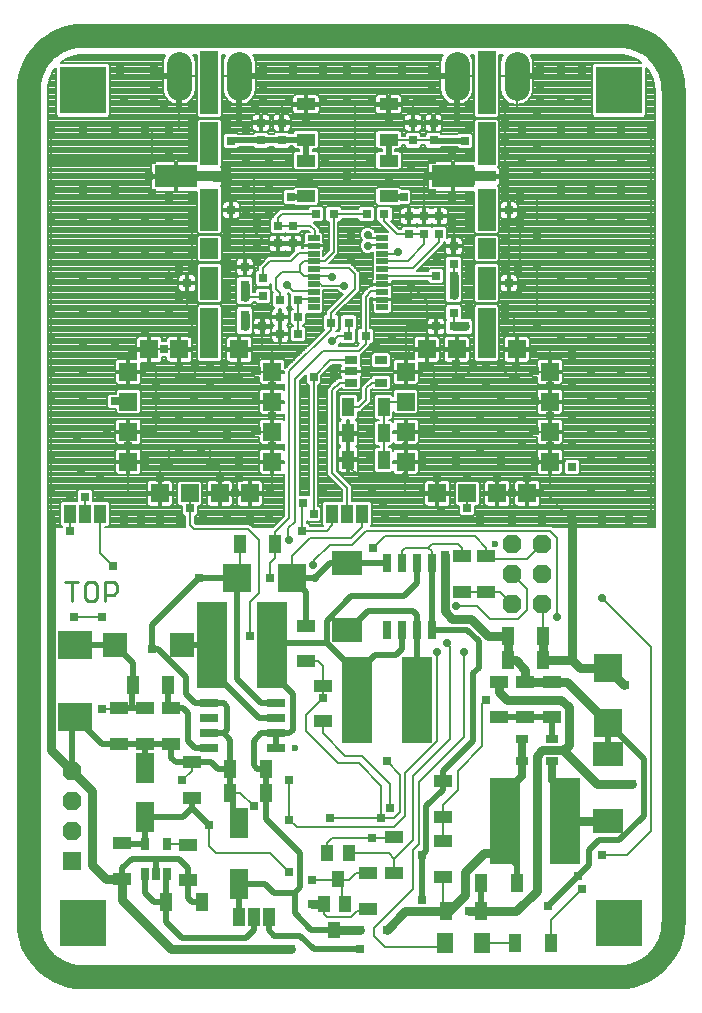
<source format=gtl>
G75*
G70*
%OFA0B0*%
%FSLAX24Y24*%
%IPPOS*%
%LPD*%
%AMOC8*
5,1,8,0,0,1.08239X$1,22.5*
%
%ADD10C,0.0080*%
%ADD11R,0.0600X0.0250*%
%ADD12R,0.0125X0.0625*%
%ADD13C,0.0787*%
%ADD14C,0.0090*%
%ADD15C,0.0236*%
%ADD16R,0.0600X0.0866*%
%ADD17R,0.0600X0.1181*%
%ADD18R,0.0600X0.0394*%
%ADD19R,0.0600X0.1260*%
%ADD20R,0.0630X0.0630*%
%ADD21OC8,0.0630*%
%ADD22R,0.0591X0.0984*%
%ADD23R,0.0394X0.0630*%
%ADD24R,0.0630X0.0394*%
%ADD25R,0.0276X0.0433*%
%ADD26R,0.0433X0.0276*%
%ADD27R,0.0984X0.0787*%
%ADD28R,0.0940X0.0940*%
%ADD29R,0.1043X0.2874*%
%ADD30R,0.0787X0.0827*%
%ADD31R,0.0630X0.0256*%
%ADD32R,0.1140X0.0940*%
%ADD33R,0.0256X0.0630*%
%ADD34R,0.0518X0.0661*%
%ADD35R,0.0600X0.0600*%
%ADD36R,0.0441X0.0630*%
%ADD37R,0.0315X0.0315*%
%ADD38R,0.1400X0.0750*%
%ADD39R,0.0728X0.0380*%
%ADD40R,0.0600X0.0280*%
%ADD41C,0.0825*%
%ADD42R,0.0600X0.1650*%
%ADD43R,0.0394X0.0551*%
%ADD44R,0.0394X0.0197*%
%ADD45C,0.0276*%
%ADD46C,0.0197*%
%ADD47C,0.0315*%
%ADD48R,0.0290X0.0290*%
%ADD49C,0.0290*%
%ADD50C,0.0100*%
%ADD51C,0.0600*%
%ADD52R,0.1581X0.1581*%
%ADD53C,0.0380*%
D10*
X005129Y004941D02*
X005782Y004941D01*
X005817Y004907D01*
X006504Y004879D02*
X006504Y005567D01*
X006504Y004879D02*
X006754Y004629D01*
X008567Y004629D01*
X009191Y004004D01*
X009941Y003754D02*
X010740Y003754D01*
X010740Y003763D01*
X010817Y003763D01*
X010941Y003638D01*
X010941Y003046D01*
X011046Y002941D01*
X011074Y002913D01*
X011441Y002691D02*
X011254Y002504D01*
X010441Y002504D01*
X010337Y002608D01*
X010337Y002941D01*
X010740Y003754D02*
X010807Y003754D01*
X011191Y003754D01*
X011407Y003969D01*
X011817Y003969D01*
X011171Y004629D02*
X012504Y004629D01*
X012691Y004441D01*
X013317Y005067D01*
X013317Y007191D01*
X014567Y008441D01*
X014567Y011504D01*
X014441Y011629D01*
X014129Y011356D02*
X014129Y008379D01*
X013067Y007317D01*
X013067Y005879D01*
X012691Y005504D01*
X009441Y005504D01*
X009191Y005754D01*
X009191Y007067D01*
X008004Y006191D02*
X007567Y006629D01*
X007226Y006629D01*
X005941Y007379D02*
X005941Y007657D01*
X005941Y007379D02*
X005629Y007067D01*
X003476Y009441D02*
X003504Y009469D01*
X003476Y009441D02*
X002941Y009441D01*
X002067Y009179D02*
X001941Y009054D01*
X002004Y012504D02*
X002941Y012504D01*
X003317Y014191D02*
X002879Y014629D01*
X002879Y015941D01*
X002644Y016376D02*
X002644Y016699D01*
X002573Y016769D01*
X002184Y016769D01*
X002114Y016699D01*
X002114Y016376D01*
X002109Y016376D01*
X001609Y016376D01*
X001538Y016306D01*
X001538Y015577D01*
X001609Y015506D01*
X001614Y015506D01*
X001138Y015506D01*
X001138Y015504D02*
X001138Y029940D01*
X001138Y029940D01*
X001138Y030066D01*
X001145Y030198D01*
X001204Y030456D01*
X001319Y030694D01*
X001406Y030803D01*
X001406Y029226D01*
X001476Y029156D01*
X003157Y029156D01*
X003227Y029226D01*
X003227Y030907D01*
X003157Y030977D01*
X001580Y030977D01*
X001689Y031064D01*
X001927Y031179D01*
X002185Y031238D01*
X002316Y031245D01*
X002369Y031245D01*
X002443Y031245D01*
X005057Y031245D01*
X005056Y031244D01*
X005017Y031166D01*
X004990Y031083D01*
X004976Y030997D01*
X004976Y030541D01*
X004976Y030085D01*
X004990Y029999D01*
X005017Y029917D01*
X005056Y029839D01*
X005107Y029769D01*
X005169Y029707D01*
X005239Y029656D01*
X005317Y029617D01*
X005399Y029590D01*
X005485Y029576D01*
X005529Y029576D01*
X005572Y029576D01*
X005658Y029590D01*
X005741Y029617D01*
X005818Y029656D01*
X005889Y029707D01*
X005950Y029769D01*
X006001Y029839D01*
X006041Y029917D01*
X006068Y029999D01*
X006081Y030085D01*
X006081Y030541D01*
X005529Y030541D01*
X005529Y029576D01*
X005529Y030541D01*
X005529Y030541D01*
X005529Y030541D01*
X006081Y030541D01*
X006081Y030997D01*
X006068Y031083D01*
X006041Y031166D01*
X006001Y031244D01*
X006000Y031245D01*
X006109Y031245D01*
X006109Y030713D01*
X006107Y030711D01*
X006107Y029352D01*
X006109Y029350D01*
X006109Y029216D01*
X006179Y029146D01*
X006878Y029146D01*
X006949Y029216D01*
X006949Y029565D01*
X009714Y029565D01*
X009714Y029555D02*
X009299Y029555D01*
X009299Y029379D01*
X009309Y029344D01*
X009327Y029312D01*
X009353Y029286D01*
X009385Y029267D01*
X009421Y029258D01*
X009714Y029258D01*
X009714Y029554D01*
X009794Y029554D01*
X009794Y029258D01*
X010087Y029258D01*
X010123Y029267D01*
X010155Y029286D01*
X010181Y029312D01*
X010199Y029344D01*
X010209Y029379D01*
X010209Y029555D01*
X009794Y029555D01*
X009794Y029634D01*
X010209Y029634D01*
X010209Y029810D01*
X010199Y029845D01*
X010181Y029877D01*
X010155Y029903D01*
X010123Y029922D01*
X010087Y029931D01*
X009794Y029931D01*
X009794Y029635D01*
X009714Y029635D01*
X009714Y029931D01*
X009421Y029931D01*
X009385Y029922D01*
X009353Y029903D01*
X009327Y029877D01*
X009309Y029845D01*
X009299Y029810D01*
X009299Y029634D01*
X009714Y029634D01*
X009714Y029555D01*
X009754Y029594D02*
X011379Y029594D01*
X011379Y027191D01*
X011129Y027191D01*
X009754Y027113D01*
X008004Y027191D01*
X008004Y025379D01*
X007691Y025379D01*
X007691Y024174D01*
X008004Y024174D01*
X008006Y024213D02*
X008006Y024350D01*
X007997Y024386D01*
X007978Y024417D01*
X007952Y024444D01*
X007920Y024462D01*
X007885Y024471D01*
X007747Y024471D01*
X007747Y024213D01*
X007670Y024213D01*
X007670Y024471D01*
X007533Y024471D01*
X007497Y024462D01*
X007465Y024444D01*
X007439Y024417D01*
X007421Y024386D01*
X007411Y024350D01*
X007411Y024213D01*
X007670Y024213D01*
X007670Y024135D01*
X007747Y024135D01*
X007747Y023877D01*
X007885Y023877D01*
X007920Y023886D01*
X007952Y023904D01*
X007978Y023931D01*
X007997Y023962D01*
X008006Y023998D01*
X008006Y024135D01*
X007748Y024135D01*
X007748Y024213D01*
X008006Y024213D01*
X008006Y024224D02*
X008186Y024224D01*
X008157Y024195D02*
X008157Y024077D01*
X008109Y024077D01*
X008039Y024006D01*
X008039Y023592D01*
X008109Y023522D01*
X008524Y023522D01*
X008594Y023592D01*
X008594Y023416D01*
X008524Y023486D01*
X008109Y023486D01*
X008039Y023416D01*
X008039Y023334D01*
X007986Y023334D01*
X007986Y023639D01*
X007986Y023791D01*
X007916Y023861D01*
X007764Y023861D01*
X007653Y023861D01*
X007501Y023861D01*
X007431Y023791D01*
X007431Y023639D01*
X007431Y023119D01*
X007431Y022967D01*
X007501Y022897D01*
X007653Y022897D01*
X007764Y022897D01*
X007916Y022897D01*
X007986Y022967D01*
X007986Y023014D01*
X008039Y023014D01*
X008039Y023001D01*
X008109Y022931D01*
X008524Y022931D01*
X008594Y023001D01*
X008594Y023375D01*
X008657Y023312D01*
X008619Y023274D01*
X008619Y022859D01*
X008686Y022792D01*
X008685Y022792D01*
X008653Y022773D01*
X008627Y022747D01*
X008608Y022715D01*
X008599Y022680D01*
X008599Y022543D01*
X008857Y022543D01*
X008857Y022789D01*
X008935Y022789D01*
X008935Y022543D01*
X008857Y022543D01*
X008857Y022465D01*
X008599Y022465D01*
X008599Y022328D01*
X008608Y022292D01*
X008627Y022260D01*
X008597Y022260D01*
X008627Y022260D02*
X008653Y022234D01*
X008673Y022223D01*
X008653Y022211D01*
X008627Y022185D01*
X008608Y022153D01*
X008599Y022117D01*
X008599Y021980D01*
X008857Y021980D01*
X008857Y021903D01*
X008599Y021903D01*
X008599Y021765D01*
X008608Y021730D01*
X008627Y021698D01*
X008653Y021672D01*
X008685Y021653D01*
X008720Y021644D01*
X008857Y021644D01*
X008857Y021902D01*
X008935Y021902D01*
X008935Y021644D01*
X009072Y021644D01*
X009108Y021653D01*
X009139Y021672D01*
X009166Y021698D01*
X009184Y021730D01*
X009194Y021765D01*
X009194Y021903D01*
X008935Y021903D01*
X008935Y021980D01*
X009194Y021980D01*
X009194Y022117D01*
X009184Y022153D01*
X009166Y022185D01*
X009139Y022211D01*
X009119Y022223D01*
X009139Y022234D01*
X009166Y022260D01*
X009245Y022260D01*
X009279Y022226D02*
X009327Y022226D01*
X009327Y022219D01*
X009279Y022219D01*
X009209Y022149D01*
X009209Y021734D01*
X009279Y021664D01*
X009694Y021664D01*
X009764Y021734D01*
X009764Y022149D01*
X009694Y022219D01*
X009647Y022219D01*
X009647Y022226D01*
X009694Y022226D01*
X009764Y022297D01*
X009764Y022608D01*
X010250Y022608D01*
X010321Y022679D01*
X010321Y022975D01*
X010321Y023231D01*
X010321Y023390D01*
X010359Y023390D01*
X010789Y023390D01*
X010854Y023325D01*
X010951Y023285D01*
X010996Y023285D01*
X010423Y022712D01*
X010423Y022594D01*
X010376Y022594D01*
X010306Y022524D01*
X010306Y022109D01*
X010345Y022071D01*
X009069Y020795D01*
X009069Y020998D01*
X009059Y021033D01*
X009041Y021065D01*
X009015Y021091D01*
X008983Y021110D01*
X008947Y021119D01*
X008669Y021119D01*
X008669Y020719D01*
X009031Y020719D01*
X009031Y020639D01*
X008669Y020639D01*
X008669Y020719D01*
X008589Y020719D01*
X008589Y021119D01*
X008310Y021119D01*
X008275Y021110D01*
X008243Y021091D01*
X008217Y021065D01*
X008198Y021033D01*
X008189Y020998D01*
X008189Y020851D01*
X008063Y020851D01*
X007969Y020758D01*
X007969Y020612D01*
X008063Y020519D01*
X008189Y020519D01*
X008189Y020361D01*
X008198Y020325D01*
X008217Y020293D01*
X008243Y020267D01*
X008275Y020249D01*
X008310Y020239D01*
X008589Y020239D01*
X008589Y020639D01*
X008669Y020639D01*
X008669Y020239D01*
X008947Y020239D01*
X008983Y020249D01*
X009015Y020267D01*
X009031Y020284D01*
X009031Y020074D01*
X009015Y020091D01*
X008983Y020110D01*
X008947Y020119D01*
X008669Y020119D01*
X008669Y019719D01*
X009031Y019719D01*
X009031Y019639D01*
X008669Y019639D01*
X008669Y019719D01*
X008589Y019719D01*
X008589Y020119D01*
X008310Y020119D01*
X008275Y020110D01*
X008243Y020091D01*
X008217Y020065D01*
X008198Y020033D01*
X008189Y019998D01*
X008189Y019719D01*
X008589Y019719D01*
X008589Y019639D01*
X008669Y019639D01*
X008669Y019239D01*
X008947Y019239D01*
X008983Y019249D01*
X009015Y019267D01*
X009031Y019284D01*
X009031Y019074D01*
X009015Y019091D01*
X008983Y019110D01*
X008947Y019119D01*
X008669Y019119D01*
X008669Y018719D01*
X008589Y018719D01*
X008589Y019119D01*
X008310Y019119D01*
X008275Y019110D01*
X008243Y019091D01*
X008217Y019065D01*
X008198Y019033D01*
X008189Y018998D01*
X008189Y018851D01*
X008063Y018851D01*
X007969Y018758D01*
X007969Y018612D01*
X008063Y018519D01*
X008189Y018519D01*
X008189Y018361D01*
X008198Y018325D01*
X008217Y018293D01*
X008243Y018267D01*
X008275Y018249D01*
X008310Y018239D01*
X008589Y018239D01*
X008589Y018639D01*
X008669Y018639D01*
X008669Y018239D01*
X008947Y018239D01*
X008983Y018249D01*
X009015Y018267D01*
X009031Y018284D01*
X009031Y018074D01*
X009015Y018091D01*
X008983Y018110D01*
X008947Y018119D01*
X008669Y018119D01*
X008669Y017719D01*
X009031Y017719D01*
X009031Y017639D01*
X008669Y017639D01*
X008669Y017719D01*
X008589Y017719D01*
X008589Y018119D01*
X008310Y018119D01*
X008275Y018110D01*
X008243Y018091D01*
X008217Y018065D01*
X008198Y018033D01*
X008189Y017998D01*
X008189Y017719D01*
X008589Y017719D01*
X008589Y017639D01*
X008669Y017639D01*
X008669Y017239D01*
X008947Y017239D01*
X008983Y017249D01*
X009015Y017267D01*
X009031Y017284D01*
X009031Y015883D01*
X008653Y015504D01*
X007980Y015504D01*
X007976Y015508D01*
X007883Y015601D01*
X006070Y015601D01*
X006039Y015633D01*
X006039Y015864D01*
X006073Y015864D01*
X006144Y015934D01*
X006144Y016209D01*
X006228Y016209D01*
X006299Y016279D01*
X006299Y016979D01*
X006228Y017049D01*
X005529Y017049D01*
X005459Y016979D01*
X005459Y016279D01*
X005529Y016209D01*
X005614Y016209D01*
X005614Y015934D01*
X005684Y015864D01*
X005719Y015864D01*
X005719Y015504D01*
X003039Y015504D01*
X003039Y015506D01*
X005719Y015506D01*
X005719Y015584D02*
X003219Y015584D01*
X003219Y015577D02*
X003219Y016306D01*
X003149Y016376D01*
X002644Y016376D01*
X002644Y016448D02*
X004439Y016448D01*
X004439Y016370D02*
X003155Y016370D01*
X003219Y016291D02*
X004444Y016291D01*
X004448Y016275D02*
X004467Y016243D01*
X004493Y016217D01*
X004525Y016199D01*
X004560Y016189D01*
X004839Y016189D01*
X004839Y016589D01*
X004919Y016589D01*
X004919Y016669D01*
X005319Y016669D01*
X005319Y016948D01*
X005309Y016983D01*
X005291Y017015D01*
X005265Y017041D01*
X005233Y017060D01*
X005197Y017069D01*
X004919Y017069D01*
X004919Y016669D01*
X004839Y016669D01*
X004839Y017069D01*
X004560Y017069D01*
X004525Y017060D01*
X004493Y017041D01*
X004467Y017015D01*
X004448Y016983D01*
X004439Y016948D01*
X004439Y016669D01*
X004839Y016669D01*
X004839Y016589D01*
X004439Y016589D01*
X004439Y016311D01*
X004448Y016275D01*
X004501Y016213D02*
X003219Y016213D01*
X003219Y016134D02*
X005614Y016134D01*
X005614Y016056D02*
X003219Y016056D01*
X003219Y015977D02*
X005614Y015977D01*
X005650Y015898D02*
X003219Y015898D01*
X003219Y015820D02*
X005719Y015820D01*
X005719Y015741D02*
X003219Y015741D01*
X003219Y015663D02*
X005719Y015663D01*
X005879Y015567D02*
X006004Y015441D01*
X007817Y015441D01*
X008191Y015067D01*
X008191Y013316D01*
X007879Y013004D01*
X007879Y011879D01*
X007459Y013817D02*
X007539Y013896D01*
X007539Y014941D01*
X007978Y015506D02*
X008655Y015506D01*
X008733Y015584D02*
X007900Y015584D01*
X007919Y016189D02*
X008197Y016189D01*
X008233Y016199D01*
X008265Y016217D01*
X008291Y016243D01*
X008309Y016275D01*
X008319Y016311D01*
X008319Y016589D01*
X007919Y016589D01*
X007919Y016669D01*
X008319Y016669D01*
X008319Y016948D01*
X008309Y016983D01*
X008291Y017015D01*
X008265Y017041D01*
X008233Y017060D01*
X008197Y017069D01*
X007919Y017069D01*
X007919Y016669D01*
X007839Y016669D01*
X007839Y017069D01*
X007560Y017069D01*
X007525Y017060D01*
X007493Y017041D01*
X007467Y017015D01*
X007448Y016983D01*
X007439Y016948D01*
X007439Y016669D01*
X007839Y016669D01*
X007839Y016589D01*
X007919Y016589D01*
X007919Y016189D01*
X007919Y016213D02*
X007839Y016213D01*
X007839Y016189D02*
X007560Y016189D01*
X007525Y016199D01*
X007493Y016217D01*
X007467Y016243D01*
X007448Y016275D01*
X007439Y016311D01*
X007439Y016589D01*
X007839Y016589D01*
X007839Y016189D01*
X007879Y016254D02*
X007879Y016629D01*
X008567Y016629D01*
X008629Y016691D01*
X008629Y017679D01*
X008629Y017691D01*
X008754Y017691D01*
X009004Y017691D01*
X009031Y017705D02*
X008669Y017705D01*
X008629Y017691D02*
X008629Y018191D01*
X008629Y018679D01*
X008629Y019191D01*
X008629Y019691D01*
X009004Y019691D01*
X009031Y019669D02*
X008669Y019669D01*
X008629Y019691D02*
X008629Y020191D01*
X008629Y020679D01*
X009004Y020679D01*
X009031Y020690D02*
X008669Y020690D01*
X008629Y020679D02*
X008129Y020679D01*
X008129Y020691D01*
X007969Y020690D02*
X003869Y020690D01*
X003869Y020719D02*
X004269Y020719D01*
X004269Y020989D01*
X004489Y020989D01*
X004489Y021389D01*
X004569Y021389D01*
X004569Y020989D01*
X004847Y020989D01*
X004883Y020999D01*
X004915Y021017D01*
X004941Y021043D01*
X004959Y021075D01*
X004969Y021111D01*
X004969Y021176D01*
X005089Y021176D01*
X005089Y021111D01*
X005098Y021075D01*
X005117Y021043D01*
X005143Y021017D01*
X005175Y020999D01*
X005210Y020989D01*
X005489Y020989D01*
X005489Y021389D01*
X005569Y021389D01*
X005569Y021469D01*
X005969Y021469D01*
X005969Y021748D01*
X005959Y021783D01*
X005941Y021815D01*
X005915Y021841D01*
X005883Y021860D01*
X005847Y021869D01*
X005569Y021869D01*
X005569Y021469D01*
X005489Y021469D01*
X005489Y021869D01*
X005210Y021869D01*
X005175Y021860D01*
X005143Y021841D01*
X005117Y021815D01*
X005098Y021783D01*
X005089Y021748D01*
X005089Y021706D01*
X004969Y021706D01*
X004969Y021748D01*
X004959Y021783D01*
X004941Y021815D01*
X004915Y021841D01*
X004883Y021860D01*
X004847Y021869D01*
X004569Y021869D01*
X004569Y021469D01*
X004489Y021469D01*
X004489Y021869D01*
X004210Y021869D01*
X004175Y021860D01*
X004143Y021841D01*
X004117Y021815D01*
X004098Y021783D01*
X004089Y021748D01*
X004089Y021469D01*
X004489Y021469D01*
X004489Y021389D01*
X004089Y021389D01*
X004089Y021119D01*
X003869Y021119D01*
X003869Y020719D01*
X003869Y020639D01*
X004269Y020639D01*
X004269Y020361D01*
X004259Y020325D01*
X004241Y020293D01*
X004215Y020267D01*
X004183Y020249D01*
X004147Y020239D01*
X003869Y020239D01*
X003869Y020639D01*
X003789Y020639D01*
X003789Y020239D01*
X003510Y020239D01*
X003475Y020249D01*
X003443Y020267D01*
X003417Y020293D01*
X003398Y020325D01*
X003389Y020361D01*
X003389Y020639D01*
X003789Y020639D01*
X003789Y020719D01*
X003789Y021119D01*
X003510Y021119D01*
X003475Y021110D01*
X003443Y021091D01*
X003417Y021065D01*
X003398Y021033D01*
X003389Y020998D01*
X003389Y020719D01*
X003789Y020719D01*
X003869Y020719D01*
X003869Y020768D02*
X003789Y020768D01*
X003789Y020690D02*
X001138Y020690D01*
X001138Y020768D02*
X003389Y020768D01*
X003389Y020847D02*
X001138Y020847D01*
X001138Y020925D02*
X003389Y020925D01*
X003390Y021004D02*
X001138Y021004D01*
X001138Y021082D02*
X003434Y021082D01*
X003789Y021082D02*
X003869Y021082D01*
X003869Y021004D02*
X003789Y021004D01*
X003789Y020925D02*
X003869Y020925D01*
X003869Y020847D02*
X003789Y020847D01*
X003829Y020679D02*
X003441Y020679D01*
X003389Y020611D02*
X001138Y020611D01*
X001138Y020532D02*
X003389Y020532D01*
X003389Y020454D02*
X001138Y020454D01*
X001138Y020375D02*
X003389Y020375D01*
X003415Y020297D02*
X001138Y020297D01*
X001138Y020218D02*
X009031Y020218D01*
X009031Y020140D02*
X001138Y020140D01*
X001138Y020061D02*
X003441Y020061D01*
X003409Y020029D02*
X003409Y019956D01*
X003184Y019956D01*
X003114Y019886D01*
X003114Y019497D01*
X003184Y019426D01*
X003409Y019426D01*
X003409Y019329D01*
X003479Y019259D01*
X004178Y019259D01*
X004249Y019329D01*
X004249Y020029D01*
X004178Y020099D01*
X003479Y020099D01*
X003409Y020029D01*
X003409Y019983D02*
X001138Y019983D01*
X001138Y019904D02*
X003132Y019904D01*
X003114Y019826D02*
X001138Y019826D01*
X001138Y019747D02*
X003114Y019747D01*
X003114Y019669D02*
X001138Y019669D01*
X001138Y019590D02*
X003114Y019590D01*
X003114Y019511D02*
X001138Y019511D01*
X001138Y019433D02*
X003177Y019433D01*
X003409Y019354D02*
X001138Y019354D01*
X001138Y019276D02*
X003462Y019276D01*
X003509Y019119D02*
X001138Y019119D01*
X001138Y019197D02*
X009031Y019197D01*
X009031Y019119D02*
X008949Y019119D01*
X009023Y019276D02*
X009031Y019276D01*
X008669Y019276D02*
X008589Y019276D01*
X008589Y019239D02*
X008589Y019639D01*
X008189Y019639D01*
X008189Y019361D01*
X008198Y019325D01*
X008217Y019293D01*
X008243Y019267D01*
X008275Y019249D01*
X008310Y019239D01*
X008589Y019239D01*
X008589Y019354D02*
X008669Y019354D01*
X008669Y019433D02*
X008589Y019433D01*
X008589Y019511D02*
X008669Y019511D01*
X008669Y019590D02*
X008589Y019590D01*
X008589Y019669D02*
X004249Y019669D01*
X004249Y019747D02*
X008189Y019747D01*
X008189Y019826D02*
X004249Y019826D01*
X004249Y019904D02*
X008189Y019904D01*
X008189Y019983D02*
X004249Y019983D01*
X004216Y020061D02*
X008214Y020061D01*
X008215Y020297D02*
X004243Y020297D01*
X004269Y020375D02*
X008189Y020375D01*
X008189Y020454D02*
X004269Y020454D01*
X004269Y020532D02*
X008049Y020532D01*
X007971Y020611D02*
X004269Y020611D01*
X004379Y020679D02*
X004379Y020879D01*
X004504Y021004D01*
X004504Y021429D01*
X004504Y021817D01*
X004489Y021789D02*
X004569Y021789D01*
X004569Y021711D02*
X004489Y021711D01*
X004489Y021632D02*
X004569Y021632D01*
X004569Y021554D02*
X004489Y021554D01*
X004489Y021475D02*
X004569Y021475D01*
X004504Y021429D02*
X003941Y021429D01*
X003941Y021254D01*
X003829Y021254D01*
X003829Y020679D01*
X004379Y020679D01*
X004269Y020768D02*
X007980Y020768D01*
X008058Y020847D02*
X004269Y020847D01*
X004269Y020925D02*
X008189Y020925D01*
X008190Y021004D02*
X007892Y021004D01*
X007883Y020999D02*
X007915Y021017D01*
X007941Y021043D01*
X007959Y021075D01*
X007969Y021111D01*
X007969Y021389D01*
X007569Y021389D01*
X007569Y021469D01*
X007969Y021469D01*
X007969Y021748D01*
X007959Y021783D01*
X007941Y021815D01*
X007915Y021841D01*
X007883Y021860D01*
X007847Y021869D01*
X007569Y021869D01*
X007569Y021469D01*
X007489Y021469D01*
X007489Y021869D01*
X007210Y021869D01*
X007175Y021860D01*
X007143Y021841D01*
X007117Y021815D01*
X007098Y021783D01*
X007089Y021748D01*
X007089Y021469D01*
X007489Y021469D01*
X007489Y021389D01*
X007569Y021389D01*
X007569Y020989D01*
X007847Y020989D01*
X007883Y020999D01*
X007961Y021082D02*
X008234Y021082D01*
X007969Y021161D02*
X009435Y021161D01*
X009513Y021239D02*
X007969Y021239D01*
X007969Y021318D02*
X009592Y021318D01*
X009670Y021396D02*
X007569Y021396D01*
X007529Y021441D02*
X008299Y021441D01*
X008299Y021459D01*
X008317Y021441D01*
X008629Y021441D01*
X008879Y021441D01*
X008896Y021441D01*
X008896Y021459D01*
X008879Y021441D01*
X008896Y021441D02*
X009504Y021441D01*
X009749Y021475D02*
X007969Y021475D01*
X007969Y021554D02*
X009827Y021554D01*
X009906Y021632D02*
X007969Y021632D01*
X007969Y021711D02*
X008619Y021711D01*
X008599Y021789D02*
X007956Y021789D01*
X007852Y021868D02*
X008599Y021868D01*
X008543Y021922D02*
X008569Y021948D01*
X008587Y021980D01*
X008597Y022015D01*
X008597Y022153D01*
X008338Y022153D01*
X008338Y022230D01*
X008597Y022230D01*
X008597Y022367D01*
X008587Y022403D01*
X008569Y022435D01*
X008543Y022461D01*
X008511Y022479D01*
X008475Y022489D01*
X008338Y022489D01*
X008338Y022230D01*
X008260Y022230D01*
X008260Y022153D01*
X008002Y022153D01*
X008002Y022015D01*
X008011Y021980D01*
X008030Y021948D01*
X008056Y021922D01*
X008088Y021903D01*
X008123Y021894D01*
X008260Y021894D01*
X008260Y022152D01*
X008338Y022152D01*
X008338Y021894D01*
X008475Y021894D01*
X008511Y021903D01*
X008543Y021922D01*
X008567Y021946D02*
X008857Y021946D01*
X008857Y021980D02*
X008857Y022206D01*
X008857Y022465D01*
X008935Y022465D01*
X008935Y022543D01*
X009194Y022543D01*
X009194Y022680D01*
X009184Y022715D01*
X009166Y022747D01*
X009139Y022773D01*
X009108Y022792D01*
X009106Y022792D01*
X009174Y022859D01*
X009174Y023274D01*
X009146Y023302D01*
X009167Y023302D01*
X009209Y023260D01*
X009209Y022859D01*
X009279Y022789D01*
X009327Y022789D01*
X009327Y022781D01*
X009279Y022781D01*
X009209Y022711D01*
X009209Y022297D01*
X009279Y022226D01*
X009243Y022182D02*
X009167Y022182D01*
X009166Y022260D02*
X009184Y022292D01*
X009194Y022328D01*
X009194Y022465D01*
X008935Y022465D01*
X008935Y022206D01*
X008935Y021980D01*
X008857Y021980D01*
X008857Y022025D02*
X008935Y022025D01*
X008935Y022103D02*
X008857Y022103D01*
X008857Y022182D02*
X008935Y022182D01*
X008935Y022260D02*
X008857Y022260D01*
X008857Y022339D02*
X008935Y022339D01*
X008935Y022418D02*
X008857Y022418D01*
X008857Y022496D02*
X007986Y022496D01*
X008030Y022435D02*
X008011Y022403D01*
X008002Y022367D01*
X008002Y022230D01*
X008260Y022230D01*
X008260Y022489D01*
X008123Y022489D01*
X008088Y022479D01*
X008056Y022461D01*
X008030Y022435D01*
X008020Y022418D02*
X007986Y022418D01*
X007986Y022339D02*
X008002Y022339D01*
X008002Y022260D02*
X007986Y022260D01*
X008004Y022191D02*
X008299Y022191D01*
X008299Y021459D01*
X008299Y021441D02*
X008317Y021441D01*
X008338Y021946D02*
X008260Y021946D01*
X008260Y022025D02*
X008338Y022025D01*
X008338Y022103D02*
X008260Y022103D01*
X008260Y022182D02*
X007986Y022182D01*
X007986Y022136D02*
X007986Y022622D01*
X007986Y022791D01*
X007916Y022861D01*
X007501Y022861D01*
X007431Y022791D01*
X007431Y022622D01*
X007431Y022136D01*
X007431Y021984D01*
X007501Y021914D01*
X007653Y021914D01*
X007764Y021914D01*
X007916Y021914D01*
X007986Y021984D01*
X007986Y022136D01*
X007986Y022103D02*
X008002Y022103D01*
X008002Y022025D02*
X007986Y022025D01*
X007948Y021946D02*
X008031Y021946D01*
X008299Y022191D02*
X008567Y022191D01*
X008625Y022182D02*
X008338Y022182D01*
X008299Y022191D02*
X008299Y022504D01*
X008260Y022418D02*
X008338Y022418D01*
X008338Y022339D02*
X008260Y022339D01*
X008260Y022260D02*
X008338Y022260D01*
X008597Y022339D02*
X008599Y022339D01*
X008599Y022418D02*
X008579Y022418D01*
X008629Y022504D02*
X008896Y022504D01*
X009191Y022504D01*
X009209Y022496D02*
X008935Y022496D01*
X008896Y022504D02*
X008896Y022760D01*
X008857Y022732D02*
X008935Y022732D01*
X008935Y022653D02*
X008857Y022653D01*
X008857Y022575D02*
X008935Y022575D01*
X008896Y022504D02*
X008896Y021941D01*
X009191Y021941D01*
X009209Y021946D02*
X008935Y021946D01*
X008896Y021941D02*
X008629Y021941D01*
X008597Y022025D02*
X008599Y022025D01*
X008597Y022103D02*
X008599Y022103D01*
X008896Y021941D02*
X008896Y021459D01*
X008857Y021711D02*
X008935Y021711D01*
X008935Y021789D02*
X008857Y021789D01*
X008857Y021868D02*
X008935Y021868D01*
X009194Y021868D02*
X009209Y021868D01*
X009209Y021789D02*
X009194Y021789D01*
X009173Y021711D02*
X009233Y021711D01*
X009209Y022025D02*
X009194Y022025D01*
X009194Y022103D02*
X009209Y022103D01*
X009194Y022339D02*
X009209Y022339D01*
X009209Y022418D02*
X009194Y022418D01*
X009194Y022575D02*
X009209Y022575D01*
X009209Y022653D02*
X009194Y022653D01*
X009175Y022732D02*
X009230Y022732D01*
X009258Y022810D02*
X009124Y022810D01*
X009174Y022889D02*
X009209Y022889D01*
X009209Y022967D02*
X009174Y022967D01*
X009174Y023046D02*
X009209Y023046D01*
X009209Y023124D02*
X009174Y023124D01*
X009174Y023203D02*
X009209Y023203D01*
X009187Y023281D02*
X009166Y023281D01*
X009331Y023364D02*
X009129Y023567D01*
X009331Y023364D02*
X010050Y023364D01*
X010004Y023364D01*
X010004Y023339D01*
X010050Y023108D02*
X009528Y023108D01*
X009487Y023067D01*
X009487Y022504D01*
X009487Y021941D01*
X009764Y021946D02*
X010220Y021946D01*
X010141Y021868D02*
X009764Y021868D01*
X009764Y021789D02*
X010063Y021789D01*
X009984Y021711D02*
X009741Y021711D01*
X009764Y022025D02*
X010299Y022025D01*
X010312Y022103D02*
X009764Y022103D01*
X009731Y022182D02*
X010306Y022182D01*
X010306Y022260D02*
X009728Y022260D01*
X009764Y022339D02*
X010306Y022339D01*
X010306Y022418D02*
X009764Y022418D01*
X009764Y022496D02*
X010306Y022496D01*
X010357Y022575D02*
X009764Y022575D01*
X010295Y022653D02*
X010423Y022653D01*
X010443Y022732D02*
X010321Y022732D01*
X010321Y022810D02*
X010521Y022810D01*
X010600Y022889D02*
X010321Y022889D01*
X010321Y022967D02*
X010679Y022967D01*
X010757Y023046D02*
X010321Y023046D01*
X010321Y023124D02*
X010836Y023124D01*
X010914Y023203D02*
X010321Y023203D01*
X010321Y023281D02*
X010993Y023281D01*
X010819Y023360D02*
X010321Y023360D01*
X010293Y023550D02*
X010248Y023594D01*
X010004Y023594D01*
X010004Y023581D01*
X010004Y023594D02*
X010050Y023620D01*
X010293Y023550D02*
X011004Y023550D01*
X010629Y023839D02*
X010626Y023876D01*
X009694Y023876D01*
X009567Y024004D01*
X008941Y024004D01*
X008754Y023817D01*
X008754Y023441D01*
X008896Y023299D01*
X008896Y023067D01*
X008619Y023046D02*
X008594Y023046D01*
X008594Y023124D02*
X008619Y023124D01*
X008619Y023203D02*
X008594Y023203D01*
X008594Y023281D02*
X008626Y023281D01*
X008609Y023360D02*
X008594Y023360D01*
X008594Y023439D02*
X008571Y023439D01*
X008594Y023517D02*
X007986Y023517D01*
X007986Y023439D02*
X008062Y023439D01*
X008039Y023360D02*
X007986Y023360D01*
X007986Y023596D02*
X008039Y023596D01*
X008039Y023674D02*
X007986Y023674D01*
X007986Y023753D02*
X008039Y023753D01*
X008039Y023831D02*
X007945Y023831D01*
X007957Y023910D02*
X008039Y023910D01*
X008039Y023988D02*
X008004Y023988D01*
X008006Y024067D02*
X008100Y024067D01*
X008157Y024145D02*
X007748Y024145D01*
X007691Y024174D02*
X007691Y023879D01*
X007670Y023877D02*
X007670Y024135D01*
X007411Y024135D01*
X007411Y023998D01*
X007421Y023962D01*
X007439Y023931D01*
X007465Y023904D01*
X007497Y023886D01*
X007533Y023877D01*
X007670Y023877D01*
X007670Y023910D02*
X007747Y023910D01*
X007747Y023988D02*
X007670Y023988D01*
X007670Y024067D02*
X007747Y024067D01*
X007670Y024145D02*
X006949Y024145D01*
X006949Y024067D02*
X007411Y024067D01*
X007414Y023988D02*
X006949Y023988D01*
X006949Y023910D02*
X007460Y023910D01*
X007472Y023831D02*
X006947Y023831D01*
X006947Y023880D02*
X006949Y023882D01*
X006949Y024231D01*
X006878Y024301D01*
X006179Y024301D01*
X006109Y024231D01*
X006109Y024099D01*
X006107Y024097D01*
X006107Y023131D01*
X006109Y023129D01*
X006109Y023029D01*
X006179Y022958D01*
X006878Y022958D01*
X006949Y023029D01*
X006949Y023378D01*
X006947Y023380D01*
X006947Y023880D01*
X006947Y023753D02*
X007431Y023753D01*
X007431Y023674D02*
X006947Y023674D01*
X006947Y023596D02*
X007431Y023596D01*
X007431Y023517D02*
X006947Y023517D01*
X006947Y023439D02*
X007431Y023439D01*
X007431Y023360D02*
X006949Y023360D01*
X006949Y023281D02*
X007431Y023281D01*
X007431Y023203D02*
X006949Y023203D01*
X006949Y023124D02*
X007431Y023124D01*
X007431Y023046D02*
X006949Y023046D01*
X006887Y022967D02*
X007431Y022967D01*
X007451Y022810D02*
X006949Y022810D01*
X006949Y022856D02*
X006878Y022927D01*
X006179Y022927D01*
X006109Y022856D01*
X006109Y022642D01*
X006107Y022640D01*
X006107Y021675D01*
X006109Y021673D01*
X006109Y021079D01*
X006179Y021009D01*
X006444Y021009D01*
X006445Y021009D01*
X006612Y021009D01*
X006613Y021009D01*
X006878Y021009D01*
X006949Y021079D01*
X006949Y021779D01*
X006947Y021781D01*
X006947Y022505D01*
X006949Y022507D01*
X006949Y022856D01*
X006916Y022889D02*
X008619Y022889D01*
X008619Y022967D02*
X008560Y022967D01*
X008668Y022810D02*
X007966Y022810D01*
X007986Y022732D02*
X008618Y022732D01*
X008599Y022653D02*
X007986Y022653D01*
X007986Y022575D02*
X008599Y022575D01*
X008317Y023174D02*
X008282Y023174D01*
X007709Y023174D01*
X007986Y022967D02*
X008073Y022967D01*
X008282Y023174D02*
X008317Y023209D01*
X008317Y023174D01*
X008317Y023799D02*
X008317Y024129D01*
X008567Y024379D01*
X009254Y024379D01*
X009519Y024644D01*
X009953Y024644D01*
X010004Y024618D01*
X010050Y024644D02*
X009953Y024644D01*
X009994Y024865D02*
X009667Y024865D01*
X009667Y024804D01*
X009614Y024804D01*
X009614Y024920D01*
X009356Y024920D01*
X009356Y024997D01*
X009614Y024997D01*
X009614Y025135D01*
X009604Y025170D01*
X009586Y025202D01*
X009560Y025228D01*
X009528Y025247D01*
X009492Y025256D01*
X009355Y025256D01*
X009355Y024998D01*
X009278Y024998D01*
X009278Y025256D01*
X009141Y025256D01*
X009105Y025247D01*
X009073Y025228D01*
X009066Y025222D01*
X009060Y025228D01*
X009028Y025247D01*
X008992Y025256D01*
X008855Y025256D01*
X008855Y024998D01*
X008778Y024998D01*
X008778Y025256D01*
X008641Y025256D01*
X008605Y025247D01*
X008573Y025228D01*
X008547Y025202D01*
X008529Y025170D01*
X008519Y025135D01*
X008519Y024997D01*
X008778Y024997D01*
X008778Y024920D01*
X008855Y024920D01*
X008855Y024661D01*
X008992Y024661D01*
X009028Y024671D01*
X009060Y024689D01*
X009066Y024696D01*
X009073Y024689D01*
X009105Y024671D01*
X009141Y024661D01*
X009278Y024661D01*
X009278Y024920D01*
X009355Y024920D01*
X009355Y024707D01*
X009188Y024539D01*
X008633Y024539D01*
X008500Y024539D01*
X008250Y024289D01*
X008157Y024195D01*
X008264Y024303D02*
X008006Y024303D01*
X007998Y024381D02*
X008343Y024381D01*
X008421Y024460D02*
X007924Y024460D01*
X007747Y024460D02*
X007670Y024460D01*
X007670Y024381D02*
X007747Y024381D01*
X007747Y024303D02*
X007670Y024303D01*
X007670Y024224D02*
X007747Y024224D01*
X007691Y024174D02*
X007129Y024174D01*
X007129Y024067D01*
X006949Y024224D02*
X007411Y024224D01*
X007411Y024303D02*
X001138Y024303D01*
X001138Y024381D02*
X006131Y024381D01*
X006109Y024403D02*
X006179Y024333D01*
X006878Y024333D01*
X006949Y024403D01*
X006949Y024753D01*
X006947Y024755D01*
X006947Y024816D01*
X006949Y024818D01*
X006949Y025168D01*
X006878Y025238D01*
X006179Y025238D01*
X006109Y025168D01*
X006109Y025004D01*
X006107Y025002D01*
X006107Y024509D01*
X006109Y024507D01*
X006109Y024403D01*
X006109Y024460D02*
X001138Y024460D01*
X001138Y024538D02*
X006107Y024538D01*
X006107Y024617D02*
X001138Y024617D01*
X001138Y024695D02*
X006107Y024695D01*
X006107Y024774D02*
X001138Y024774D01*
X001138Y024852D02*
X006107Y024852D01*
X006107Y024931D02*
X001138Y024931D01*
X001138Y025009D02*
X006109Y025009D01*
X006109Y025088D02*
X001138Y025088D01*
X001138Y025167D02*
X006109Y025167D01*
X006179Y025271D02*
X006878Y025271D01*
X006949Y025341D01*
X006949Y025690D01*
X006947Y025692D01*
X006947Y025859D01*
X006947Y026274D01*
X006947Y026409D01*
X006949Y026411D01*
X006949Y026790D01*
X006947Y026792D01*
X006947Y026853D01*
X006912Y026888D01*
X006915Y026889D01*
X006941Y026915D01*
X006959Y026947D01*
X006969Y026983D01*
X006969Y027151D01*
X006505Y027151D01*
X006505Y027231D01*
X006969Y027231D01*
X006969Y027400D01*
X006959Y027435D01*
X006941Y027467D01*
X006915Y027493D01*
X006905Y027499D01*
X006947Y027541D01*
X006947Y027590D01*
X006949Y027592D01*
X006949Y027972D01*
X006947Y027974D01*
X006947Y028690D01*
X006949Y028692D01*
X006949Y029042D01*
X006878Y029112D01*
X006179Y029112D01*
X006109Y029042D01*
X006109Y028902D01*
X006107Y028900D01*
X006107Y027706D01*
X005452Y027706D01*
X005452Y027231D01*
X005373Y027231D01*
X005372Y027231D02*
X005372Y027151D01*
X004573Y027151D01*
X004573Y026798D01*
X004582Y026762D01*
X004601Y026730D01*
X004627Y026704D01*
X004659Y026686D01*
X004694Y026676D01*
X005373Y026676D01*
X005373Y027151D01*
X005452Y027151D01*
X005452Y026676D01*
X006107Y026676D01*
X006107Y025572D01*
X006109Y025570D01*
X006109Y025341D01*
X006179Y025271D01*
X006126Y025324D02*
X001138Y025324D01*
X001138Y025402D02*
X006109Y025402D01*
X006109Y025481D02*
X001138Y025481D01*
X001138Y025559D02*
X006109Y025559D01*
X006107Y025638D02*
X001138Y025638D01*
X001138Y025716D02*
X006107Y025716D01*
X006107Y025795D02*
X001138Y025795D01*
X001138Y025873D02*
X006107Y025873D01*
X006107Y025952D02*
X001138Y025952D01*
X001138Y026031D02*
X006107Y026031D01*
X006107Y026109D02*
X001138Y026109D01*
X001138Y026188D02*
X006107Y026188D01*
X006107Y026266D02*
X001138Y026266D01*
X001138Y026345D02*
X006107Y026345D01*
X006107Y026423D02*
X001138Y026423D01*
X001138Y026502D02*
X006107Y026502D01*
X006107Y026580D02*
X001138Y026580D01*
X001138Y026659D02*
X006107Y026659D01*
X006238Y027151D02*
X006424Y027151D01*
X006424Y027231D01*
X006238Y027231D01*
X006238Y027151D01*
X006254Y027191D02*
X006465Y027191D01*
X006505Y027209D02*
X014622Y027209D01*
X014622Y027231D02*
X014622Y027151D01*
X013823Y027151D01*
X013823Y026798D01*
X013832Y026762D01*
X013851Y026730D01*
X013877Y026704D01*
X013909Y026686D01*
X013944Y026676D01*
X014623Y026676D01*
X014623Y027151D01*
X014702Y027151D01*
X014702Y026676D01*
X015359Y026676D01*
X015359Y025572D01*
X015359Y025341D01*
X015429Y025271D01*
X016128Y025271D01*
X016199Y025341D01*
X016199Y025572D01*
X016199Y025859D01*
X016199Y026274D01*
X016199Y026853D01*
X016163Y026888D01*
X016165Y026889D01*
X016191Y026915D01*
X016209Y026947D01*
X016219Y026983D01*
X016219Y027151D01*
X015755Y027151D01*
X015755Y027231D01*
X016219Y027231D01*
X016219Y027400D01*
X016209Y027435D01*
X016191Y027467D01*
X016165Y027493D01*
X016156Y027498D01*
X016199Y027541D01*
X016199Y028900D01*
X016199Y029040D01*
X016128Y029110D01*
X015987Y029110D01*
X015986Y029111D01*
X015572Y029111D01*
X015570Y029110D01*
X015429Y029110D01*
X015359Y029040D01*
X015359Y028900D01*
X015359Y028587D01*
X015357Y028586D01*
X015357Y028172D01*
X015359Y028170D01*
X015359Y027706D01*
X014702Y027706D01*
X014702Y027231D01*
X014623Y027231D01*
X014622Y027231D02*
X013823Y027231D01*
X013823Y027585D01*
X013832Y027620D01*
X013851Y027652D01*
X013877Y027678D01*
X013909Y027697D01*
X013944Y027706D01*
X014623Y027706D01*
X014623Y027231D01*
X014623Y027287D02*
X014702Y027287D01*
X014703Y027231D02*
X015124Y027231D01*
X015124Y027151D01*
X014703Y027151D01*
X014703Y027231D01*
X014703Y027209D02*
X015124Y027209D01*
X015004Y027191D02*
X014379Y027191D01*
X013817Y027191D01*
X013691Y027067D01*
X013691Y025862D01*
X013691Y025629D01*
X013653Y025638D02*
X013730Y025638D01*
X013730Y025564D02*
X013730Y025823D01*
X013653Y025823D01*
X013653Y025564D01*
X013515Y025564D01*
X013480Y025574D01*
X013448Y025592D01*
X013441Y025599D01*
X013435Y025592D01*
X013403Y025574D01*
X013367Y025564D01*
X013230Y025564D01*
X013230Y025823D01*
X013153Y025823D01*
X013153Y025564D01*
X013015Y025564D01*
X012980Y025574D01*
X012948Y025592D01*
X012922Y025618D01*
X012903Y025650D01*
X012894Y025686D01*
X012894Y025823D01*
X013152Y025823D01*
X013152Y025901D01*
X013153Y025901D02*
X013153Y026159D01*
X013015Y026159D01*
X012980Y026150D01*
X012948Y026131D01*
X012922Y026105D01*
X012903Y026073D01*
X012894Y026038D01*
X012894Y025901D01*
X013152Y025901D01*
X013153Y025901D02*
X013230Y025901D01*
X013230Y026159D01*
X013367Y026159D01*
X013403Y026150D01*
X013435Y026131D01*
X013441Y026125D01*
X013448Y026131D01*
X013480Y026150D01*
X013515Y026159D01*
X013653Y026159D01*
X013653Y025901D01*
X013730Y025901D01*
X013730Y026159D01*
X013867Y026159D01*
X013903Y026150D01*
X013935Y026131D01*
X013941Y026125D01*
X013948Y026131D01*
X013980Y026150D01*
X014015Y026159D01*
X014153Y026159D01*
X014153Y025901D01*
X014230Y025901D01*
X014230Y026159D01*
X014367Y026159D01*
X014403Y026150D01*
X014435Y026131D01*
X014461Y026105D01*
X014479Y026073D01*
X014489Y026038D01*
X014489Y025901D01*
X014230Y025901D01*
X014230Y025823D01*
X014230Y025564D01*
X014367Y025564D01*
X014403Y025574D01*
X014435Y025592D01*
X014461Y025618D01*
X014479Y025650D01*
X014489Y025686D01*
X014489Y025823D01*
X014230Y025823D01*
X014153Y025823D01*
X014153Y025564D01*
X014015Y025564D01*
X013980Y025574D01*
X013948Y025592D01*
X013941Y025599D01*
X013935Y025592D01*
X013903Y025574D01*
X013867Y025564D01*
X013730Y025564D01*
X013730Y025716D02*
X013653Y025716D01*
X013653Y025795D02*
X013730Y025795D01*
X013730Y025823D02*
X013730Y025901D01*
X013894Y025901D01*
X014152Y025901D01*
X014152Y025823D01*
X013894Y025823D01*
X013730Y025823D01*
X013730Y025873D02*
X014152Y025873D01*
X014191Y025862D02*
X014191Y026129D01*
X014153Y026109D02*
X014230Y026109D01*
X014230Y026031D02*
X014153Y026031D01*
X014153Y025952D02*
X014230Y025952D01*
X014230Y025873D02*
X015359Y025873D01*
X015359Y025795D02*
X014489Y025795D01*
X014489Y025716D02*
X015359Y025716D01*
X015359Y025638D02*
X014472Y025638D01*
X014399Y025549D02*
X013984Y025549D01*
X013941Y025506D01*
X013899Y025549D01*
X013484Y025549D01*
X013441Y025506D01*
X013399Y025549D01*
X012984Y025549D01*
X012914Y025478D01*
X012914Y025431D01*
X012865Y025431D01*
X012601Y025696D01*
X012639Y025734D01*
X012639Y026149D01*
X012569Y026219D01*
X012155Y026219D01*
X012084Y026149D01*
X012084Y025734D01*
X012155Y025664D01*
X012202Y025664D01*
X012202Y025642D01*
X012496Y025348D01*
X012064Y025348D01*
X012041Y025404D01*
X011967Y025479D01*
X011869Y025519D01*
X011764Y025519D01*
X011666Y025479D01*
X011592Y025404D01*
X011552Y025307D01*
X011552Y025201D01*
X011592Y025104D01*
X011629Y025066D01*
X011592Y025029D01*
X011552Y024931D01*
X010834Y024931D01*
X010834Y025009D02*
X011584Y025009D01*
X011608Y025088D02*
X010834Y025088D01*
X010834Y025167D02*
X011566Y025167D01*
X011552Y025245D02*
X010834Y025245D01*
X010834Y025324D02*
X011559Y025324D01*
X011591Y025402D02*
X010834Y025402D01*
X010834Y025481D02*
X011672Y025481D01*
X011564Y025664D02*
X011978Y025664D01*
X012049Y025734D01*
X012049Y026149D01*
X011978Y026219D01*
X011564Y026219D01*
X011494Y026149D01*
X011494Y026101D01*
X010951Y026101D01*
X010951Y026149D01*
X010881Y026219D01*
X010467Y026219D01*
X010397Y026149D01*
X010397Y025734D01*
X010467Y025664D01*
X010514Y025664D01*
X010514Y024740D01*
X010321Y024548D01*
X010321Y024703D01*
X010331Y024722D01*
X010341Y024757D01*
X010341Y024865D01*
X010013Y024865D01*
X010013Y024883D01*
X010341Y024883D01*
X010341Y024991D01*
X010331Y025026D01*
X010321Y025045D01*
X010321Y025278D01*
X010250Y025348D01*
X010210Y025348D01*
X010210Y025462D01*
X010116Y025556D01*
X010056Y025615D01*
X010056Y025615D01*
X010008Y025664D01*
X010291Y025664D01*
X010361Y025734D01*
X010361Y026149D01*
X010291Y026219D01*
X009876Y026219D01*
X009806Y026149D01*
X009806Y026101D01*
X009008Y026101D01*
X008875Y026101D01*
X008750Y025976D01*
X008657Y025883D01*
X008657Y025827D01*
X008609Y025827D01*
X008539Y025756D01*
X008539Y025342D01*
X008609Y025272D01*
X009024Y025272D01*
X009066Y025315D01*
X009109Y025272D01*
X009524Y025272D01*
X009594Y025342D01*
X009594Y025389D01*
X009830Y025389D01*
X009871Y025348D01*
X009757Y025348D01*
X009687Y025278D01*
X009687Y025045D01*
X009677Y025026D01*
X009667Y024991D01*
X009667Y024883D01*
X009994Y024883D01*
X009994Y024865D01*
X010004Y024874D02*
X009953Y024900D01*
X010441Y024900D01*
X010441Y024941D01*
X010514Y024931D02*
X010341Y024931D01*
X010341Y024852D02*
X010514Y024852D01*
X010514Y024774D02*
X010341Y024774D01*
X010321Y024695D02*
X010469Y024695D01*
X010390Y024617D02*
X010321Y024617D01*
X010321Y024548D02*
X010321Y024548D01*
X010388Y024388D02*
X009700Y024388D01*
X009567Y024254D01*
X009567Y024004D01*
X010004Y024106D02*
X010050Y024132D01*
X011189Y024132D01*
X011379Y023941D01*
X011379Y023441D01*
X010583Y022646D01*
X010583Y022317D01*
X010583Y022083D01*
X009191Y020691D01*
X009191Y015817D01*
X008720Y015344D01*
X008720Y014941D01*
X008720Y014469D01*
X008567Y014317D01*
X008567Y013817D01*
X009289Y013817D02*
X009289Y014539D01*
X009879Y015129D01*
X011254Y015129D01*
X011629Y015504D01*
X011629Y015941D01*
X011969Y016306D02*
X011899Y016376D01*
X011359Y016376D01*
X011289Y016376D01*
X011289Y016883D01*
X011195Y016976D01*
X010789Y017383D01*
X010789Y020000D01*
X010918Y020129D01*
X010988Y020059D01*
X011520Y020059D01*
X011590Y020129D01*
X011590Y020482D01*
X011601Y020500D01*
X011610Y020535D01*
X011610Y020663D01*
X011283Y020663D01*
X011283Y020721D01*
X011610Y020721D01*
X011610Y020848D01*
X011601Y020884D01*
X011590Y020902D01*
X011590Y021239D01*
X011617Y021266D01*
X011664Y021312D01*
X011664Y021313D01*
X011850Y021499D01*
X011897Y021546D01*
X011897Y021601D01*
X011944Y021601D01*
X012014Y021672D01*
X012014Y022086D01*
X011944Y022156D01*
X011897Y022156D01*
X011897Y023108D01*
X011951Y023162D01*
X011951Y023092D01*
X012278Y023092D01*
X012278Y023073D01*
X011951Y023073D01*
X011951Y022966D01*
X011960Y022930D01*
X011971Y022912D01*
X011971Y022679D01*
X012041Y022608D01*
X012534Y022608D01*
X012604Y022679D01*
X012604Y022912D01*
X012615Y022930D01*
X012624Y022966D01*
X012624Y023073D01*
X012297Y023073D01*
X012297Y023092D01*
X012624Y023092D01*
X012624Y023200D01*
X012615Y023235D01*
X012604Y023253D01*
X012604Y023424D01*
X012615Y023442D01*
X012624Y023478D01*
X012624Y023585D01*
X012297Y023585D01*
X012297Y023604D01*
X012624Y023604D01*
X012624Y023711D01*
X012622Y023719D01*
X013806Y023719D01*
X013806Y023672D01*
X013876Y023601D01*
X014291Y023601D01*
X014361Y023672D01*
X014361Y024086D01*
X014291Y024156D01*
X013876Y024156D01*
X013806Y024086D01*
X013806Y024039D01*
X013452Y024039D01*
X014258Y024844D01*
X014351Y024938D01*
X014351Y024994D01*
X014376Y024994D01*
X014376Y024901D01*
X014634Y024901D01*
X014634Y025159D01*
X014497Y025159D01*
X014469Y025152D01*
X014469Y025478D01*
X014399Y025549D01*
X014466Y025481D02*
X015359Y025481D01*
X015359Y025559D02*
X012737Y025559D01*
X012659Y025638D02*
X012911Y025638D01*
X012894Y025716D02*
X012621Y025716D01*
X012639Y025795D02*
X012894Y025795D01*
X012896Y025862D02*
X013191Y025862D01*
X013191Y025567D01*
X013153Y025638D02*
X013230Y025638D01*
X013230Y025716D02*
X013153Y025716D01*
X013153Y025795D02*
X013230Y025795D01*
X013230Y025823D02*
X013230Y025901D01*
X013489Y025901D01*
X013652Y025901D01*
X013652Y025823D01*
X013489Y025823D01*
X013230Y025823D01*
X013230Y025873D02*
X013652Y025873D01*
X013691Y025862D02*
X013191Y025862D01*
X013191Y026129D01*
X013153Y026109D02*
X013230Y026109D01*
X013230Y026031D02*
X013153Y026031D01*
X013153Y025952D02*
X013230Y025952D01*
X013152Y025873D02*
X012639Y025873D01*
X012639Y025952D02*
X012894Y025952D01*
X012894Y026031D02*
X012639Y026031D01*
X012639Y026109D02*
X012926Y026109D01*
X012869Y026222D02*
X012886Y026239D01*
X013199Y026239D01*
X013269Y026309D01*
X013269Y026699D01*
X013199Y026769D01*
X012939Y026769D01*
X012939Y026785D01*
X012869Y026855D01*
X012139Y026855D01*
X012069Y026785D01*
X012069Y026292D01*
X012139Y026222D01*
X012869Y026222D01*
X013226Y026266D02*
X015359Y026266D01*
X015359Y026188D02*
X012600Y026188D01*
X012538Y026504D02*
X012504Y026539D01*
X012362Y025941D02*
X012362Y025709D01*
X012799Y025271D01*
X013191Y025271D01*
X013691Y025271D01*
X013691Y024941D01*
X013138Y024388D01*
X012333Y024388D01*
X012287Y024618D02*
X012783Y024618D01*
X012833Y024668D01*
X013319Y024132D02*
X014191Y025004D01*
X014191Y025271D01*
X014469Y025245D02*
X021370Y025245D01*
X021370Y025167D02*
X016198Y025167D01*
X016199Y025166D02*
X016128Y025236D01*
X015986Y025236D01*
X015572Y025236D01*
X015429Y025236D01*
X015359Y025166D01*
X015359Y024816D01*
X015359Y024753D01*
X015359Y024403D01*
X015429Y024333D01*
X016128Y024333D01*
X016199Y024403D01*
X016199Y024753D01*
X016199Y024816D01*
X016199Y025166D01*
X016199Y025088D02*
X021370Y025088D01*
X021370Y025009D02*
X016199Y025009D01*
X016199Y024931D02*
X021370Y024931D01*
X021370Y024852D02*
X016199Y024852D01*
X016199Y024774D02*
X021370Y024774D01*
X021370Y024695D02*
X016199Y024695D01*
X016199Y024617D02*
X021370Y024617D01*
X021370Y024538D02*
X016199Y024538D01*
X016199Y024460D02*
X021370Y024460D01*
X021370Y024381D02*
X016176Y024381D01*
X016128Y024298D02*
X015987Y024298D01*
X015986Y024299D01*
X015572Y024299D01*
X015570Y024298D01*
X015429Y024298D01*
X015359Y024227D01*
X015359Y023878D01*
X015359Y023378D01*
X015359Y023029D01*
X015429Y022958D01*
X016128Y022958D01*
X016199Y023029D01*
X016199Y023378D01*
X016199Y023878D01*
X016199Y024227D01*
X016128Y024298D01*
X016199Y024224D02*
X021370Y024224D01*
X021370Y024145D02*
X016199Y024145D01*
X016199Y024067D02*
X021370Y024067D01*
X021370Y023988D02*
X016199Y023988D01*
X016199Y023910D02*
X016289Y023910D01*
X016300Y023917D02*
X016268Y023898D01*
X016242Y023872D01*
X016224Y023840D01*
X016214Y023805D01*
X016214Y023667D01*
X016473Y023667D01*
X016473Y023590D01*
X016214Y023590D01*
X016214Y023453D01*
X016224Y023417D01*
X016242Y023385D01*
X016268Y023359D01*
X016300Y023341D01*
X016336Y023331D01*
X016473Y023331D01*
X016473Y023590D01*
X016551Y023590D01*
X016551Y023667D01*
X016809Y023667D01*
X016809Y023805D01*
X016800Y023840D01*
X016781Y023872D01*
X016755Y023898D01*
X016723Y023917D01*
X016688Y023926D01*
X016551Y023926D01*
X016551Y023668D01*
X016473Y023668D01*
X016473Y023926D01*
X016336Y023926D01*
X016300Y023917D01*
X016221Y023831D02*
X016199Y023831D01*
X016199Y023753D02*
X016214Y023753D01*
X016214Y023674D02*
X016199Y023674D01*
X016254Y023629D02*
X016496Y023629D01*
X016512Y023629D01*
X016754Y023629D01*
X016809Y023590D02*
X016551Y023590D01*
X016551Y023331D01*
X016688Y023331D01*
X016723Y023341D01*
X016755Y023359D01*
X016781Y023385D01*
X016800Y023417D01*
X016809Y023453D01*
X016809Y023590D01*
X016809Y023517D02*
X021370Y023517D01*
X021370Y023439D02*
X016805Y023439D01*
X016756Y023360D02*
X021370Y023360D01*
X021370Y023281D02*
X016199Y023281D01*
X016199Y023203D02*
X021370Y023203D01*
X021370Y023124D02*
X016199Y023124D01*
X016199Y023046D02*
X021370Y023046D01*
X021370Y022967D02*
X016137Y022967D01*
X016128Y022927D02*
X015429Y022927D01*
X015359Y022856D01*
X015359Y022640D01*
X015359Y022400D01*
X015357Y022399D01*
X015357Y021984D01*
X015359Y021983D01*
X015359Y021675D01*
X015359Y021674D01*
X015359Y021079D01*
X015429Y021009D01*
X016129Y021009D01*
X016199Y021079D01*
X016199Y021779D01*
X016199Y021779D01*
X016199Y022640D01*
X016199Y022856D01*
X016128Y022927D01*
X016166Y022889D02*
X021370Y022889D01*
X021370Y022810D02*
X016199Y022810D01*
X016199Y022732D02*
X021370Y022732D01*
X021370Y022653D02*
X016199Y022653D01*
X016199Y022575D02*
X021370Y022575D01*
X021370Y022496D02*
X016199Y022496D01*
X016199Y022418D02*
X021370Y022418D01*
X021370Y022339D02*
X016199Y022339D01*
X016199Y022260D02*
X021370Y022260D01*
X021370Y022182D02*
X016199Y022182D01*
X016199Y022103D02*
X021370Y022103D01*
X021370Y022025D02*
X016199Y022025D01*
X016199Y021946D02*
X021370Y021946D01*
X021370Y021868D02*
X017103Y021868D01*
X017098Y021869D02*
X017133Y021860D01*
X017165Y021841D01*
X017191Y021815D01*
X017210Y021783D01*
X017219Y021748D01*
X017219Y021469D01*
X016819Y021469D01*
X016819Y021389D01*
X016819Y020989D01*
X017098Y020989D01*
X017133Y020999D01*
X017165Y021017D01*
X017191Y021043D01*
X017210Y021075D01*
X017219Y021111D01*
X017219Y021389D01*
X016819Y021389D01*
X016739Y021389D01*
X016739Y020989D01*
X016461Y020989D01*
X016425Y020999D01*
X016393Y021017D01*
X016367Y021043D01*
X016349Y021075D01*
X016339Y021111D01*
X016339Y021389D01*
X016739Y021389D01*
X016739Y021469D01*
X016339Y021469D01*
X016339Y021748D01*
X016349Y021783D01*
X016367Y021815D01*
X016393Y021841D01*
X016425Y021860D01*
X016461Y021869D01*
X016739Y021869D01*
X016739Y021469D01*
X016819Y021469D01*
X016819Y021869D01*
X017098Y021869D01*
X017206Y021789D02*
X021370Y021789D01*
X021370Y021711D02*
X017219Y021711D01*
X017219Y021632D02*
X021370Y021632D01*
X021370Y021554D02*
X017219Y021554D01*
X017219Y021475D02*
X021370Y021475D01*
X021370Y021396D02*
X016819Y021396D01*
X016779Y021441D02*
X016379Y021441D01*
X016339Y021475D02*
X016199Y021475D01*
X016199Y021554D02*
X016339Y021554D01*
X016339Y021632D02*
X016199Y021632D01*
X016199Y021711D02*
X016339Y021711D01*
X016352Y021789D02*
X016199Y021789D01*
X016199Y021868D02*
X016456Y021868D01*
X016691Y021941D02*
X016691Y022567D01*
X017441Y022567D01*
X017441Y024254D01*
X016879Y024254D01*
X016879Y025567D01*
X017441Y025567D01*
X017441Y026067D01*
X017441Y026504D01*
X016879Y026504D01*
X016379Y026504D01*
X016379Y026817D01*
X016379Y027191D01*
X016379Y027567D01*
X016379Y028004D01*
X016379Y028441D01*
X016379Y028941D01*
X016379Y029441D01*
X016779Y029441D01*
X016779Y030541D01*
X016779Y029576D01*
X016822Y029576D01*
X016908Y029590D01*
X016991Y029617D01*
X017068Y029656D01*
X017139Y029707D01*
X017200Y029769D01*
X017251Y029839D01*
X017291Y029917D01*
X017318Y029999D01*
X017331Y030085D01*
X017331Y030541D01*
X016779Y030541D01*
X016779Y030541D01*
X016779Y030541D01*
X017331Y030541D01*
X017331Y030997D01*
X017318Y031083D01*
X017291Y031166D01*
X017251Y031244D01*
X017250Y031245D01*
X020198Y031245D01*
X020323Y031238D01*
X020581Y031179D01*
X020819Y031065D01*
X020929Y030977D01*
X019351Y030977D01*
X019281Y030907D01*
X019281Y029226D01*
X019351Y029156D01*
X021032Y029156D01*
X021102Y029226D01*
X021102Y030804D01*
X021190Y030694D01*
X021304Y030456D01*
X021363Y030199D01*
X021370Y030067D01*
X021370Y015504D01*
X017980Y015504D01*
X017945Y015539D01*
X017883Y015539D01*
X011931Y015539D01*
X011969Y015577D01*
X011969Y016306D01*
X011969Y016291D02*
X013694Y016291D01*
X013699Y016275D02*
X013717Y016243D01*
X013743Y016217D01*
X013775Y016199D01*
X013811Y016189D01*
X014089Y016189D01*
X014089Y016589D01*
X014169Y016589D01*
X014169Y016189D01*
X014448Y016189D01*
X014483Y016199D01*
X014515Y016217D01*
X014541Y016243D01*
X014560Y016275D01*
X014569Y016311D01*
X014569Y016589D01*
X014169Y016589D01*
X014169Y016669D01*
X014569Y016669D01*
X014569Y016948D01*
X014560Y016983D01*
X014541Y017015D01*
X014515Y017041D01*
X014483Y017060D01*
X014448Y017069D01*
X014169Y017069D01*
X014169Y016669D01*
X014089Y016669D01*
X014089Y016589D01*
X013689Y016589D01*
X013689Y016311D01*
X013699Y016275D01*
X013751Y016213D02*
X011969Y016213D01*
X011969Y016134D02*
X014864Y016134D01*
X014864Y016209D02*
X014864Y015934D01*
X014934Y015864D01*
X015324Y015864D01*
X015394Y015934D01*
X015394Y016209D01*
X015479Y016209D01*
X015549Y016279D01*
X015549Y016979D01*
X015479Y017049D01*
X014779Y017049D01*
X014709Y016979D01*
X014709Y016279D01*
X014779Y016209D01*
X014864Y016209D01*
X014776Y016213D02*
X014507Y016213D01*
X014564Y016291D02*
X014709Y016291D01*
X014709Y016370D02*
X014569Y016370D01*
X014569Y016448D02*
X014709Y016448D01*
X014709Y016527D02*
X014569Y016527D01*
X014569Y016684D02*
X014709Y016684D01*
X014709Y016762D02*
X014569Y016762D01*
X014569Y016841D02*
X014709Y016841D01*
X014709Y016919D02*
X014569Y016919D01*
X014551Y016998D02*
X014728Y016998D01*
X014709Y016605D02*
X014169Y016605D01*
X014129Y016629D02*
X014129Y016254D01*
X014089Y016291D02*
X014169Y016291D01*
X014169Y016213D02*
X014089Y016213D01*
X014089Y016370D02*
X014169Y016370D01*
X014169Y016448D02*
X014089Y016448D01*
X014089Y016527D02*
X014169Y016527D01*
X014129Y016629D02*
X014129Y017129D01*
X014089Y017069D02*
X013811Y017069D01*
X013775Y017060D01*
X013743Y017041D01*
X013717Y017015D01*
X013699Y016983D01*
X013689Y016948D01*
X013689Y016669D01*
X014089Y016669D01*
X014089Y017069D01*
X014089Y016998D02*
X014169Y016998D01*
X014169Y016919D02*
X014089Y016919D01*
X014089Y016841D02*
X014169Y016841D01*
X014169Y016762D02*
X014089Y016762D01*
X014089Y016684D02*
X014169Y016684D01*
X014129Y016629D02*
X013629Y016629D01*
X013067Y016629D01*
X013067Y017191D01*
X011504Y017191D01*
X011163Y017532D01*
X011163Y017754D01*
X010879Y017754D01*
X010827Y017794D02*
X011123Y017794D01*
X011123Y017714D01*
X010827Y017714D01*
X010827Y017421D01*
X010836Y017385D01*
X010854Y017353D01*
X010881Y017327D01*
X010912Y017309D01*
X010948Y017299D01*
X011123Y017299D01*
X011123Y017714D01*
X011203Y017714D01*
X011203Y017299D01*
X011379Y017299D01*
X011414Y017309D01*
X011446Y017327D01*
X011472Y017353D01*
X011491Y017385D01*
X011500Y017421D01*
X011500Y017714D01*
X011204Y017714D01*
X011204Y017794D01*
X011500Y017794D01*
X011500Y018087D01*
X011491Y018123D01*
X011472Y018155D01*
X011446Y018181D01*
X011428Y018191D01*
X011446Y018202D01*
X011472Y018228D01*
X011491Y018260D01*
X011500Y018295D01*
X011500Y018589D01*
X011204Y018589D01*
X011204Y018669D01*
X011500Y018669D01*
X011500Y018962D01*
X011491Y018998D01*
X011472Y019030D01*
X011446Y019056D01*
X011415Y019074D01*
X011480Y019139D01*
X011480Y019344D01*
X011570Y019344D01*
X011664Y019438D01*
X011914Y019688D01*
X011914Y019820D01*
X011914Y020062D01*
X011949Y020098D01*
X011988Y020059D01*
X012520Y020059D01*
X012590Y020129D01*
X012590Y020504D01*
X012520Y020574D01*
X011988Y020574D01*
X011917Y020504D01*
X011917Y020476D01*
X011875Y020476D01*
X011688Y020289D01*
X011594Y020195D01*
X011594Y019820D01*
X011480Y019706D01*
X011480Y019869D01*
X011410Y019939D01*
X010917Y019939D01*
X010847Y019869D01*
X010847Y019139D01*
X010912Y019074D01*
X010881Y019056D01*
X010854Y019030D01*
X010836Y018998D01*
X010827Y018962D01*
X010827Y018669D01*
X011123Y018669D01*
X011123Y018589D01*
X010827Y018589D01*
X010827Y018295D01*
X010836Y018260D01*
X010854Y018228D01*
X010881Y018202D01*
X010899Y018191D01*
X010881Y018181D01*
X010854Y018155D01*
X010836Y018123D01*
X010827Y018087D01*
X010827Y017794D01*
X010789Y017783D02*
X011123Y017783D01*
X011123Y017794D02*
X011123Y018209D01*
X011123Y018589D01*
X011203Y018589D01*
X011203Y018209D01*
X011203Y017794D01*
X011123Y017794D01*
X011163Y017754D02*
X011441Y017754D01*
X011500Y017705D02*
X012028Y017705D01*
X012028Y017783D02*
X011204Y017783D01*
X011163Y017754D02*
X011163Y018629D01*
X011163Y019038D01*
X011123Y019040D02*
X011203Y019040D01*
X011203Y019069D02*
X011203Y018669D01*
X011123Y018669D01*
X011123Y019069D01*
X011203Y019069D01*
X011203Y018962D02*
X011123Y018962D01*
X011123Y018883D02*
X011203Y018883D01*
X011203Y018805D02*
X011123Y018805D01*
X011123Y018726D02*
X011203Y018726D01*
X011204Y018647D02*
X012028Y018647D01*
X012028Y018569D02*
X011500Y018569D01*
X011500Y018490D02*
X012028Y018490D01*
X012028Y018412D02*
X011500Y018412D01*
X011500Y018333D02*
X012028Y018333D01*
X012028Y018264D02*
X012098Y018194D01*
X012184Y018194D01*
X012184Y018189D01*
X012098Y018189D01*
X012028Y018119D01*
X012028Y017389D01*
X012098Y017319D01*
X012591Y017319D01*
X012639Y017367D01*
X012639Y017361D01*
X012649Y017325D01*
X012667Y017293D01*
X012693Y017267D01*
X012725Y017249D01*
X012761Y017239D01*
X013039Y017239D01*
X013039Y017639D01*
X013119Y017639D01*
X013119Y017239D01*
X013398Y017239D01*
X013433Y017249D01*
X013465Y017267D01*
X013491Y017293D01*
X013510Y017325D01*
X013519Y017361D01*
X013519Y017639D01*
X013119Y017639D01*
X013119Y017719D01*
X013039Y017719D01*
X012661Y017719D01*
X012661Y017639D01*
X013039Y017639D01*
X013039Y017719D01*
X013039Y018119D01*
X012761Y018119D01*
X012725Y018110D01*
X012693Y018091D01*
X012667Y018065D01*
X012661Y018055D01*
X012661Y018119D01*
X012591Y018189D01*
X012504Y018189D01*
X012504Y018194D01*
X012591Y018194D01*
X012661Y018264D01*
X012661Y018303D01*
X012667Y018293D01*
X012693Y018267D01*
X012725Y018249D01*
X012761Y018239D01*
X013039Y018239D01*
X013039Y018639D01*
X013119Y018639D01*
X013119Y018239D01*
X013398Y018239D01*
X013433Y018249D01*
X013465Y018267D01*
X013491Y018293D01*
X013510Y018325D01*
X013519Y018361D01*
X013519Y018639D01*
X013119Y018639D01*
X013119Y018719D01*
X013039Y018719D01*
X012661Y018719D01*
X012661Y018639D01*
X013039Y018639D01*
X013039Y018719D01*
X013039Y019119D01*
X012761Y019119D01*
X012725Y019110D01*
X012693Y019091D01*
X012667Y019065D01*
X012649Y019033D01*
X012643Y019012D01*
X012591Y019064D01*
X012504Y019064D01*
X012504Y019069D01*
X012591Y019069D01*
X012661Y019139D01*
X012661Y019327D01*
X012729Y019259D01*
X013429Y019259D01*
X013499Y019329D01*
X013499Y020029D01*
X013429Y020099D01*
X012729Y020099D01*
X012659Y020029D01*
X012659Y019871D01*
X012591Y019939D01*
X012098Y019939D01*
X012028Y019869D01*
X012028Y019139D01*
X012098Y019069D01*
X012184Y019069D01*
X012184Y019064D01*
X012098Y019064D01*
X012028Y018993D01*
X012028Y018264D01*
X012037Y018255D02*
X011488Y018255D01*
X011451Y018176D02*
X012085Y018176D01*
X012028Y018098D02*
X011497Y018098D01*
X011500Y018019D02*
X012028Y018019D01*
X012028Y017941D02*
X011500Y017941D01*
X011500Y017862D02*
X012028Y017862D01*
X012028Y017626D02*
X011500Y017626D01*
X011500Y017548D02*
X012028Y017548D01*
X012028Y017469D02*
X011500Y017469D01*
X011492Y017391D02*
X012028Y017391D01*
X012344Y017754D02*
X012344Y018629D01*
X012344Y019504D01*
X012344Y019679D01*
X013079Y019679D01*
X013499Y019669D02*
X017839Y019669D01*
X017839Y019639D02*
X017439Y019639D01*
X017439Y019361D01*
X017449Y019325D01*
X017467Y019293D01*
X017493Y019267D01*
X017525Y019249D01*
X017561Y019239D01*
X017839Y019239D01*
X017839Y019639D01*
X017919Y019639D01*
X017919Y019239D01*
X018198Y019239D01*
X018233Y019249D01*
X018265Y019267D01*
X018291Y019293D01*
X018310Y019325D01*
X018319Y019361D01*
X018319Y019639D01*
X017919Y019639D01*
X017919Y019719D01*
X018319Y019719D01*
X018319Y019998D01*
X018310Y020033D01*
X018291Y020065D01*
X018265Y020091D01*
X018233Y020110D01*
X018198Y020119D01*
X017919Y020119D01*
X017919Y019719D01*
X017839Y019719D01*
X017839Y019639D01*
X017839Y019590D02*
X017919Y019590D01*
X017919Y019669D02*
X021370Y019669D01*
X021370Y019747D02*
X018319Y019747D01*
X018319Y019826D02*
X021370Y019826D01*
X021370Y019904D02*
X018319Y019904D01*
X018319Y019983D02*
X021370Y019983D01*
X021370Y020061D02*
X018293Y020061D01*
X018233Y020249D02*
X018198Y020239D01*
X017919Y020239D01*
X017919Y020639D01*
X017839Y020639D01*
X017839Y020239D01*
X017561Y020239D01*
X017525Y020249D01*
X017493Y020267D01*
X017467Y020293D01*
X017449Y020325D01*
X017439Y020361D01*
X017439Y020519D01*
X017312Y020519D01*
X017219Y020612D01*
X017219Y020758D01*
X017312Y020851D01*
X017439Y020851D01*
X017439Y020998D01*
X017449Y021033D01*
X017467Y021065D01*
X017493Y021091D01*
X017525Y021110D01*
X017561Y021119D01*
X017839Y021119D01*
X017839Y020719D01*
X017919Y020719D01*
X018319Y020719D01*
X018319Y020998D01*
X018310Y021033D01*
X018291Y021065D01*
X018265Y021091D01*
X018233Y021110D01*
X018198Y021119D01*
X017919Y021119D01*
X017919Y020719D01*
X017919Y020639D01*
X018319Y020639D01*
X018319Y020361D01*
X018310Y020325D01*
X018291Y020293D01*
X018265Y020267D01*
X018233Y020249D01*
X018293Y020297D02*
X021370Y020297D01*
X021370Y020375D02*
X018319Y020375D01*
X018319Y020454D02*
X021370Y020454D01*
X021370Y020532D02*
X018319Y020532D01*
X018319Y020611D02*
X021370Y020611D01*
X021370Y020690D02*
X017919Y020690D01*
X017879Y020691D02*
X017879Y021191D01*
X017879Y021441D01*
X017317Y021441D01*
X016779Y021441D01*
X016779Y021941D01*
X016691Y021941D01*
X016739Y021868D02*
X016819Y021868D01*
X016819Y021789D02*
X016739Y021789D01*
X016739Y021711D02*
X016819Y021711D01*
X016819Y021632D02*
X016739Y021632D01*
X016739Y021554D02*
X016819Y021554D01*
X016819Y021475D02*
X016739Y021475D01*
X016779Y021441D02*
X016779Y020879D01*
X016754Y020879D01*
X016754Y020504D01*
X016567Y020504D01*
X016254Y020817D01*
X015754Y020817D01*
X015317Y020817D01*
X015004Y020504D01*
X014754Y020504D01*
X014754Y020941D01*
X014779Y020941D01*
X014779Y021429D01*
X014254Y021429D01*
X014254Y021441D01*
X014254Y021429D02*
X013779Y021429D01*
X013779Y023041D01*
X013254Y023567D01*
X013254Y023620D01*
X011941Y023620D01*
X011951Y023604D02*
X012278Y023604D01*
X012278Y023585D01*
X011951Y023585D01*
X011951Y023524D01*
X011860Y023524D01*
X011767Y023430D01*
X011577Y023240D01*
X011577Y023108D01*
X011577Y022156D01*
X011529Y022156D01*
X011459Y022086D01*
X011459Y021672D01*
X011515Y021616D01*
X011438Y021539D01*
X010851Y021539D01*
X010853Y021541D01*
X010894Y021639D01*
X010894Y021646D01*
X010939Y021601D01*
X011353Y021601D01*
X011424Y021672D01*
X011424Y022081D01*
X011451Y022109D01*
X011451Y022524D01*
X011381Y022594D01*
X010967Y022594D01*
X010897Y022524D01*
X010897Y022114D01*
X010869Y022086D01*
X010869Y022039D01*
X010817Y022039D01*
X010750Y022039D01*
X010743Y022032D01*
X010743Y022039D01*
X010791Y022039D01*
X010861Y022109D01*
X010861Y022524D01*
X010791Y022594D01*
X010758Y022594D01*
X011539Y023375D01*
X011539Y023508D01*
X011539Y023941D01*
X011539Y024007D01*
X011539Y024008D01*
X011499Y024048D01*
X011349Y024198D01*
X011295Y024251D01*
X011255Y024292D01*
X011188Y024292D01*
X011122Y024292D01*
X010518Y024292D01*
X010548Y024321D01*
X010834Y024608D01*
X010834Y024740D01*
X010834Y025664D01*
X010881Y025664D01*
X010951Y025734D01*
X010951Y025781D01*
X011494Y025781D01*
X011494Y025734D01*
X011564Y025664D01*
X011512Y025716D02*
X010934Y025716D01*
X010834Y025638D02*
X012206Y025638D01*
X012285Y025559D02*
X010834Y025559D01*
X010514Y025559D02*
X010112Y025559D01*
X010116Y025556D02*
X010116Y025556D01*
X010191Y025481D02*
X010514Y025481D01*
X010514Y025402D02*
X010210Y025402D01*
X010275Y025324D02*
X010514Y025324D01*
X010514Y025245D02*
X010321Y025245D01*
X010321Y025167D02*
X010514Y025167D01*
X010514Y025088D02*
X010321Y025088D01*
X010336Y025009D02*
X010514Y025009D01*
X010674Y024674D02*
X010388Y024388D01*
X010529Y024303D02*
X011971Y024303D01*
X011971Y024381D02*
X010607Y024381D01*
X010686Y024460D02*
X011971Y024460D01*
X011971Y024470D02*
X011971Y024214D01*
X011971Y023958D01*
X011971Y023765D01*
X011960Y023747D01*
X011951Y023711D01*
X011951Y023604D01*
X011951Y023674D02*
X011539Y023674D01*
X011539Y023596D02*
X012278Y023596D01*
X012297Y023596D02*
X014396Y023596D01*
X014396Y023674D02*
X014361Y023674D01*
X014361Y023753D02*
X014396Y023753D01*
X014396Y023831D02*
X014361Y023831D01*
X014361Y023910D02*
X014396Y023910D01*
X014396Y023934D02*
X014396Y023181D01*
X014396Y023029D01*
X014466Y022959D01*
X014618Y022959D01*
X014728Y022959D01*
X014880Y022959D01*
X014951Y023029D01*
X014951Y023181D01*
X014951Y023671D01*
X014951Y023672D01*
X014951Y024086D01*
X014951Y024087D01*
X014951Y024478D01*
X014880Y024549D01*
X014466Y024549D01*
X014396Y024478D01*
X014396Y024064D01*
X014397Y024063D01*
X014397Y023936D01*
X014396Y023934D01*
X014397Y023988D02*
X014361Y023988D01*
X014361Y024067D02*
X014396Y024067D01*
X014396Y024145D02*
X014301Y024145D01*
X014396Y024224D02*
X013638Y024224D01*
X013716Y024303D02*
X014396Y024303D01*
X014396Y024381D02*
X013795Y024381D01*
X013873Y024460D02*
X014396Y024460D01*
X014456Y024538D02*
X013952Y024538D01*
X014030Y024617D02*
X014405Y024617D01*
X014404Y024618D02*
X014430Y024592D01*
X014462Y024574D01*
X014497Y024564D01*
X014634Y024564D01*
X014634Y024823D01*
X014376Y024823D01*
X014376Y024686D01*
X014385Y024650D01*
X014404Y024618D01*
X014376Y024695D02*
X014109Y024695D01*
X014187Y024774D02*
X014376Y024774D01*
X014379Y024817D02*
X014379Y024862D01*
X014673Y024862D01*
X014941Y024862D01*
X014971Y024901D02*
X014971Y025038D01*
X014961Y025073D01*
X014943Y025105D01*
X014917Y025131D01*
X014885Y025150D01*
X014849Y025159D01*
X014712Y025159D01*
X014712Y024901D01*
X014634Y024901D01*
X014634Y024823D01*
X014712Y024823D01*
X014712Y024901D01*
X014971Y024901D01*
X014971Y024931D02*
X015359Y024931D01*
X015359Y025009D02*
X014971Y025009D01*
X014953Y025088D02*
X015359Y025088D01*
X015359Y025167D02*
X014469Y025167D01*
X014469Y025324D02*
X015376Y025324D01*
X015359Y025402D02*
X014469Y025402D01*
X014230Y025638D02*
X014153Y025638D01*
X014191Y025629D02*
X014191Y025862D01*
X014673Y025862D01*
X014673Y024862D01*
X014673Y024567D01*
X014712Y024564D02*
X014849Y024564D01*
X014885Y024574D01*
X014917Y024592D01*
X014943Y024618D01*
X014961Y024650D01*
X014971Y024686D01*
X014971Y024823D01*
X014712Y024823D01*
X014712Y024564D01*
X014712Y024617D02*
X014634Y024617D01*
X014634Y024695D02*
X014712Y024695D01*
X014712Y024774D02*
X014634Y024774D01*
X014634Y024852D02*
X014266Y024852D01*
X014345Y024931D02*
X014376Y024931D01*
X014634Y024931D02*
X014712Y024931D01*
X014712Y025009D02*
X014634Y025009D01*
X014634Y025088D02*
X014712Y025088D01*
X014712Y024852D02*
X015359Y024852D01*
X015359Y024774D02*
X014971Y024774D01*
X014971Y024695D02*
X015359Y024695D01*
X015359Y024617D02*
X014941Y024617D01*
X014891Y024538D02*
X015359Y024538D01*
X015359Y024460D02*
X014951Y024460D01*
X014951Y024381D02*
X015381Y024381D01*
X015359Y024224D02*
X014951Y024224D01*
X014951Y024145D02*
X015359Y024145D01*
X015359Y024067D02*
X014951Y024067D01*
X014951Y023988D02*
X015359Y023988D01*
X015359Y023910D02*
X014951Y023910D01*
X014951Y023831D02*
X015359Y023831D01*
X015359Y023753D02*
X014951Y023753D01*
X014951Y023674D02*
X015359Y023674D01*
X015359Y023596D02*
X014951Y023596D01*
X014951Y023517D02*
X015359Y023517D01*
X015359Y023439D02*
X014951Y023439D01*
X014951Y023360D02*
X015359Y023360D01*
X015359Y023281D02*
X014951Y023281D01*
X014951Y023203D02*
X015359Y023203D01*
X015359Y023124D02*
X014951Y023124D01*
X014951Y023046D02*
X015359Y023046D01*
X015420Y022967D02*
X014889Y022967D01*
X014880Y022924D02*
X014466Y022924D01*
X014396Y022853D01*
X014396Y022439D01*
X014416Y022418D01*
X014397Y022399D01*
X014397Y022247D01*
X014397Y022136D01*
X014397Y021984D01*
X014467Y021914D01*
X014619Y021914D01*
X015099Y021914D01*
X015251Y021914D01*
X015322Y021984D01*
X015322Y022136D01*
X015322Y022247D01*
X015322Y022399D01*
X015251Y022469D01*
X015099Y022469D01*
X014951Y022469D01*
X014951Y022853D01*
X014880Y022924D01*
X014915Y022889D02*
X015391Y022889D01*
X015359Y022810D02*
X014951Y022810D01*
X014951Y022732D02*
X015359Y022732D01*
X015359Y022653D02*
X014951Y022653D01*
X014951Y022575D02*
X015359Y022575D01*
X015359Y022496D02*
X014951Y022496D01*
X014674Y022646D02*
X014674Y022191D01*
X014739Y021869D02*
X014461Y021869D01*
X014425Y021860D01*
X014393Y021841D01*
X014367Y021815D01*
X014349Y021783D01*
X014339Y021748D01*
X014339Y021469D01*
X014739Y021469D01*
X014739Y021389D01*
X014819Y021389D01*
X014819Y020989D01*
X015098Y020989D01*
X015133Y020999D01*
X015165Y021017D01*
X015191Y021043D01*
X015210Y021075D01*
X015219Y021111D01*
X015219Y021389D01*
X014819Y021389D01*
X014819Y021469D01*
X015219Y021469D01*
X015219Y021748D01*
X015210Y021783D01*
X015191Y021815D01*
X015165Y021841D01*
X015133Y021860D01*
X015098Y021869D01*
X014819Y021869D01*
X014819Y021469D01*
X014739Y021469D01*
X014739Y021869D01*
X014739Y021868D02*
X014819Y021868D01*
X014817Y021879D02*
X014817Y021429D01*
X015191Y021429D01*
X015219Y021475D02*
X015359Y021475D01*
X015359Y021554D02*
X015219Y021554D01*
X015219Y021632D02*
X015359Y021632D01*
X015359Y021711D02*
X015219Y021711D01*
X015206Y021789D02*
X015359Y021789D01*
X015359Y021868D02*
X015103Y021868D01*
X015284Y021946D02*
X015359Y021946D01*
X015357Y022025D02*
X015322Y022025D01*
X015322Y022103D02*
X015357Y022103D01*
X015357Y022182D02*
X015322Y022182D01*
X015322Y022260D02*
X015357Y022260D01*
X015357Y022339D02*
X015322Y022339D01*
X015303Y022418D02*
X015359Y022418D01*
X015635Y022191D02*
X015779Y022335D01*
X015754Y021429D02*
X015779Y021429D01*
X016199Y021396D02*
X016739Y021396D01*
X016739Y021318D02*
X016819Y021318D01*
X016819Y021239D02*
X016739Y021239D01*
X016739Y021161D02*
X016819Y021161D01*
X016819Y021082D02*
X016739Y021082D01*
X016739Y021004D02*
X016819Y021004D01*
X017142Y021004D02*
X017441Y021004D01*
X017439Y020925D02*
X013519Y020925D01*
X013519Y020989D02*
X013739Y020989D01*
X013739Y021389D01*
X013819Y021389D01*
X013819Y020989D01*
X014098Y020989D01*
X014133Y020999D01*
X014165Y021017D01*
X014191Y021043D01*
X014210Y021075D01*
X014219Y021111D01*
X014219Y021389D01*
X013819Y021389D01*
X013819Y021469D01*
X014219Y021469D01*
X014219Y021748D01*
X014210Y021783D01*
X014191Y021815D01*
X014165Y021841D01*
X014133Y021860D01*
X014098Y021869D01*
X013819Y021869D01*
X013819Y021469D01*
X013739Y021469D01*
X013739Y021389D01*
X013339Y021389D01*
X013339Y021119D01*
X013119Y021119D01*
X013119Y020719D01*
X013519Y020719D01*
X013519Y020989D01*
X013519Y020847D02*
X017308Y020847D01*
X017229Y020768D02*
X013519Y020768D01*
X013519Y020639D02*
X013119Y020639D01*
X013119Y020239D01*
X013398Y020239D01*
X013433Y020249D01*
X013465Y020267D01*
X013491Y020293D01*
X013510Y020325D01*
X013519Y020361D01*
X013519Y020639D01*
X013519Y020611D02*
X017220Y020611D01*
X017219Y020690D02*
X013119Y020690D01*
X013119Y020719D02*
X013119Y020639D01*
X013039Y020639D01*
X013039Y020239D01*
X012761Y020239D01*
X012725Y020249D01*
X012693Y020267D01*
X012667Y020293D01*
X012649Y020325D01*
X012639Y020361D01*
X012639Y020639D01*
X013039Y020639D01*
X013039Y020719D01*
X012639Y020719D01*
X012639Y020998D01*
X012649Y021033D01*
X012667Y021065D01*
X012693Y021091D01*
X012725Y021110D01*
X012761Y021119D01*
X013039Y021119D01*
X013039Y020719D01*
X013119Y020719D01*
X013119Y020768D02*
X013039Y020768D01*
X013039Y020690D02*
X011283Y020690D01*
X011254Y020691D02*
X011754Y020691D01*
X013067Y020691D01*
X013079Y020679D01*
X013629Y020679D01*
X013629Y020879D01*
X014004Y020879D01*
X014004Y020191D01*
X014004Y019691D01*
X014004Y019129D01*
X014004Y018691D01*
X013629Y018691D01*
X013079Y018691D01*
X013067Y018691D01*
X012691Y018691D01*
X012661Y018647D02*
X013039Y018647D01*
X013079Y018679D02*
X013067Y018691D01*
X013067Y018191D01*
X013067Y017691D01*
X012691Y017691D01*
X012661Y017705D02*
X013039Y017705D01*
X013067Y017691D02*
X013067Y017679D01*
X013067Y017191D01*
X013039Y017312D02*
X013119Y017312D01*
X013119Y017391D02*
X013039Y017391D01*
X013039Y017469D02*
X013119Y017469D01*
X013119Y017548D02*
X013039Y017548D01*
X013039Y017626D02*
X013119Y017626D01*
X013079Y017679D02*
X013067Y017691D01*
X013629Y017691D01*
X013519Y017719D02*
X013519Y017998D01*
X013510Y018033D01*
X013491Y018065D01*
X013465Y018091D01*
X013433Y018110D01*
X013398Y018119D01*
X013119Y018119D01*
X013119Y017719D01*
X013519Y017719D01*
X013519Y017783D02*
X017439Y017783D01*
X017439Y017719D02*
X017839Y017719D01*
X017839Y017639D01*
X017919Y017639D01*
X017919Y017239D01*
X018198Y017239D01*
X018233Y017249D01*
X018265Y017267D01*
X018291Y017293D01*
X018310Y017325D01*
X018319Y017361D01*
X018319Y017639D01*
X017919Y017639D01*
X017919Y017719D01*
X018319Y017719D01*
X018319Y017998D01*
X018310Y018033D01*
X018291Y018065D01*
X018265Y018091D01*
X018233Y018110D01*
X018198Y018119D01*
X017919Y018119D01*
X017919Y017719D01*
X017839Y017719D01*
X017839Y018119D01*
X017561Y018119D01*
X017525Y018110D01*
X017493Y018091D01*
X017467Y018065D01*
X017449Y018033D01*
X017439Y017998D01*
X017439Y017719D01*
X017379Y017691D02*
X017879Y017691D01*
X017879Y017679D01*
X017879Y016941D01*
X017567Y016629D01*
X017754Y016629D01*
X018629Y015754D01*
X019629Y015754D01*
X020504Y015754D01*
X021254Y015754D01*
X021254Y016754D01*
X021254Y017754D01*
X021254Y018754D01*
X021254Y019754D01*
X021254Y020754D01*
X021254Y021754D01*
X021254Y022754D01*
X021254Y023754D01*
X021254Y024754D01*
X021254Y025754D01*
X021254Y026754D01*
X021254Y027754D01*
X021254Y028754D01*
X021370Y028780D02*
X016199Y028780D01*
X016199Y028858D02*
X021370Y028858D01*
X021370Y028937D02*
X016199Y028937D01*
X016199Y029015D02*
X021370Y029015D01*
X021370Y029094D02*
X016145Y029094D01*
X016128Y029146D02*
X016199Y029216D01*
X016199Y029312D01*
X016199Y030672D01*
X016199Y031245D01*
X016307Y031245D01*
X016306Y031244D01*
X016267Y031166D01*
X016240Y031083D01*
X016226Y030997D01*
X016226Y030541D01*
X016226Y030085D01*
X016240Y029999D01*
X016267Y029917D01*
X016306Y029839D01*
X016357Y029769D01*
X016419Y029707D01*
X016489Y029656D01*
X016567Y029617D01*
X016649Y029590D01*
X016735Y029576D01*
X016779Y029576D01*
X016779Y030541D01*
X016778Y030541D02*
X016226Y030541D01*
X016778Y030541D01*
X016778Y030541D01*
X016779Y030507D02*
X016779Y030507D01*
X016779Y030429D02*
X016779Y030429D01*
X016779Y030350D02*
X016779Y030350D01*
X016779Y030272D02*
X016779Y030272D01*
X016779Y030193D02*
X016779Y030193D01*
X016779Y030115D02*
X016779Y030115D01*
X016779Y030036D02*
X016779Y030036D01*
X016779Y029958D02*
X016779Y029958D01*
X016779Y029879D02*
X016779Y029879D01*
X016779Y029801D02*
X016779Y029801D01*
X016779Y029722D02*
X016779Y029722D01*
X016779Y029644D02*
X016779Y029644D01*
X017044Y029644D02*
X019281Y029644D01*
X019281Y029722D02*
X017154Y029722D01*
X017223Y029801D02*
X019281Y029801D01*
X019281Y029879D02*
X017272Y029879D01*
X017304Y029958D02*
X019281Y029958D01*
X019281Y030036D02*
X017324Y030036D01*
X017331Y030115D02*
X019281Y030115D01*
X019281Y030193D02*
X017331Y030193D01*
X017331Y030272D02*
X019281Y030272D01*
X019281Y030350D02*
X017331Y030350D01*
X017331Y030429D02*
X019281Y030429D01*
X019281Y030507D02*
X017331Y030507D01*
X017331Y030586D02*
X019281Y030586D01*
X019281Y030665D02*
X017331Y030665D01*
X017331Y030743D02*
X019281Y030743D01*
X019281Y030822D02*
X017331Y030822D01*
X017331Y030900D02*
X019281Y030900D01*
X019281Y029565D02*
X016199Y029565D01*
X016199Y029644D02*
X016514Y029644D01*
X016404Y029722D02*
X016199Y029722D01*
X016199Y029801D02*
X016334Y029801D01*
X016286Y029879D02*
X016199Y029879D01*
X016199Y029958D02*
X016253Y029958D01*
X016234Y030036D02*
X016199Y030036D01*
X016199Y030115D02*
X016226Y030115D01*
X016226Y030193D02*
X016199Y030193D01*
X016199Y030272D02*
X016226Y030272D01*
X016226Y030350D02*
X016199Y030350D01*
X016199Y030429D02*
X016226Y030429D01*
X016226Y030507D02*
X016199Y030507D01*
X016199Y030586D02*
X016226Y030586D01*
X016226Y030665D02*
X016199Y030665D01*
X016199Y030743D02*
X016226Y030743D01*
X016226Y030822D02*
X016199Y030822D01*
X016199Y030900D02*
X016226Y030900D01*
X016226Y030979D02*
X016199Y030979D01*
X016199Y031057D02*
X016236Y031057D01*
X016257Y031136D02*
X016199Y031136D01*
X016199Y031214D02*
X016291Y031214D01*
X015359Y031214D02*
X015266Y031214D01*
X015251Y031244D02*
X015250Y031245D01*
X015359Y031245D01*
X015359Y030672D01*
X015359Y029312D01*
X015359Y029216D01*
X015429Y029146D01*
X016128Y029146D01*
X016155Y029172D02*
X019335Y029172D01*
X019281Y029251D02*
X016199Y029251D01*
X016199Y029329D02*
X019281Y029329D01*
X019281Y029408D02*
X016199Y029408D01*
X016199Y029486D02*
X019281Y029486D01*
X020427Y031214D02*
X017266Y031214D01*
X017301Y031136D02*
X020671Y031136D01*
X020828Y031057D02*
X017322Y031057D01*
X017331Y030979D02*
X020926Y030979D01*
X021102Y030743D02*
X021150Y030743D01*
X021102Y030665D02*
X021204Y030665D01*
X021241Y030586D02*
X021102Y030586D01*
X021102Y030507D02*
X021279Y030507D01*
X021310Y030429D02*
X021102Y030429D01*
X021102Y030350D02*
X021328Y030350D01*
X021346Y030272D02*
X021102Y030272D01*
X021102Y030193D02*
X021363Y030193D01*
X021368Y030115D02*
X021102Y030115D01*
X021102Y030036D02*
X021370Y030036D01*
X021370Y029958D02*
X021102Y029958D01*
X021102Y029879D02*
X021370Y029879D01*
X021370Y029801D02*
X021102Y029801D01*
X021102Y029722D02*
X021370Y029722D01*
X021370Y029644D02*
X021102Y029644D01*
X021102Y029565D02*
X021370Y029565D01*
X021370Y029486D02*
X021102Y029486D01*
X021102Y029408D02*
X021370Y029408D01*
X021370Y029329D02*
X021102Y029329D01*
X021102Y029251D02*
X021370Y029251D01*
X021370Y029172D02*
X021048Y029172D01*
X021370Y028701D02*
X016199Y028701D01*
X016199Y028622D02*
X021370Y028622D01*
X021370Y028544D02*
X016199Y028544D01*
X016199Y028465D02*
X021370Y028465D01*
X021370Y028387D02*
X016199Y028387D01*
X016199Y028308D02*
X021370Y028308D01*
X021370Y028230D02*
X016199Y028230D01*
X016199Y028151D02*
X021370Y028151D01*
X021370Y028073D02*
X016199Y028073D01*
X016199Y027994D02*
X021370Y027994D01*
X021370Y027916D02*
X016199Y027916D01*
X016199Y027837D02*
X021370Y027837D01*
X021370Y027758D02*
X016199Y027758D01*
X016199Y027680D02*
X021370Y027680D01*
X021370Y027601D02*
X016199Y027601D01*
X016181Y027523D02*
X021370Y027523D01*
X021370Y027444D02*
X016204Y027444D01*
X016219Y027366D02*
X021370Y027366D01*
X021370Y027287D02*
X016219Y027287D01*
X016219Y027130D02*
X021370Y027130D01*
X021370Y027052D02*
X016219Y027052D01*
X016216Y026973D02*
X021370Y026973D01*
X021370Y026894D02*
X016170Y026894D01*
X016199Y026816D02*
X021370Y026816D01*
X021370Y026737D02*
X016199Y026737D01*
X016199Y026659D02*
X021370Y026659D01*
X021370Y026580D02*
X016199Y026580D01*
X016199Y026502D02*
X021370Y026502D01*
X021370Y026423D02*
X016199Y026423D01*
X016199Y026345D02*
X016283Y026345D01*
X016268Y026336D02*
X016242Y026310D01*
X016224Y026278D01*
X016214Y026242D01*
X016214Y026105D01*
X016473Y026105D01*
X016473Y026028D01*
X016214Y026028D01*
X016214Y025891D01*
X016224Y025855D01*
X016242Y025823D01*
X016268Y025797D01*
X016300Y025779D01*
X016336Y025769D01*
X016473Y025769D01*
X016473Y026028D01*
X016551Y026028D01*
X016551Y026105D01*
X016809Y026105D01*
X016809Y026242D01*
X016800Y026278D01*
X016781Y026310D01*
X016755Y026336D01*
X016723Y026354D01*
X016688Y026364D01*
X016551Y026364D01*
X016551Y026106D01*
X016473Y026106D01*
X016473Y026364D01*
X016336Y026364D01*
X016300Y026354D01*
X016268Y026336D01*
X016221Y026266D02*
X016199Y026266D01*
X016199Y026188D02*
X016214Y026188D01*
X016214Y026109D02*
X016199Y026109D01*
X016254Y026067D02*
X016504Y026067D01*
X016504Y023637D01*
X016496Y023629D01*
X016504Y023637D02*
X016512Y023629D01*
X016512Y023387D01*
X016473Y023360D02*
X016551Y023360D01*
X016551Y023439D02*
X016473Y023439D01*
X016473Y023517D02*
X016551Y023517D01*
X016551Y023596D02*
X021370Y023596D01*
X021370Y023674D02*
X016809Y023674D01*
X016809Y023753D02*
X021370Y023753D01*
X021370Y023831D02*
X016802Y023831D01*
X016735Y023910D02*
X021370Y023910D01*
X021370Y024303D02*
X014951Y024303D01*
X014674Y024271D02*
X014673Y024271D01*
X014674Y024271D02*
X014674Y023879D01*
X014673Y023879D01*
X014396Y023517D02*
X012624Y023517D01*
X012613Y023439D02*
X014396Y023439D01*
X014396Y023360D02*
X012604Y023360D01*
X012604Y023281D02*
X014396Y023281D01*
X014396Y023203D02*
X012623Y023203D01*
X012624Y023124D02*
X014396Y023124D01*
X014396Y023046D02*
X012624Y023046D01*
X012624Y022967D02*
X014458Y022967D01*
X014431Y022889D02*
X012604Y022889D01*
X012604Y022810D02*
X014396Y022810D01*
X014396Y022732D02*
X012604Y022732D01*
X012579Y022653D02*
X014396Y022653D01*
X014396Y022575D02*
X011897Y022575D01*
X011897Y022653D02*
X011996Y022653D01*
X011971Y022732D02*
X011897Y022732D01*
X011897Y022810D02*
X011971Y022810D01*
X011971Y022889D02*
X011897Y022889D01*
X011897Y022967D02*
X011951Y022967D01*
X011951Y023046D02*
X011897Y023046D01*
X011913Y023124D02*
X011951Y023124D01*
X012004Y023108D02*
X013254Y023108D01*
X013254Y023567D01*
X013481Y024067D02*
X013806Y024067D01*
X013866Y024145D02*
X013559Y024145D01*
X013319Y024132D02*
X012333Y024132D01*
X012287Y024106D01*
X012333Y023879D02*
X012333Y023876D01*
X012333Y023879D02*
X014083Y023879D01*
X013806Y023674D02*
X012624Y023674D01*
X012333Y023364D02*
X012315Y023364D01*
X012287Y023339D01*
X012315Y023364D02*
X011927Y023364D01*
X011737Y023174D01*
X011737Y021879D01*
X011737Y021612D01*
X011504Y021379D01*
X010317Y021379D01*
X009379Y020441D01*
X009379Y015678D01*
X009165Y015465D01*
X009165Y015093D01*
X009191Y015067D01*
X009629Y015379D02*
X009629Y016277D01*
X009668Y016317D01*
X009539Y016581D02*
X009539Y020375D01*
X009739Y020575D01*
X009739Y020309D01*
X009809Y020239D01*
X009844Y020239D01*
X009844Y016581D01*
X009539Y016581D01*
X009539Y016605D02*
X009844Y016605D01*
X009844Y016684D02*
X009539Y016684D01*
X009539Y016762D02*
X009844Y016762D01*
X009844Y016841D02*
X009539Y016841D01*
X009539Y016919D02*
X009844Y016919D01*
X009844Y016998D02*
X009539Y016998D01*
X009539Y017077D02*
X009844Y017077D01*
X009844Y017155D02*
X009539Y017155D01*
X009539Y017234D02*
X009844Y017234D01*
X009844Y017312D02*
X009539Y017312D01*
X009539Y017391D02*
X009844Y017391D01*
X009844Y017469D02*
X009539Y017469D01*
X009539Y017548D02*
X009844Y017548D01*
X009844Y017626D02*
X009539Y017626D01*
X009539Y017705D02*
X009844Y017705D01*
X009844Y017783D02*
X009539Y017783D01*
X009539Y017862D02*
X009844Y017862D01*
X009844Y017941D02*
X009539Y017941D01*
X009539Y018019D02*
X009844Y018019D01*
X009844Y018098D02*
X009539Y018098D01*
X009539Y018176D02*
X009844Y018176D01*
X009844Y018255D02*
X009539Y018255D01*
X009539Y018333D02*
X009844Y018333D01*
X009844Y018412D02*
X009539Y018412D01*
X009539Y018490D02*
X009844Y018490D01*
X009844Y018569D02*
X009539Y018569D01*
X009539Y018647D02*
X009844Y018647D01*
X009844Y018726D02*
X009539Y018726D01*
X009539Y018805D02*
X009844Y018805D01*
X009844Y018883D02*
X009539Y018883D01*
X009539Y018962D02*
X009844Y018962D01*
X009844Y019040D02*
X009539Y019040D01*
X009539Y019119D02*
X009844Y019119D01*
X009844Y019197D02*
X009539Y019197D01*
X009539Y019276D02*
X009844Y019276D01*
X009844Y019354D02*
X009539Y019354D01*
X009539Y019433D02*
X009844Y019433D01*
X009844Y019511D02*
X009539Y019511D01*
X009539Y019590D02*
X009844Y019590D01*
X009844Y019669D02*
X009539Y019669D01*
X009539Y019747D02*
X009844Y019747D01*
X009844Y019826D02*
X009539Y019826D01*
X009539Y019904D02*
X009844Y019904D01*
X009844Y019983D02*
X009539Y019983D01*
X009539Y020061D02*
X009844Y020061D01*
X009844Y020140D02*
X009539Y020140D01*
X009539Y020218D02*
X009844Y020218D01*
X009751Y020297D02*
X009539Y020297D01*
X009539Y020375D02*
X009739Y020375D01*
X009739Y020454D02*
X009618Y020454D01*
X009696Y020532D02*
X009739Y020532D01*
X010004Y020504D02*
X010567Y021067D01*
X011254Y021067D01*
X011590Y021082D02*
X011917Y021082D01*
X011917Y021004D02*
X011590Y021004D01*
X011590Y020925D02*
X011917Y020925D01*
X011917Y020879D02*
X011988Y020809D01*
X012520Y020809D01*
X012590Y020879D01*
X012590Y021254D01*
X012520Y021325D01*
X011988Y021325D01*
X011917Y021254D01*
X011917Y020879D01*
X011950Y020847D02*
X011610Y020847D01*
X011610Y020768D02*
X012639Y020768D01*
X012639Y020847D02*
X012558Y020847D01*
X012590Y020925D02*
X012639Y020925D01*
X012641Y021004D02*
X012590Y021004D01*
X012590Y021082D02*
X012684Y021082D01*
X012590Y021161D02*
X013339Y021161D01*
X013339Y021239D02*
X012590Y021239D01*
X012527Y021318D02*
X013339Y021318D01*
X013339Y021469D02*
X013739Y021469D01*
X013739Y021869D01*
X013461Y021869D01*
X013425Y021860D01*
X013393Y021841D01*
X013367Y021815D01*
X013349Y021783D01*
X013339Y021748D01*
X013339Y021469D01*
X013339Y021475D02*
X011826Y021475D01*
X011897Y021546D02*
X011897Y021546D01*
X011897Y021546D01*
X011897Y021554D02*
X013339Y021554D01*
X013339Y021632D02*
X011975Y021632D01*
X012014Y021711D02*
X013339Y021711D01*
X013352Y021789D02*
X012014Y021789D01*
X012014Y021868D02*
X013456Y021868D01*
X013079Y022191D02*
X013079Y021254D01*
X013079Y020679D01*
X013067Y020691D02*
X012879Y020879D01*
X013039Y020847D02*
X013119Y020847D01*
X013119Y020925D02*
X013039Y020925D01*
X013039Y021004D02*
X013119Y021004D01*
X013119Y021082D02*
X013039Y021082D01*
X013079Y021254D02*
X013191Y021254D01*
X013191Y021429D01*
X013779Y021429D01*
X013779Y021004D01*
X013754Y021004D01*
X013739Y021004D02*
X013819Y021004D01*
X013819Y021082D02*
X013739Y021082D01*
X013739Y021161D02*
X013819Y021161D01*
X013819Y021239D02*
X013739Y021239D01*
X013739Y021318D02*
X013819Y021318D01*
X013819Y021396D02*
X014739Y021396D01*
X014739Y021389D02*
X014339Y021389D01*
X014339Y021111D01*
X014349Y021075D01*
X014367Y021043D01*
X014393Y021017D01*
X014425Y020999D01*
X014461Y020989D01*
X014739Y020989D01*
X014739Y021389D01*
X014779Y021429D02*
X014817Y021429D01*
X014819Y021396D02*
X015359Y021396D01*
X015359Y021318D02*
X015219Y021318D01*
X015219Y021239D02*
X015359Y021239D01*
X015359Y021161D02*
X015219Y021161D01*
X015211Y021082D02*
X015359Y021082D01*
X015142Y021004D02*
X016416Y021004D01*
X016347Y021082D02*
X016199Y021082D01*
X016199Y021161D02*
X016339Y021161D01*
X016339Y021239D02*
X016199Y021239D01*
X016199Y021318D02*
X016339Y021318D01*
X017219Y021318D02*
X021370Y021318D01*
X021370Y021239D02*
X017219Y021239D01*
X017219Y021161D02*
X021370Y021161D01*
X021370Y021082D02*
X018274Y021082D01*
X018317Y021004D02*
X021370Y021004D01*
X021370Y020925D02*
X018319Y020925D01*
X018319Y020847D02*
X021370Y020847D01*
X021370Y020768D02*
X018319Y020768D01*
X018254Y020691D02*
X017879Y020691D01*
X017879Y020679D01*
X017879Y020191D01*
X017879Y019691D01*
X017879Y019191D01*
X017879Y018691D01*
X017879Y018679D01*
X017879Y018191D01*
X017879Y017691D01*
X018004Y017691D01*
X018254Y017691D01*
X018319Y017626D02*
X018364Y017626D01*
X018364Y017699D02*
X018364Y017309D01*
X018434Y017239D01*
X018823Y017239D01*
X018894Y017309D01*
X018894Y017699D01*
X018823Y017769D01*
X018434Y017769D01*
X018364Y017699D01*
X018370Y017705D02*
X017919Y017705D01*
X017879Y017679D02*
X018004Y017691D01*
X017919Y017626D02*
X017839Y017626D01*
X017839Y017639D02*
X017839Y017239D01*
X017561Y017239D01*
X017525Y017249D01*
X017493Y017267D01*
X017467Y017293D01*
X017449Y017325D01*
X017439Y017361D01*
X017439Y017639D01*
X017839Y017639D01*
X017839Y017705D02*
X013119Y017705D01*
X013079Y017679D02*
X013067Y017679D01*
X013039Y017783D02*
X013119Y017783D01*
X013119Y017862D02*
X013039Y017862D01*
X013039Y017941D02*
X013119Y017941D01*
X013119Y018019D02*
X013039Y018019D01*
X013039Y018098D02*
X013119Y018098D01*
X013119Y018255D02*
X013039Y018255D01*
X013039Y018333D02*
X013119Y018333D01*
X013119Y018412D02*
X013039Y018412D01*
X013039Y018490D02*
X013119Y018490D01*
X013119Y018569D02*
X013039Y018569D01*
X013119Y018647D02*
X017219Y018647D01*
X017219Y018612D02*
X017312Y018519D01*
X017439Y018519D01*
X017439Y018361D01*
X017449Y018325D01*
X017467Y018293D01*
X017493Y018267D01*
X017525Y018249D01*
X017561Y018239D01*
X017839Y018239D01*
X017839Y018639D01*
X017919Y018639D01*
X017919Y018239D01*
X018198Y018239D01*
X018233Y018249D01*
X018265Y018267D01*
X018291Y018293D01*
X018310Y018325D01*
X018319Y018361D01*
X018319Y018639D01*
X017919Y018639D01*
X017919Y018719D01*
X018319Y018719D01*
X018319Y018998D01*
X018310Y019033D01*
X018291Y019065D01*
X018265Y019091D01*
X018233Y019110D01*
X018198Y019119D01*
X017919Y019119D01*
X017919Y018719D01*
X017839Y018719D01*
X017839Y019119D01*
X017561Y019119D01*
X017525Y019110D01*
X017493Y019091D01*
X017467Y019065D01*
X017449Y019033D01*
X017439Y018998D01*
X017439Y018851D01*
X017312Y018851D01*
X017219Y018758D01*
X017219Y018612D01*
X017262Y018569D02*
X013519Y018569D01*
X013519Y018490D02*
X017439Y018490D01*
X017439Y018412D02*
X013519Y018412D01*
X013512Y018333D02*
X017446Y018333D01*
X017515Y018255D02*
X013444Y018255D01*
X013454Y018098D02*
X017504Y018098D01*
X017445Y018019D02*
X013513Y018019D01*
X013519Y017941D02*
X017439Y017941D01*
X017439Y017862D02*
X013519Y017862D01*
X013519Y017626D02*
X017439Y017626D01*
X017439Y017548D02*
X013519Y017548D01*
X013519Y017469D02*
X017439Y017469D01*
X017439Y017391D02*
X013519Y017391D01*
X013502Y017312D02*
X017456Y017312D01*
X017448Y017069D02*
X017169Y017069D01*
X017169Y016669D01*
X017569Y016669D01*
X017569Y016948D01*
X017560Y016983D01*
X017541Y017015D01*
X017515Y017041D01*
X017483Y017060D01*
X017448Y017069D01*
X017551Y016998D02*
X021370Y016998D01*
X021370Y016919D02*
X017569Y016919D01*
X017569Y016841D02*
X021370Y016841D01*
X021370Y016762D02*
X017569Y016762D01*
X017569Y016684D02*
X021370Y016684D01*
X021370Y016605D02*
X017169Y016605D01*
X017169Y016589D02*
X017169Y016669D01*
X017089Y016669D01*
X017089Y016589D01*
X017169Y016589D01*
X017169Y016189D01*
X017448Y016189D01*
X017483Y016199D01*
X017515Y016217D01*
X017541Y016243D01*
X017560Y016275D01*
X017569Y016311D01*
X017569Y016589D01*
X017169Y016589D01*
X017129Y016629D02*
X017567Y016629D01*
X017569Y016527D02*
X021370Y016527D01*
X021370Y016448D02*
X017569Y016448D01*
X017569Y016370D02*
X021370Y016370D01*
X021370Y016291D02*
X017564Y016291D01*
X017507Y016213D02*
X021370Y016213D01*
X021370Y016134D02*
X015394Y016134D01*
X015394Y016056D02*
X021370Y016056D01*
X021370Y015977D02*
X015394Y015977D01*
X015358Y015898D02*
X021370Y015898D01*
X021370Y015820D02*
X011969Y015820D01*
X011969Y015898D02*
X014900Y015898D01*
X014864Y015977D02*
X011969Y015977D01*
X011969Y016056D02*
X014864Y016056D01*
X015129Y016129D02*
X015129Y016629D01*
X015482Y016213D02*
X015751Y016213D01*
X015743Y016217D02*
X015775Y016199D01*
X015811Y016189D01*
X016089Y016189D01*
X016089Y016589D01*
X016169Y016589D01*
X016169Y016189D01*
X016448Y016189D01*
X016483Y016199D01*
X016515Y016217D01*
X016541Y016243D01*
X016560Y016275D01*
X016569Y016311D01*
X016569Y016589D01*
X016169Y016589D01*
X016169Y016669D01*
X016569Y016669D01*
X016569Y016948D01*
X016560Y016983D01*
X016541Y017015D01*
X016515Y017041D01*
X016483Y017060D01*
X016448Y017069D01*
X016169Y017069D01*
X016169Y016669D01*
X016089Y016669D01*
X016089Y016589D01*
X015689Y016589D01*
X015689Y016311D01*
X015699Y016275D01*
X015717Y016243D01*
X015743Y016217D01*
X015694Y016291D02*
X015549Y016291D01*
X015549Y016370D02*
X015689Y016370D01*
X015689Y016448D02*
X015549Y016448D01*
X015549Y016527D02*
X015689Y016527D01*
X015689Y016669D02*
X016089Y016669D01*
X016089Y017069D01*
X015811Y017069D01*
X015775Y017060D01*
X015743Y017041D01*
X015717Y017015D01*
X015699Y016983D01*
X015689Y016948D01*
X015689Y016669D01*
X015689Y016684D02*
X015549Y016684D01*
X015549Y016762D02*
X015689Y016762D01*
X015689Y016841D02*
X015549Y016841D01*
X015549Y016919D02*
X015689Y016919D01*
X015707Y016998D02*
X015530Y016998D01*
X015549Y016605D02*
X016089Y016605D01*
X016129Y016629D02*
X016129Y016191D01*
X016089Y016213D02*
X016169Y016213D01*
X016169Y016291D02*
X016089Y016291D01*
X016089Y016370D02*
X016169Y016370D01*
X016169Y016448D02*
X016089Y016448D01*
X016089Y016527D02*
X016169Y016527D01*
X016169Y016605D02*
X017089Y016605D01*
X017089Y016589D02*
X016689Y016589D01*
X016689Y016311D01*
X016699Y016275D01*
X016717Y016243D01*
X016743Y016217D01*
X016775Y016199D01*
X016811Y016189D01*
X017089Y016189D01*
X017089Y016589D01*
X017129Y016629D02*
X017129Y016191D01*
X017089Y016213D02*
X017169Y016213D01*
X017169Y016291D02*
X017089Y016291D01*
X017089Y016370D02*
X017169Y016370D01*
X017169Y016448D02*
X017089Y016448D01*
X017089Y016527D02*
X017169Y016527D01*
X017129Y016629D02*
X017129Y017129D01*
X017089Y017069D02*
X017089Y016669D01*
X016689Y016669D01*
X016689Y016948D01*
X016699Y016983D01*
X016717Y017015D01*
X016743Y017041D01*
X016775Y017060D01*
X016811Y017069D01*
X017089Y017069D01*
X017089Y016998D02*
X017169Y016998D01*
X017169Y016919D02*
X017089Y016919D01*
X017089Y016841D02*
X017169Y016841D01*
X017169Y016762D02*
X017089Y016762D01*
X017089Y016684D02*
X017169Y016684D01*
X017129Y016629D02*
X016629Y016629D01*
X016129Y016629D01*
X016129Y017129D01*
X016089Y016998D02*
X016169Y016998D01*
X016169Y016919D02*
X016089Y016919D01*
X016089Y016841D02*
X016169Y016841D01*
X016169Y016762D02*
X016089Y016762D01*
X016089Y016684D02*
X016169Y016684D01*
X016569Y016684D02*
X016689Y016684D01*
X016689Y016762D02*
X016569Y016762D01*
X016569Y016841D02*
X016689Y016841D01*
X016689Y016919D02*
X016569Y016919D01*
X016551Y016998D02*
X016707Y016998D01*
X016689Y016527D02*
X016569Y016527D01*
X016569Y016448D02*
X016689Y016448D01*
X016689Y016370D02*
X016569Y016370D01*
X016564Y016291D02*
X016694Y016291D01*
X016751Y016213D02*
X016507Y016213D01*
X015379Y015191D02*
X015754Y014817D01*
X015754Y014532D01*
X015844Y014441D01*
X017129Y014441D01*
X017629Y014941D01*
X017879Y015379D02*
X011757Y015379D01*
X011291Y014913D01*
X010538Y014913D01*
X009997Y014372D01*
X009997Y014254D01*
X009629Y015379D02*
X010441Y015379D01*
X010629Y015567D01*
X010629Y015941D01*
X010288Y016306D02*
X010359Y016376D01*
X010899Y016376D01*
X010969Y016376D01*
X010969Y016750D01*
X010469Y017250D01*
X010469Y017383D01*
X010469Y020000D01*
X010469Y020000D01*
X010469Y020066D01*
X010469Y020133D01*
X010469Y020133D01*
X010518Y020182D01*
X010562Y020226D01*
X010563Y020226D01*
X010764Y020428D01*
X010813Y020477D01*
X010813Y020477D01*
X010813Y020477D01*
X010880Y020477D01*
X010917Y020477D01*
X010917Y020482D01*
X010907Y020500D01*
X010897Y020535D01*
X010897Y020663D01*
X011225Y020663D01*
X011225Y020721D01*
X010897Y020721D01*
X010897Y020848D01*
X010907Y020884D01*
X010917Y020902D01*
X010917Y020907D01*
X010633Y020907D01*
X010269Y020543D01*
X010269Y020309D01*
X010199Y020239D01*
X010164Y020239D01*
X010164Y016206D01*
X010199Y016206D01*
X010269Y016136D01*
X010269Y015747D01*
X010199Y015676D01*
X009809Y015676D01*
X009789Y015697D01*
X009789Y015644D01*
X009823Y015644D01*
X009894Y015573D01*
X009894Y015539D01*
X010326Y015539D01*
X010288Y015577D01*
X010288Y016306D01*
X010288Y016291D02*
X010164Y016291D01*
X010164Y016213D02*
X010288Y016213D01*
X010288Y016134D02*
X010269Y016134D01*
X010269Y016056D02*
X010288Y016056D01*
X010288Y015977D02*
X010269Y015977D01*
X010269Y015898D02*
X010288Y015898D01*
X010288Y015820D02*
X010269Y015820D01*
X010264Y015741D02*
X010288Y015741D01*
X010288Y015663D02*
X009789Y015663D01*
X009883Y015584D02*
X010288Y015584D01*
X010004Y015941D02*
X010004Y020504D01*
X010269Y020532D02*
X010898Y020532D01*
X010897Y020611D02*
X010337Y020611D01*
X010416Y020690D02*
X011225Y020690D01*
X011254Y020691D02*
X011254Y020692D01*
X011254Y020691D02*
X010879Y020691D01*
X010897Y020768D02*
X010494Y020768D01*
X010573Y020847D02*
X010897Y020847D01*
X010790Y020454D02*
X010269Y020454D01*
X010269Y020375D02*
X010712Y020375D01*
X010633Y020297D02*
X010257Y020297D01*
X010164Y020218D02*
X010554Y020218D01*
X010476Y020140D02*
X010164Y020140D01*
X010164Y020061D02*
X010469Y020061D01*
X010469Y020133D02*
X010469Y020133D01*
X010469Y019983D02*
X010164Y019983D01*
X010164Y019904D02*
X010469Y019904D01*
X010469Y019826D02*
X010164Y019826D01*
X010164Y019747D02*
X010469Y019747D01*
X010469Y019669D02*
X010164Y019669D01*
X010164Y019590D02*
X010469Y019590D01*
X010469Y019511D02*
X010164Y019511D01*
X010164Y019433D02*
X010469Y019433D01*
X010469Y019354D02*
X010164Y019354D01*
X010164Y019276D02*
X010469Y019276D01*
X010469Y019197D02*
X010164Y019197D01*
X010164Y019119D02*
X010469Y019119D01*
X010469Y019040D02*
X010164Y019040D01*
X010164Y018962D02*
X010469Y018962D01*
X010469Y018883D02*
X010164Y018883D01*
X010164Y018805D02*
X010469Y018805D01*
X010469Y018726D02*
X010164Y018726D01*
X010164Y018647D02*
X010469Y018647D01*
X010469Y018569D02*
X010164Y018569D01*
X010164Y018490D02*
X010469Y018490D01*
X010469Y018412D02*
X010164Y018412D01*
X010164Y018333D02*
X010469Y018333D01*
X010469Y018255D02*
X010164Y018255D01*
X010164Y018176D02*
X010469Y018176D01*
X010469Y018098D02*
X010164Y018098D01*
X010164Y018019D02*
X010469Y018019D01*
X010469Y017941D02*
X010164Y017941D01*
X010164Y017862D02*
X010469Y017862D01*
X010469Y017783D02*
X010164Y017783D01*
X010164Y017705D02*
X010469Y017705D01*
X010469Y017626D02*
X010164Y017626D01*
X010164Y017548D02*
X010469Y017548D01*
X010469Y017469D02*
X010164Y017469D01*
X010164Y017391D02*
X010469Y017391D01*
X010469Y017312D02*
X010164Y017312D01*
X010164Y017234D02*
X010485Y017234D01*
X010564Y017155D02*
X010164Y017155D01*
X010164Y017077D02*
X010642Y017077D01*
X010721Y016998D02*
X010164Y016998D01*
X010164Y016919D02*
X010799Y016919D01*
X010878Y016841D02*
X010164Y016841D01*
X010164Y016762D02*
X010957Y016762D01*
X010969Y016684D02*
X010164Y016684D01*
X010164Y016605D02*
X010969Y016605D01*
X010969Y016527D02*
X010164Y016527D01*
X010164Y016448D02*
X010969Y016448D01*
X011129Y016817D02*
X011129Y015941D01*
X011289Y016448D02*
X013689Y016448D01*
X013689Y016370D02*
X011905Y016370D01*
X011969Y015741D02*
X021370Y015741D01*
X021370Y015663D02*
X011969Y015663D01*
X011969Y015584D02*
X021370Y015584D01*
X021370Y015506D02*
X017978Y015506D01*
X017945Y015539D02*
X017945Y015539D01*
X017945Y015539D01*
X017879Y015379D02*
X018129Y015129D01*
X018129Y012504D01*
X017657Y012913D02*
X017657Y011879D01*
X016817Y012441D02*
X017129Y012754D01*
X017129Y013441D01*
X016629Y013941D01*
X016220Y013351D02*
X016629Y012941D01*
X016817Y012441D02*
X015879Y012441D01*
X015441Y012879D01*
X014754Y012879D01*
X014941Y013351D02*
X015754Y013351D01*
X016220Y013351D01*
X015379Y015191D02*
X012374Y015191D01*
X011983Y014800D01*
X012941Y014691D02*
X012941Y014317D01*
X012941Y014691D02*
X013067Y014817D01*
X013817Y014817D01*
X013941Y014941D01*
X014817Y014941D01*
X014941Y014817D01*
X014941Y014532D01*
X013941Y014691D02*
X013941Y014317D01*
X013941Y014691D02*
X013817Y014817D01*
X013689Y016527D02*
X011289Y016527D01*
X011289Y016605D02*
X014089Y016605D01*
X013689Y016684D02*
X011289Y016684D01*
X011289Y016762D02*
X013689Y016762D01*
X013689Y016841D02*
X011289Y016841D01*
X011252Y016919D02*
X013689Y016919D01*
X013707Y016998D02*
X011173Y016998D01*
X011095Y017077D02*
X021370Y017077D01*
X021370Y017155D02*
X011016Y017155D01*
X010938Y017234D02*
X021370Y017234D01*
X021370Y017312D02*
X018894Y017312D01*
X018894Y017391D02*
X021370Y017391D01*
X021370Y017469D02*
X018894Y017469D01*
X018894Y017548D02*
X021370Y017548D01*
X021370Y017626D02*
X018894Y017626D01*
X018887Y017705D02*
X021370Y017705D01*
X021370Y017783D02*
X018319Y017783D01*
X018319Y017862D02*
X021370Y017862D01*
X021370Y017941D02*
X018319Y017941D01*
X018313Y018019D02*
X021370Y018019D01*
X021370Y018098D02*
X018254Y018098D01*
X018244Y018255D02*
X021370Y018255D01*
X021370Y018333D02*
X018312Y018333D01*
X018319Y018412D02*
X021370Y018412D01*
X021370Y018490D02*
X018319Y018490D01*
X018319Y018569D02*
X021370Y018569D01*
X021370Y018647D02*
X017919Y018647D01*
X017879Y018679D02*
X017379Y018679D01*
X017379Y018691D01*
X017266Y018805D02*
X013519Y018805D01*
X013519Y018883D02*
X017439Y018883D01*
X017439Y018962D02*
X013519Y018962D01*
X013519Y018998D02*
X013510Y019033D01*
X013491Y019065D01*
X013465Y019091D01*
X013433Y019110D01*
X013398Y019119D01*
X013119Y019119D01*
X013119Y018719D01*
X013519Y018719D01*
X013519Y018998D01*
X013506Y019040D02*
X017453Y019040D01*
X017559Y019119D02*
X013399Y019119D01*
X013445Y019276D02*
X017484Y019276D01*
X017441Y019354D02*
X013499Y019354D01*
X013499Y019433D02*
X017439Y019433D01*
X017439Y019511D02*
X013499Y019511D01*
X013499Y019590D02*
X017439Y019590D01*
X017379Y019691D02*
X017879Y019691D01*
X018254Y019691D01*
X018319Y019590D02*
X021370Y019590D01*
X021370Y019511D02*
X018319Y019511D01*
X018319Y019433D02*
X021370Y019433D01*
X021370Y019354D02*
X018317Y019354D01*
X018274Y019276D02*
X021370Y019276D01*
X021370Y019197D02*
X012661Y019197D01*
X012661Y019276D02*
X012713Y019276D01*
X012759Y019119D02*
X012641Y019119D01*
X012653Y019040D02*
X012615Y019040D01*
X013039Y019040D02*
X013119Y019040D01*
X013119Y018962D02*
X013039Y018962D01*
X013039Y018883D02*
X013119Y018883D01*
X013119Y018805D02*
X013039Y018805D01*
X013039Y018726D02*
X013119Y018726D01*
X013079Y018691D02*
X013079Y018679D01*
X013039Y019119D02*
X013119Y019119D01*
X013499Y019747D02*
X017439Y019747D01*
X017439Y019719D02*
X017839Y019719D01*
X017839Y020119D01*
X017561Y020119D01*
X017525Y020110D01*
X017493Y020091D01*
X017467Y020065D01*
X017449Y020033D01*
X017439Y019998D01*
X017439Y019719D01*
X017439Y019826D02*
X013499Y019826D01*
X013499Y019904D02*
X017439Y019904D01*
X017439Y019983D02*
X013499Y019983D01*
X013467Y020061D02*
X017465Y020061D01*
X017465Y020297D02*
X013493Y020297D01*
X013519Y020375D02*
X017439Y020375D01*
X017439Y020454D02*
X013519Y020454D01*
X013519Y020532D02*
X017299Y020532D01*
X017379Y020679D02*
X017379Y020691D01*
X017379Y020679D01*
X017879Y020679D01*
X017839Y020611D02*
X017919Y020611D01*
X017919Y020532D02*
X017839Y020532D01*
X017839Y020454D02*
X017919Y020454D01*
X017919Y020375D02*
X017839Y020375D01*
X017839Y020297D02*
X017919Y020297D01*
X017919Y020061D02*
X017839Y020061D01*
X017839Y019983D02*
X017919Y019983D01*
X017919Y019904D02*
X017839Y019904D01*
X017839Y019826D02*
X017919Y019826D01*
X017919Y019747D02*
X017839Y019747D01*
X017839Y019511D02*
X017919Y019511D01*
X017919Y019433D02*
X017839Y019433D01*
X017839Y019354D02*
X017919Y019354D01*
X017919Y019276D02*
X017839Y019276D01*
X017839Y019119D02*
X017919Y019119D01*
X017919Y019040D02*
X017839Y019040D01*
X017839Y018962D02*
X017919Y018962D01*
X017919Y018883D02*
X017839Y018883D01*
X017839Y018805D02*
X017919Y018805D01*
X017919Y018726D02*
X017839Y018726D01*
X017879Y018691D02*
X018254Y018691D01*
X018319Y018726D02*
X021370Y018726D01*
X021370Y018805D02*
X018319Y018805D01*
X018319Y018883D02*
X021370Y018883D01*
X021370Y018962D02*
X018319Y018962D01*
X018306Y019040D02*
X021370Y019040D01*
X021370Y019119D02*
X018199Y019119D01*
X017919Y018569D02*
X017839Y018569D01*
X017839Y018490D02*
X017919Y018490D01*
X017919Y018412D02*
X017839Y018412D01*
X017839Y018333D02*
X017919Y018333D01*
X017919Y018255D02*
X017839Y018255D01*
X017839Y018098D02*
X017919Y018098D01*
X017919Y018019D02*
X017839Y018019D01*
X017839Y017941D02*
X017919Y017941D01*
X017919Y017862D02*
X017839Y017862D01*
X017839Y017783D02*
X017919Y017783D01*
X017919Y017548D02*
X017839Y017548D01*
X017839Y017469D02*
X017919Y017469D01*
X017919Y017391D02*
X017839Y017391D01*
X017839Y017312D02*
X017919Y017312D01*
X018302Y017312D02*
X018364Y017312D01*
X018364Y017391D02*
X018319Y017391D01*
X018319Y017469D02*
X018364Y017469D01*
X018364Y017548D02*
X018319Y017548D01*
X017219Y018726D02*
X013519Y018726D01*
X012715Y018255D02*
X012652Y018255D01*
X012604Y018176D02*
X021370Y018176D01*
X021370Y020140D02*
X012590Y020140D01*
X012590Y020218D02*
X021370Y020218D01*
X017919Y020768D02*
X017839Y020768D01*
X017839Y020847D02*
X017919Y020847D01*
X017919Y020925D02*
X017839Y020925D01*
X017839Y021004D02*
X017919Y021004D01*
X017919Y021082D02*
X017839Y021082D01*
X017484Y021082D02*
X017211Y021082D01*
X016268Y023360D02*
X016199Y023360D01*
X016199Y023439D02*
X016218Y023439D01*
X016214Y023517D02*
X016199Y023517D01*
X016199Y023596D02*
X016473Y023596D01*
X016473Y023674D02*
X016551Y023674D01*
X016551Y023753D02*
X016473Y023753D01*
X016473Y023831D02*
X016551Y023831D01*
X016551Y023910D02*
X016473Y023910D01*
X015779Y024567D02*
X015638Y024567D01*
X016181Y025324D02*
X021370Y025324D01*
X021370Y025402D02*
X016199Y025402D01*
X016199Y025481D02*
X021370Y025481D01*
X021370Y025559D02*
X016199Y025559D01*
X016199Y025638D02*
X021370Y025638D01*
X021370Y025716D02*
X016199Y025716D01*
X016199Y025795D02*
X016272Y025795D01*
X016219Y025873D02*
X016199Y025873D01*
X016199Y025952D02*
X016214Y025952D01*
X016199Y026031D02*
X016473Y026031D01*
X016504Y026067D02*
X016512Y026067D01*
X016512Y026317D01*
X016504Y026317D01*
X016504Y026067D01*
X016512Y026067D02*
X016941Y026067D01*
X017441Y026067D01*
X016809Y026028D02*
X016809Y025891D01*
X016800Y025855D01*
X016781Y025823D01*
X016755Y025797D01*
X016723Y025779D01*
X016688Y025769D01*
X016551Y025769D01*
X016551Y026028D01*
X016809Y026028D01*
X016809Y025952D02*
X021370Y025952D01*
X021370Y026031D02*
X016551Y026031D01*
X016551Y026109D02*
X016473Y026109D01*
X016473Y026188D02*
X016551Y026188D01*
X016551Y026266D02*
X016473Y026266D01*
X016473Y026345D02*
X016551Y026345D01*
X016740Y026345D02*
X021370Y026345D01*
X021370Y026266D02*
X016803Y026266D01*
X016809Y026188D02*
X021370Y026188D01*
X021370Y026109D02*
X016809Y026109D01*
X016805Y025873D02*
X021370Y025873D01*
X021370Y025795D02*
X016752Y025795D01*
X016551Y025795D02*
X016473Y025795D01*
X016473Y025873D02*
X016551Y025873D01*
X016551Y025952D02*
X016473Y025952D01*
X015896Y026067D02*
X015779Y026067D01*
X015359Y026031D02*
X014489Y026031D01*
X014489Y025952D02*
X015359Y025952D01*
X015359Y026109D02*
X014457Y026109D01*
X014191Y025862D02*
X013691Y025862D01*
X013653Y025952D02*
X013730Y025952D01*
X013730Y026031D02*
X013653Y026031D01*
X013653Y026109D02*
X013730Y026109D01*
X014153Y025795D02*
X014230Y025795D01*
X014230Y025716D02*
X014153Y025716D01*
X013846Y026737D02*
X013230Y026737D01*
X013269Y026659D02*
X015359Y026659D01*
X015359Y026580D02*
X013269Y026580D01*
X013269Y026502D02*
X015359Y026502D01*
X015359Y026423D02*
X013269Y026423D01*
X013269Y026345D02*
X015359Y026345D01*
X015489Y027151D02*
X015674Y027151D01*
X015674Y027231D01*
X015489Y027231D01*
X015489Y027151D01*
X015504Y027191D02*
X015004Y027191D01*
X014702Y027130D02*
X014623Y027130D01*
X014623Y027052D02*
X014702Y027052D01*
X014702Y026973D02*
X014623Y026973D01*
X014623Y026894D02*
X014702Y026894D01*
X014702Y026816D02*
X014623Y026816D01*
X014623Y026737D02*
X014702Y026737D01*
X014702Y027366D02*
X014623Y027366D01*
X014623Y027444D02*
X014702Y027444D01*
X014702Y027523D02*
X014623Y027523D01*
X014623Y027601D02*
X014702Y027601D01*
X014702Y027680D02*
X014623Y027680D01*
X014837Y028101D02*
X015251Y028101D01*
X015322Y028172D01*
X015322Y028586D01*
X015251Y028656D01*
X014837Y028656D01*
X014778Y028597D01*
X014281Y028597D01*
X014281Y028603D01*
X014211Y028674D01*
X013797Y028674D01*
X013726Y028603D01*
X013726Y028556D01*
X013594Y028556D01*
X013594Y028603D01*
X013524Y028674D01*
X013109Y028674D01*
X013039Y028603D01*
X013039Y028556D01*
X012939Y028556D01*
X012939Y028660D01*
X012869Y028730D01*
X012139Y028730D01*
X012069Y028660D01*
X012069Y028167D01*
X012139Y028097D01*
X012286Y028097D01*
X012286Y028036D01*
X012139Y028036D01*
X012069Y027966D01*
X012069Y027473D01*
X012139Y027403D01*
X012869Y027403D01*
X012939Y027473D01*
X012939Y027966D01*
X012869Y028036D01*
X012722Y028036D01*
X012722Y028097D01*
X012869Y028097D01*
X012939Y028167D01*
X012939Y028236D01*
X013039Y028236D01*
X013039Y028189D01*
X013109Y028119D01*
X013524Y028119D01*
X013594Y028189D01*
X013594Y028236D01*
X013726Y028236D01*
X013726Y028189D01*
X013797Y028119D01*
X014211Y028119D01*
X014253Y028160D01*
X014778Y028160D01*
X014837Y028101D01*
X014787Y028151D02*
X014244Y028151D01*
X014004Y028379D02*
X014004Y028396D01*
X013317Y028396D01*
X012504Y028396D01*
X012504Y028413D01*
X012722Y028073D02*
X015359Y028073D01*
X015359Y028151D02*
X015301Y028151D01*
X015322Y028230D02*
X015357Y028230D01*
X015357Y028308D02*
X015322Y028308D01*
X015322Y028387D02*
X015357Y028387D01*
X015357Y028465D02*
X015322Y028465D01*
X015322Y028544D02*
X015357Y028544D01*
X015359Y028622D02*
X015285Y028622D01*
X015359Y028701D02*
X014219Y028701D01*
X014215Y028699D02*
X014247Y028717D01*
X014273Y028743D01*
X014292Y028775D01*
X014301Y028811D01*
X014301Y028948D01*
X014043Y028948D01*
X014043Y029025D01*
X014301Y029025D01*
X014301Y029163D01*
X014292Y029198D01*
X014273Y029230D01*
X014247Y029256D01*
X014215Y029275D01*
X014180Y029284D01*
X014043Y029284D01*
X014043Y029026D01*
X013965Y029026D01*
X013965Y029284D01*
X013828Y029284D01*
X013792Y029275D01*
X013760Y029256D01*
X013734Y029230D01*
X013716Y029198D01*
X013706Y029163D01*
X013706Y029025D01*
X013965Y029025D01*
X013965Y028948D01*
X013706Y028948D01*
X013706Y028811D01*
X013716Y028775D01*
X013734Y028743D01*
X013760Y028717D01*
X013792Y028699D01*
X013828Y028689D01*
X013965Y028689D01*
X013965Y028948D01*
X014043Y028948D01*
X014043Y028689D01*
X014180Y028689D01*
X014215Y028699D01*
X014262Y028622D02*
X014803Y028622D01*
X014779Y028987D02*
X014004Y028987D01*
X014004Y028691D01*
X013965Y028701D02*
X014043Y028701D01*
X014043Y028780D02*
X013965Y028780D01*
X013965Y028858D02*
X014043Y028858D01*
X014043Y028937D02*
X013965Y028937D01*
X014004Y028987D02*
X014004Y029254D01*
X013965Y029251D02*
X014043Y029251D01*
X014043Y029172D02*
X013965Y029172D01*
X013965Y029094D02*
X014043Y029094D01*
X014043Y029015D02*
X015359Y029015D01*
X015359Y028937D02*
X014301Y028937D01*
X014301Y028858D02*
X015359Y028858D01*
X015359Y028780D02*
X014293Y028780D01*
X014301Y029094D02*
X015413Y029094D01*
X015403Y029172D02*
X014299Y029172D01*
X014253Y029251D02*
X015359Y029251D01*
X015359Y029329D02*
X012941Y029329D01*
X012949Y029344D02*
X012959Y029379D01*
X012959Y029555D01*
X012544Y029555D01*
X012544Y029634D01*
X012959Y029634D01*
X012959Y029810D01*
X012949Y029845D01*
X012931Y029877D01*
X012905Y029903D01*
X012873Y029922D01*
X012837Y029931D01*
X012544Y029931D01*
X012544Y029635D01*
X012464Y029635D01*
X012464Y029931D01*
X012171Y029931D01*
X012135Y029922D01*
X012103Y029903D01*
X012077Y029877D01*
X012059Y029845D01*
X012049Y029810D01*
X012049Y029634D01*
X012464Y029634D01*
X012464Y029555D01*
X012049Y029555D01*
X012049Y029379D01*
X012059Y029344D01*
X012077Y029312D01*
X012103Y029286D01*
X012135Y029267D01*
X012171Y029258D01*
X012464Y029258D01*
X012464Y029554D01*
X012544Y029554D01*
X012544Y029258D01*
X012837Y029258D01*
X012873Y029267D01*
X012905Y029286D01*
X012931Y029312D01*
X012949Y029344D01*
X012959Y029408D02*
X015359Y029408D01*
X015359Y029486D02*
X012959Y029486D01*
X012959Y029644D02*
X014514Y029644D01*
X014489Y029656D02*
X014567Y029617D01*
X014649Y029590D01*
X014735Y029576D01*
X014779Y029576D01*
X014822Y029576D01*
X014908Y029590D01*
X014991Y029617D01*
X015068Y029656D01*
X015139Y029707D01*
X015200Y029769D01*
X015251Y029839D01*
X015291Y029917D01*
X015318Y029999D01*
X015331Y030085D01*
X015331Y030541D01*
X014779Y030541D01*
X014779Y029576D01*
X014779Y030541D01*
X014779Y030541D01*
X014779Y030541D01*
X015331Y030541D01*
X015331Y030997D01*
X015318Y031083D01*
X015291Y031166D01*
X015251Y031244D01*
X015301Y031136D02*
X015359Y031136D01*
X015359Y031057D02*
X015322Y031057D01*
X015331Y030979D02*
X015359Y030979D01*
X015359Y030900D02*
X015331Y030900D01*
X015331Y030822D02*
X015359Y030822D01*
X015359Y030743D02*
X015331Y030743D01*
X015331Y030665D02*
X015359Y030665D01*
X015359Y030586D02*
X015331Y030586D01*
X015331Y030507D02*
X015359Y030507D01*
X015359Y030429D02*
X015331Y030429D01*
X015331Y030350D02*
X015359Y030350D01*
X015359Y030272D02*
X015331Y030272D01*
X015331Y030193D02*
X015359Y030193D01*
X015359Y030115D02*
X015331Y030115D01*
X015324Y030036D02*
X015359Y030036D01*
X015359Y029958D02*
X015304Y029958D01*
X015272Y029879D02*
X015359Y029879D01*
X015359Y029801D02*
X015223Y029801D01*
X015154Y029722D02*
X015359Y029722D01*
X015359Y029644D02*
X015044Y029644D01*
X014779Y029644D02*
X014779Y029644D01*
X014779Y029722D02*
X014779Y029722D01*
X014779Y029801D02*
X014779Y029801D01*
X014779Y029879D02*
X014779Y029879D01*
X014779Y029958D02*
X014779Y029958D01*
X014779Y030036D02*
X014779Y030036D01*
X014779Y030115D02*
X014779Y030115D01*
X014779Y030193D02*
X014779Y030193D01*
X014779Y030272D02*
X014779Y030272D01*
X014779Y030350D02*
X014779Y030350D01*
X014779Y030429D02*
X014779Y030429D01*
X014779Y030507D02*
X014779Y030507D01*
X014778Y030541D02*
X014226Y030541D01*
X014226Y030085D01*
X014240Y029999D01*
X014267Y029917D01*
X014306Y029839D01*
X014357Y029769D01*
X014419Y029707D01*
X014489Y029656D01*
X014404Y029722D02*
X012959Y029722D01*
X012959Y029801D02*
X014334Y029801D01*
X014286Y029879D02*
X012929Y029879D01*
X012544Y029879D02*
X012464Y029879D01*
X012504Y029879D02*
X012504Y029594D01*
X011379Y029594D01*
X012049Y029644D02*
X010209Y029644D01*
X010209Y029722D02*
X012049Y029722D01*
X012049Y029801D02*
X010209Y029801D01*
X010179Y029879D02*
X012079Y029879D01*
X012049Y029486D02*
X010209Y029486D01*
X010209Y029408D02*
X012049Y029408D01*
X012067Y029329D02*
X010191Y029329D01*
X009794Y029329D02*
X009714Y029329D01*
X009754Y029317D02*
X009754Y029594D01*
X009754Y029879D01*
X009714Y029879D02*
X009794Y029879D01*
X009794Y029801D02*
X009714Y029801D01*
X009714Y029722D02*
X009794Y029722D01*
X009794Y029644D02*
X009714Y029644D01*
X009754Y029594D02*
X008941Y029594D01*
X008941Y028987D01*
X008941Y028754D01*
X008903Y028780D02*
X008980Y028780D01*
X008980Y028858D02*
X008903Y028858D01*
X008903Y028937D02*
X008980Y028937D01*
X008980Y028948D02*
X008980Y028689D01*
X009117Y028689D01*
X009153Y028699D01*
X009185Y028717D01*
X009211Y028743D01*
X009229Y028775D01*
X009239Y028811D01*
X009239Y028948D01*
X008980Y028948D01*
X008980Y029025D01*
X009239Y029025D01*
X009239Y029163D01*
X009229Y029198D01*
X009211Y029230D01*
X009185Y029256D01*
X009153Y029275D01*
X009117Y029284D01*
X008980Y029284D01*
X008980Y029026D01*
X008903Y029026D01*
X008903Y029284D01*
X008765Y029284D01*
X008730Y029275D01*
X008698Y029256D01*
X008672Y029230D01*
X008653Y029198D01*
X008644Y029163D01*
X008644Y029025D01*
X008902Y029025D01*
X008902Y028948D01*
X008644Y028948D01*
X008644Y028811D01*
X008653Y028775D01*
X008672Y028743D01*
X008698Y028717D01*
X008730Y028699D01*
X008765Y028689D01*
X008903Y028689D01*
X008903Y028948D01*
X008980Y028948D01*
X008941Y028987D02*
X009191Y028987D01*
X009239Y028937D02*
X013019Y028937D01*
X013019Y028948D02*
X013019Y028811D01*
X013029Y028775D01*
X013047Y028743D01*
X013073Y028717D01*
X013105Y028699D01*
X013141Y028689D01*
X013278Y028689D01*
X013278Y028948D01*
X013355Y028948D01*
X013355Y028689D01*
X013492Y028689D01*
X013528Y028699D01*
X013560Y028717D01*
X013586Y028743D01*
X013604Y028775D01*
X013614Y028811D01*
X013614Y028948D01*
X013356Y028948D01*
X013356Y029025D01*
X013614Y029025D01*
X013614Y029163D01*
X013604Y029198D01*
X013586Y029230D01*
X013560Y029256D01*
X013528Y029275D01*
X013492Y029284D01*
X013355Y029284D01*
X013355Y029026D01*
X013278Y029026D01*
X013278Y029284D01*
X013141Y029284D01*
X013105Y029275D01*
X013073Y029256D01*
X013047Y029230D01*
X013029Y029198D01*
X013019Y029163D01*
X013019Y029025D01*
X013278Y029025D01*
X013278Y028948D01*
X013019Y028948D01*
X013067Y028987D02*
X013317Y028987D01*
X013317Y028754D01*
X013278Y028780D02*
X013355Y028780D01*
X013355Y028858D02*
X013278Y028858D01*
X013278Y028937D02*
X013355Y028937D01*
X013317Y028987D02*
X013317Y029594D01*
X013317Y029754D01*
X013941Y029754D01*
X013755Y029251D02*
X013565Y029251D01*
X013611Y029172D02*
X013709Y029172D01*
X013706Y029094D02*
X013614Y029094D01*
X013614Y028937D02*
X013706Y028937D01*
X013706Y028858D02*
X013614Y028858D01*
X013606Y028780D02*
X013715Y028780D01*
X013788Y028701D02*
X013532Y028701D01*
X013575Y028622D02*
X013746Y028622D01*
X013726Y028230D02*
X013594Y028230D01*
X013556Y028151D02*
X013764Y028151D01*
X013879Y027680D02*
X012939Y027680D01*
X012939Y027758D02*
X015359Y027758D01*
X015359Y027837D02*
X012939Y027837D01*
X012939Y027916D02*
X015359Y027916D01*
X015359Y027994D02*
X012911Y027994D01*
X012923Y028151D02*
X013077Y028151D01*
X013039Y028230D02*
X012939Y028230D01*
X012939Y028622D02*
X013058Y028622D01*
X013101Y028701D02*
X012898Y028701D01*
X013027Y028780D02*
X009230Y028780D01*
X009239Y028858D02*
X013019Y028858D01*
X013019Y029094D02*
X009239Y029094D01*
X009236Y029172D02*
X013022Y029172D01*
X013068Y029251D02*
X009190Y029251D01*
X009317Y029329D02*
X006949Y029329D01*
X006949Y029251D02*
X008005Y029251D01*
X008010Y029256D02*
X007984Y029230D01*
X007966Y029198D01*
X007956Y029163D01*
X007956Y029025D01*
X008215Y029025D01*
X008215Y028948D01*
X007956Y028948D01*
X007956Y028811D01*
X007966Y028775D01*
X007984Y028743D01*
X008010Y028717D01*
X008042Y028699D01*
X008078Y028689D01*
X008215Y028689D01*
X008215Y028948D01*
X008293Y028948D01*
X008293Y029025D01*
X008551Y029025D01*
X008551Y029163D01*
X008542Y029198D01*
X008523Y029230D01*
X008497Y029256D01*
X008465Y029275D01*
X008430Y029284D01*
X008293Y029284D01*
X008293Y029026D01*
X008215Y029026D01*
X008215Y029284D01*
X008078Y029284D01*
X008042Y029275D01*
X008010Y029256D01*
X007959Y029172D02*
X006905Y029172D01*
X006897Y029094D02*
X007956Y029094D01*
X007956Y028937D02*
X006949Y028937D01*
X006949Y029015D02*
X008215Y029015D01*
X008254Y028987D02*
X008254Y028754D01*
X008215Y028780D02*
X008293Y028780D01*
X008293Y028858D02*
X008215Y028858D01*
X008215Y028937D02*
X008293Y028937D01*
X008293Y028948D02*
X008293Y028689D01*
X008430Y028689D01*
X008465Y028699D01*
X008497Y028717D01*
X008523Y028743D01*
X008542Y028775D01*
X008551Y028811D01*
X008551Y028948D01*
X008293Y028948D01*
X008254Y028987D02*
X008254Y029254D01*
X008215Y029251D02*
X008293Y029251D01*
X008293Y029172D02*
X008215Y029172D01*
X008215Y029094D02*
X008293Y029094D01*
X008293Y029015D02*
X008902Y029015D01*
X008941Y028987D02*
X008254Y028987D01*
X007529Y028987D01*
X007465Y028656D02*
X007051Y028656D01*
X006980Y028586D01*
X006980Y028172D01*
X007051Y028101D01*
X007465Y028101D01*
X007535Y028172D01*
X007535Y028178D01*
X007988Y028178D01*
X008047Y028119D01*
X008461Y028119D01*
X008520Y028178D01*
X008675Y028178D01*
X008734Y028119D01*
X009149Y028119D01*
X009219Y028189D01*
X009219Y028195D01*
X009319Y028195D01*
X009319Y028167D01*
X009389Y028097D01*
X009536Y028097D01*
X009536Y028036D01*
X009389Y028036D01*
X009319Y027966D01*
X009319Y027473D01*
X009389Y027403D01*
X010119Y027403D01*
X010189Y027473D01*
X010189Y027966D01*
X010119Y028036D01*
X009972Y028036D01*
X009972Y028097D01*
X010119Y028097D01*
X010189Y028167D01*
X010189Y028660D01*
X010119Y028730D01*
X009389Y028730D01*
X009319Y028660D01*
X009319Y028632D01*
X009190Y028632D01*
X009149Y028674D01*
X008734Y028674D01*
X008675Y028614D01*
X008520Y028614D01*
X008461Y028674D01*
X008047Y028674D01*
X007988Y028614D01*
X007507Y028614D01*
X007465Y028656D01*
X007499Y028622D02*
X007996Y028622D01*
X008038Y028701D02*
X006949Y028701D01*
X006949Y028780D02*
X007965Y028780D01*
X007956Y028858D02*
X006949Y028858D01*
X006947Y028622D02*
X007017Y028622D01*
X006980Y028544D02*
X006947Y028544D01*
X006947Y028465D02*
X006980Y028465D01*
X006980Y028387D02*
X006947Y028387D01*
X006947Y028308D02*
X006980Y028308D01*
X006980Y028230D02*
X006947Y028230D01*
X006947Y028151D02*
X007001Y028151D01*
X006947Y028073D02*
X009536Y028073D01*
X009347Y027994D02*
X006947Y027994D01*
X006949Y027916D02*
X009319Y027916D01*
X009319Y027837D02*
X006949Y027837D01*
X006949Y027758D02*
X009319Y027758D01*
X009319Y027680D02*
X006949Y027680D01*
X006949Y027601D02*
X009319Y027601D01*
X009319Y027523D02*
X006929Y027523D01*
X006954Y027444D02*
X009348Y027444D01*
X009389Y026855D02*
X009319Y026785D01*
X009319Y026769D01*
X009059Y026769D01*
X008989Y026699D01*
X008989Y026309D01*
X009059Y026239D01*
X009372Y026239D01*
X009389Y026222D01*
X010119Y026222D01*
X010189Y026292D01*
X010189Y026785D01*
X010119Y026855D01*
X009389Y026855D01*
X009350Y026816D02*
X006947Y026816D01*
X006949Y026737D02*
X009028Y026737D01*
X008989Y026659D02*
X006949Y026659D01*
X006949Y026580D02*
X008989Y026580D01*
X008989Y026502D02*
X006949Y026502D01*
X006949Y026423D02*
X008989Y026423D01*
X008989Y026345D02*
X007488Y026345D01*
X007503Y026336D02*
X007471Y026354D01*
X007436Y026364D01*
X007299Y026364D01*
X007299Y026106D01*
X007221Y026106D01*
X007221Y026364D01*
X007084Y026364D01*
X007048Y026354D01*
X007016Y026336D01*
X006990Y026310D01*
X006972Y026278D01*
X006962Y026242D01*
X006962Y026105D01*
X007221Y026105D01*
X007221Y026028D01*
X006962Y026028D01*
X006962Y025891D01*
X006972Y025855D01*
X006990Y025823D01*
X007016Y025797D01*
X007048Y025779D01*
X007084Y025769D01*
X007221Y025769D01*
X007221Y026028D01*
X007299Y026028D01*
X007299Y026105D01*
X007557Y026105D01*
X007557Y026242D01*
X007548Y026278D01*
X007529Y026310D01*
X007503Y026336D01*
X007551Y026266D02*
X009032Y026266D01*
X008804Y026031D02*
X007299Y026031D01*
X007299Y026028D02*
X007557Y026028D01*
X007557Y025891D01*
X007548Y025855D01*
X007529Y025823D01*
X007503Y025797D01*
X007471Y025779D01*
X007436Y025769D01*
X007299Y025769D01*
X007299Y026028D01*
X007260Y026067D02*
X007260Y025629D01*
X007260Y025612D01*
X007260Y025629D02*
X007129Y025629D01*
X006949Y025638D02*
X008539Y025638D01*
X008539Y025716D02*
X006947Y025716D01*
X006947Y025795D02*
X007020Y025795D01*
X006967Y025873D02*
X006947Y025873D01*
X006947Y025952D02*
X006962Y025952D01*
X006947Y026031D02*
X007221Y026031D01*
X007260Y026067D02*
X007004Y026067D01*
X006962Y026109D02*
X006947Y026109D01*
X006947Y026188D02*
X006962Y026188D01*
X006969Y026266D02*
X006947Y026266D01*
X006947Y026345D02*
X007031Y026345D01*
X007129Y026504D02*
X007260Y026504D01*
X007260Y026067D01*
X007504Y026067D01*
X007557Y026109D02*
X009806Y026109D01*
X009845Y026188D02*
X007557Y026188D01*
X007557Y025952D02*
X008726Y025952D01*
X008657Y025873D02*
X007553Y025873D01*
X007500Y025795D02*
X008578Y025795D01*
X008539Y025559D02*
X006949Y025559D01*
X006949Y025481D02*
X008539Y025481D01*
X008539Y025402D02*
X006949Y025402D01*
X006931Y025324D02*
X008557Y025324D01*
X008602Y025245D02*
X001138Y025245D01*
X001254Y024754D02*
X001254Y025754D01*
X001254Y026754D01*
X001254Y027754D01*
X002317Y027754D01*
X003379Y027754D01*
X004629Y027754D01*
X004629Y028754D01*
X005191Y028754D01*
X005529Y028754D01*
X005529Y029504D01*
X005529Y029644D02*
X005529Y029644D01*
X005529Y029722D02*
X005529Y029722D01*
X005529Y029801D02*
X005529Y029801D01*
X005529Y029879D02*
X005529Y029879D01*
X005529Y029958D02*
X005529Y029958D01*
X005529Y030036D02*
X005529Y030036D01*
X005529Y030115D02*
X005529Y030115D01*
X005529Y030193D02*
X005529Y030193D01*
X005529Y030272D02*
X005529Y030272D01*
X005529Y030350D02*
X005529Y030350D01*
X005529Y030429D02*
X005529Y030429D01*
X005529Y030507D02*
X005529Y030507D01*
X005528Y030541D02*
X004976Y030541D01*
X005528Y030541D01*
X005528Y030541D01*
X004976Y030507D02*
X003227Y030507D01*
X003227Y030429D02*
X004976Y030429D01*
X004976Y030350D02*
X003227Y030350D01*
X003227Y030272D02*
X004976Y030272D01*
X004976Y030193D02*
X003227Y030193D01*
X003227Y030115D02*
X004976Y030115D01*
X004984Y030036D02*
X003227Y030036D01*
X003227Y029958D02*
X005003Y029958D01*
X005036Y029879D02*
X003227Y029879D01*
X003227Y029801D02*
X005084Y029801D01*
X005154Y029722D02*
X003227Y029722D01*
X003227Y029644D02*
X005264Y029644D01*
X005794Y029644D02*
X006107Y029644D01*
X006107Y029722D02*
X005904Y029722D01*
X005973Y029801D02*
X006107Y029801D01*
X006107Y029879D02*
X006022Y029879D01*
X006054Y029958D02*
X006107Y029958D01*
X006107Y030036D02*
X006074Y030036D01*
X006081Y030115D02*
X006107Y030115D01*
X006107Y030193D02*
X006081Y030193D01*
X006081Y030272D02*
X006107Y030272D01*
X006107Y030350D02*
X006081Y030350D01*
X006081Y030429D02*
X006107Y030429D01*
X006107Y030507D02*
X006081Y030507D01*
X006081Y030586D02*
X006107Y030586D01*
X006107Y030665D02*
X006081Y030665D01*
X006081Y030743D02*
X006109Y030743D01*
X006109Y030822D02*
X006081Y030822D01*
X006081Y030900D02*
X006109Y030900D01*
X006109Y030979D02*
X006081Y030979D01*
X006072Y031057D02*
X006109Y031057D01*
X006109Y031136D02*
X006051Y031136D01*
X006016Y031214D02*
X006109Y031214D01*
X006949Y031214D02*
X007041Y031214D01*
X007056Y031244D02*
X007017Y031166D01*
X006990Y031083D01*
X006976Y030997D01*
X006976Y030541D01*
X006976Y030085D01*
X006990Y029999D01*
X007017Y029917D01*
X007056Y029839D01*
X007107Y029769D01*
X007169Y029707D01*
X007239Y029656D01*
X007317Y029617D01*
X007399Y029590D01*
X007485Y029576D01*
X007529Y029576D01*
X007572Y029576D01*
X007658Y029590D01*
X007741Y029617D01*
X007818Y029656D01*
X007889Y029707D01*
X007950Y029769D01*
X008001Y029839D01*
X008041Y029917D01*
X008068Y029999D01*
X008081Y030085D01*
X008081Y030541D01*
X007529Y030541D01*
X007529Y029576D01*
X007529Y030541D01*
X007529Y030541D01*
X007529Y030541D01*
X008081Y030541D01*
X008081Y030997D01*
X008068Y031083D01*
X008041Y031166D01*
X008001Y031244D01*
X008000Y031245D01*
X014307Y031245D01*
X014306Y031244D01*
X014267Y031166D01*
X014240Y031083D01*
X014226Y030997D01*
X014226Y030541D01*
X014778Y030541D01*
X014778Y030541D01*
X014226Y030507D02*
X008081Y030507D01*
X008081Y030429D02*
X014226Y030429D01*
X014226Y030350D02*
X008081Y030350D01*
X008081Y030272D02*
X014226Y030272D01*
X014226Y030193D02*
X008081Y030193D01*
X008081Y030115D02*
X014226Y030115D01*
X014234Y030036D02*
X008074Y030036D01*
X008054Y029958D02*
X014253Y029958D01*
X014226Y030586D02*
X008081Y030586D01*
X008081Y030665D02*
X014226Y030665D01*
X014226Y030743D02*
X008081Y030743D01*
X008081Y030822D02*
X014226Y030822D01*
X014226Y030900D02*
X008081Y030900D01*
X008081Y030979D02*
X014226Y030979D01*
X014236Y031057D02*
X008072Y031057D01*
X008051Y031136D02*
X014257Y031136D01*
X014291Y031214D02*
X008016Y031214D01*
X007528Y030541D02*
X007528Y030541D01*
X006976Y030541D01*
X007528Y030541D01*
X007529Y030507D02*
X007529Y030507D01*
X007529Y030429D02*
X007529Y030429D01*
X007529Y030350D02*
X007529Y030350D01*
X007529Y030272D02*
X007529Y030272D01*
X007529Y030193D02*
X007529Y030193D01*
X007529Y030115D02*
X007529Y030115D01*
X007529Y030036D02*
X007529Y030036D01*
X007529Y029958D02*
X007529Y029958D01*
X007529Y029879D02*
X007529Y029879D01*
X007529Y029801D02*
X007529Y029801D01*
X007529Y029722D02*
X007529Y029722D01*
X007529Y029644D02*
X007529Y029644D01*
X007794Y029644D02*
X009299Y029644D01*
X009299Y029722D02*
X007904Y029722D01*
X007973Y029801D02*
X009299Y029801D01*
X009329Y029879D02*
X008022Y029879D01*
X008503Y029251D02*
X008693Y029251D01*
X008646Y029172D02*
X008549Y029172D01*
X008551Y029094D02*
X008644Y029094D01*
X008644Y028937D02*
X008551Y028937D01*
X008551Y028858D02*
X008644Y028858D01*
X008652Y028780D02*
X008543Y028780D01*
X008469Y028701D02*
X008726Y028701D01*
X008683Y028622D02*
X008512Y028622D01*
X008293Y028701D02*
X008215Y028701D01*
X008014Y028151D02*
X007515Y028151D01*
X007258Y028379D02*
X007258Y028396D01*
X006667Y028379D02*
X006529Y028379D01*
X006107Y028387D02*
X001138Y028387D01*
X001138Y028465D02*
X006107Y028465D01*
X006107Y028544D02*
X001138Y028544D01*
X001138Y028622D02*
X006107Y028622D01*
X006107Y028701D02*
X001138Y028701D01*
X001138Y028780D02*
X006107Y028780D01*
X006107Y028858D02*
X001138Y028858D01*
X001138Y028937D02*
X006109Y028937D01*
X006109Y029015D02*
X001138Y029015D01*
X001138Y029094D02*
X006161Y029094D01*
X006153Y029172D02*
X003173Y029172D01*
X003227Y029251D02*
X006109Y029251D01*
X006109Y029329D02*
X003227Y029329D01*
X003227Y029408D02*
X006107Y029408D01*
X006107Y029486D02*
X003227Y029486D01*
X003227Y029565D02*
X006107Y029565D01*
X006947Y029567D02*
X006947Y029665D01*
X006949Y029667D01*
X006949Y031245D01*
X007057Y031245D01*
X007056Y031244D01*
X007007Y031136D02*
X006949Y031136D01*
X006949Y031057D02*
X006986Y031057D01*
X006976Y030979D02*
X006949Y030979D01*
X006949Y030900D02*
X006976Y030900D01*
X006976Y030822D02*
X006949Y030822D01*
X006949Y030743D02*
X006976Y030743D01*
X006976Y030665D02*
X006949Y030665D01*
X006949Y030586D02*
X006976Y030586D01*
X006976Y030507D02*
X006949Y030507D01*
X006949Y030429D02*
X006976Y030429D01*
X006976Y030350D02*
X006949Y030350D01*
X006949Y030272D02*
X006976Y030272D01*
X006976Y030193D02*
X006949Y030193D01*
X006949Y030115D02*
X006976Y030115D01*
X006984Y030036D02*
X006949Y030036D01*
X006949Y029958D02*
X007003Y029958D01*
X007036Y029879D02*
X006949Y029879D01*
X006949Y029801D02*
X007084Y029801D01*
X007154Y029722D02*
X006949Y029722D01*
X006947Y029644D02*
X007264Y029644D01*
X006949Y029565D02*
X006947Y029567D01*
X006949Y029486D02*
X009299Y029486D01*
X009299Y029408D02*
X006949Y029408D01*
X006107Y028308D02*
X001138Y028308D01*
X001138Y028230D02*
X006107Y028230D01*
X006107Y028151D02*
X001138Y028151D01*
X001138Y028073D02*
X006107Y028073D01*
X006107Y027994D02*
X001138Y027994D01*
X001138Y027916D02*
X006107Y027916D01*
X006107Y027837D02*
X001138Y027837D01*
X001138Y027758D02*
X006107Y027758D01*
X006238Y027209D02*
X006424Y027209D01*
X006254Y027191D02*
X005754Y027191D01*
X005413Y027191D01*
X005191Y027191D01*
X004504Y027191D01*
X004573Y027231D02*
X005372Y027231D01*
X005373Y027231D02*
X005373Y027706D01*
X004694Y027706D01*
X004659Y027697D01*
X004627Y027678D01*
X004601Y027652D01*
X004582Y027620D01*
X004573Y027585D01*
X004573Y027231D01*
X004573Y027287D02*
X001138Y027287D01*
X001138Y027209D02*
X005372Y027209D01*
X005373Y027287D02*
X005452Y027287D01*
X005453Y027231D02*
X005873Y027231D01*
X005873Y027151D01*
X005453Y027151D01*
X005453Y027231D01*
X005453Y027209D02*
X005873Y027209D01*
X005452Y027130D02*
X005373Y027130D01*
X005373Y027052D02*
X005452Y027052D01*
X005452Y026973D02*
X005373Y026973D01*
X005373Y026894D02*
X005452Y026894D01*
X005452Y026816D02*
X005373Y026816D01*
X005373Y026737D02*
X005452Y026737D01*
X005452Y027366D02*
X005373Y027366D01*
X005373Y027444D02*
X005452Y027444D01*
X005452Y027523D02*
X005373Y027523D01*
X005373Y027601D02*
X005452Y027601D01*
X005452Y027680D02*
X005373Y027680D01*
X004629Y027680D02*
X001138Y027680D01*
X001138Y027601D02*
X004577Y027601D01*
X004573Y027523D02*
X001138Y027523D01*
X001138Y027444D02*
X004573Y027444D01*
X004573Y027366D02*
X001138Y027366D01*
X001138Y027130D02*
X004573Y027130D01*
X004573Y027052D02*
X001138Y027052D01*
X001138Y026973D02*
X004573Y026973D01*
X004573Y026894D02*
X001138Y026894D01*
X001138Y026816D02*
X004573Y026816D01*
X004596Y026737D02*
X001138Y026737D01*
X001254Y027754D02*
X001254Y028754D01*
X001138Y029172D02*
X001460Y029172D01*
X001406Y029251D02*
X001138Y029251D01*
X001138Y029329D02*
X001406Y029329D01*
X001406Y029408D02*
X001138Y029408D01*
X001138Y029486D02*
X001406Y029486D01*
X001406Y029565D02*
X001138Y029565D01*
X001138Y029644D02*
X001406Y029644D01*
X001406Y029722D02*
X001138Y029722D01*
X001138Y029801D02*
X001406Y029801D01*
X001406Y029879D02*
X001138Y029879D01*
X001138Y029958D02*
X001406Y029958D01*
X001406Y030036D02*
X001138Y030036D01*
X001140Y030115D02*
X001406Y030115D01*
X001406Y030193D02*
X001145Y030193D01*
X001145Y030198D02*
X001145Y030198D01*
X001162Y030272D02*
X001406Y030272D01*
X001406Y030350D02*
X001180Y030350D01*
X001198Y030429D02*
X001406Y030429D01*
X001406Y030507D02*
X001229Y030507D01*
X001267Y030586D02*
X001406Y030586D01*
X001406Y030665D02*
X001305Y030665D01*
X001358Y030743D02*
X001406Y030743D01*
X001582Y030979D02*
X004976Y030979D01*
X004976Y030900D02*
X003227Y030900D01*
X003227Y030822D02*
X004976Y030822D01*
X004976Y030743D02*
X003227Y030743D01*
X003227Y030665D02*
X004976Y030665D01*
X004976Y030586D02*
X003227Y030586D01*
X002083Y031214D02*
X005041Y031214D01*
X005007Y031136D02*
X001838Y031136D01*
X001680Y031057D02*
X004986Y031057D01*
X006969Y027366D02*
X013823Y027366D01*
X013823Y027444D02*
X012910Y027444D01*
X012939Y027523D02*
X013823Y027523D01*
X013827Y027601D02*
X012939Y027601D01*
X012908Y026816D02*
X013823Y026816D01*
X013823Y026894D02*
X006920Y026894D01*
X006966Y026973D02*
X013823Y026973D01*
X013823Y027052D02*
X006969Y027052D01*
X006969Y027130D02*
X013823Y027130D01*
X013823Y027287D02*
X006969Y027287D01*
X007129Y027191D02*
X008004Y027191D01*
X008494Y028151D02*
X008702Y028151D01*
X008941Y028396D02*
X008941Y028413D01*
X008903Y028701D02*
X008980Y028701D01*
X009157Y028701D02*
X009360Y028701D01*
X008980Y029015D02*
X013278Y029015D01*
X013317Y028987D02*
X014004Y028987D01*
X013965Y029015D02*
X013356Y029015D01*
X013355Y029094D02*
X013278Y029094D01*
X013278Y029172D02*
X013355Y029172D01*
X013355Y029251D02*
X013278Y029251D01*
X013317Y029594D02*
X012504Y029594D01*
X012504Y029317D01*
X012464Y029329D02*
X012544Y029329D01*
X012544Y029408D02*
X012464Y029408D01*
X012464Y029486D02*
X012544Y029486D01*
X012544Y029565D02*
X015359Y029565D01*
X015629Y028379D02*
X015779Y028379D01*
X015755Y027209D02*
X021370Y027209D01*
X016379Y027191D02*
X015941Y027191D01*
X015504Y027191D01*
X015489Y027209D02*
X015674Y027209D01*
X013355Y028701D02*
X013278Y028701D01*
X012464Y029565D02*
X009794Y029565D01*
X009794Y029486D02*
X009714Y029486D01*
X009714Y029408D02*
X009794Y029408D01*
X010148Y028701D02*
X012110Y028701D01*
X012069Y028622D02*
X010189Y028622D01*
X010189Y028544D02*
X012069Y028544D01*
X012069Y028465D02*
X010189Y028465D01*
X010189Y028387D02*
X012069Y028387D01*
X012069Y028308D02*
X010189Y028308D01*
X010189Y028230D02*
X012069Y028230D01*
X012085Y028151D02*
X010173Y028151D01*
X010161Y027994D02*
X012097Y027994D01*
X012069Y027916D02*
X010189Y027916D01*
X010189Y027837D02*
X012069Y027837D01*
X012069Y027758D02*
X010189Y027758D01*
X010189Y027680D02*
X012069Y027680D01*
X012069Y027601D02*
X010189Y027601D01*
X010189Y027523D02*
X012069Y027523D01*
X012098Y027444D02*
X010160Y027444D01*
X010158Y026816D02*
X012100Y026816D01*
X012069Y026737D02*
X010189Y026737D01*
X010189Y026659D02*
X012069Y026659D01*
X012069Y026580D02*
X010189Y026580D01*
X010189Y026502D02*
X012069Y026502D01*
X012069Y026423D02*
X010189Y026423D01*
X010189Y026345D02*
X012069Y026345D01*
X012095Y026266D02*
X010163Y026266D01*
X010322Y026188D02*
X010436Y026188D01*
X010397Y026109D02*
X010361Y026109D01*
X010361Y026031D02*
X010397Y026031D01*
X010397Y025952D02*
X010361Y025952D01*
X010361Y025873D02*
X010397Y025873D01*
X010397Y025795D02*
X010361Y025795D01*
X010343Y025716D02*
X010414Y025716D01*
X010514Y025638D02*
X010034Y025638D01*
X009896Y025549D02*
X010050Y025396D01*
X010050Y025156D01*
X010004Y025130D01*
X009953Y024900D02*
X009376Y024900D01*
X009317Y024959D01*
X009317Y024754D01*
X009355Y024774D02*
X009278Y024774D01*
X009278Y024852D02*
X009355Y024852D01*
X009356Y024931D02*
X009667Y024931D01*
X009667Y024852D02*
X009614Y024852D01*
X009614Y025009D02*
X009672Y025009D01*
X009687Y025088D02*
X009614Y025088D01*
X009605Y025167D02*
X009687Y025167D01*
X009687Y025245D02*
X009531Y025245D01*
X009576Y025324D02*
X009733Y025324D01*
X009896Y025549D02*
X009317Y025549D01*
X008817Y025549D01*
X008817Y025817D01*
X008941Y025941D01*
X010083Y025941D01*
X009719Y026504D02*
X009754Y026539D01*
X010674Y025941D02*
X010674Y024674D01*
X010834Y024695D02*
X011625Y024695D01*
X011592Y024729D02*
X011666Y024654D01*
X011764Y024614D01*
X011869Y024614D01*
X011967Y024654D01*
X011971Y024658D01*
X011971Y024470D01*
X011971Y024538D02*
X010764Y024538D01*
X010834Y024617D02*
X011757Y024617D01*
X011876Y024617D02*
X011971Y024617D01*
X011817Y024879D02*
X011837Y024900D01*
X012333Y024900D01*
X012287Y024874D01*
X012333Y024644D02*
X012287Y024618D01*
X012333Y024644D02*
X012348Y024629D01*
X012287Y025130D02*
X012333Y025156D01*
X011915Y025156D01*
X011817Y025254D01*
X011961Y025481D02*
X012363Y025481D01*
X012442Y025402D02*
X012042Y025402D01*
X012031Y025716D02*
X012102Y025716D01*
X012084Y025795D02*
X012049Y025795D01*
X012049Y025873D02*
X012084Y025873D01*
X012084Y025952D02*
X012049Y025952D01*
X012049Y026031D02*
X012084Y026031D01*
X012084Y026109D02*
X012049Y026109D01*
X012010Y026188D02*
X012123Y026188D01*
X011771Y025941D02*
X010674Y025941D01*
X010951Y026109D02*
X011494Y026109D01*
X011533Y026188D02*
X010912Y026188D01*
X010834Y024852D02*
X011552Y024852D01*
X011552Y024826D02*
X011592Y024729D01*
X011573Y024774D02*
X010834Y024774D01*
X011122Y024292D02*
X011122Y024292D01*
X011255Y024292D02*
X011255Y024292D01*
X011255Y024292D01*
X011323Y024224D02*
X011971Y024224D01*
X011971Y024145D02*
X011401Y024145D01*
X011349Y024198D02*
X011349Y024198D01*
X011479Y024067D02*
X011971Y024067D01*
X011971Y023988D02*
X011539Y023988D01*
X011539Y024008D02*
X011539Y024008D01*
X011539Y023910D02*
X011971Y023910D01*
X011971Y023831D02*
X011539Y023831D01*
X011539Y023753D02*
X011963Y023753D01*
X011853Y023517D02*
X011539Y023517D01*
X011539Y023439D02*
X011775Y023439D01*
X011696Y023360D02*
X011524Y023360D01*
X011445Y023281D02*
X011618Y023281D01*
X011577Y023203D02*
X011367Y023203D01*
X011288Y023124D02*
X011577Y023124D01*
X011577Y023046D02*
X011209Y023046D01*
X011131Y022967D02*
X011577Y022967D01*
X011577Y022889D02*
X011052Y022889D01*
X010974Y022810D02*
X011577Y022810D01*
X011577Y022732D02*
X010895Y022732D01*
X010817Y022653D02*
X011577Y022653D01*
X011577Y022575D02*
X011401Y022575D01*
X011451Y022496D02*
X011577Y022496D01*
X011577Y022418D02*
X011451Y022418D01*
X011451Y022339D02*
X011577Y022339D01*
X011577Y022260D02*
X011451Y022260D01*
X011451Y022182D02*
X011577Y022182D01*
X011477Y022103D02*
X011445Y022103D01*
X011459Y022025D02*
X011424Y022025D01*
X011424Y021946D02*
X011459Y021946D01*
X011459Y021868D02*
X011424Y021868D01*
X011424Y021789D02*
X011459Y021789D01*
X011459Y021711D02*
X011424Y021711D01*
X011384Y021632D02*
X011499Y021632D01*
X011452Y021554D02*
X010858Y021554D01*
X010891Y021632D02*
X010908Y021632D01*
X010817Y021879D02*
X010629Y021691D01*
X010817Y021879D02*
X011146Y021879D01*
X011174Y021907D01*
X011174Y022317D01*
X010897Y022339D02*
X010861Y022339D01*
X010861Y022418D02*
X010897Y022418D01*
X010897Y022496D02*
X010861Y022496D01*
X010810Y022575D02*
X010947Y022575D01*
X010897Y022260D02*
X010861Y022260D01*
X010861Y022182D02*
X010897Y022182D01*
X010886Y022103D02*
X010855Y022103D01*
X010750Y022039D02*
X010750Y022039D01*
X010750Y022039D01*
X011591Y021239D02*
X011917Y021239D01*
X011917Y021161D02*
X011590Y021161D01*
X011669Y021318D02*
X011981Y021318D01*
X011748Y021396D02*
X013739Y021396D01*
X013739Y021475D02*
X013819Y021475D01*
X013819Y021554D02*
X013739Y021554D01*
X013739Y021632D02*
X013819Y021632D01*
X013819Y021711D02*
X013739Y021711D01*
X013739Y021789D02*
X013819Y021789D01*
X013819Y021868D02*
X013739Y021868D01*
X013816Y021946D02*
X012014Y021946D01*
X012014Y022025D02*
X013786Y022025D01*
X013786Y022015D02*
X013786Y022153D01*
X014044Y022153D01*
X014044Y022230D01*
X013786Y022230D01*
X013786Y022367D01*
X013796Y022403D01*
X013814Y022435D01*
X013840Y022461D01*
X013872Y022479D01*
X013908Y022489D01*
X014045Y022489D01*
X014045Y022230D01*
X014122Y022230D01*
X014122Y022489D01*
X014259Y022489D01*
X014295Y022479D01*
X014327Y022461D01*
X014353Y022435D01*
X014371Y022403D01*
X014381Y022367D01*
X014381Y022230D01*
X014122Y022230D01*
X014122Y022153D01*
X014381Y022153D01*
X014381Y022015D01*
X014371Y021980D01*
X014353Y021948D01*
X014327Y021922D01*
X014295Y021903D01*
X014259Y021894D01*
X014122Y021894D01*
X014122Y022152D01*
X014045Y022152D01*
X014045Y021894D01*
X013908Y021894D01*
X013872Y021903D01*
X013840Y021922D01*
X013814Y021948D01*
X013796Y021980D01*
X013786Y022015D01*
X013786Y022103D02*
X011997Y022103D01*
X011897Y022182D02*
X014044Y022182D01*
X014083Y022191D02*
X014083Y022441D01*
X014045Y022418D02*
X014122Y022418D01*
X014122Y022339D02*
X014045Y022339D01*
X014045Y022260D02*
X014122Y022260D01*
X014122Y022182D02*
X014397Y022182D01*
X014397Y022260D02*
X014381Y022260D01*
X014381Y022339D02*
X014397Y022339D01*
X014416Y022418D02*
X014363Y022418D01*
X014396Y022496D02*
X011897Y022496D01*
X011897Y022418D02*
X013804Y022418D01*
X013786Y022339D02*
X011897Y022339D01*
X011897Y022260D02*
X013786Y022260D01*
X014045Y022103D02*
X014122Y022103D01*
X014122Y022025D02*
X014045Y022025D01*
X014045Y021946D02*
X014122Y021946D01*
X014083Y021941D02*
X014083Y022191D01*
X014317Y022191D01*
X014381Y022103D02*
X014397Y022103D01*
X014397Y022025D02*
X014381Y022025D01*
X014351Y021946D02*
X014434Y021946D01*
X014456Y021868D02*
X014103Y021868D01*
X014206Y021789D02*
X014352Y021789D01*
X014339Y021711D02*
X014219Y021711D01*
X014219Y021632D02*
X014339Y021632D01*
X014339Y021554D02*
X014219Y021554D01*
X014219Y021475D02*
X014339Y021475D01*
X014339Y021318D02*
X014219Y021318D01*
X014219Y021239D02*
X014339Y021239D01*
X014339Y021161D02*
X014219Y021161D01*
X014211Y021082D02*
X014347Y021082D01*
X014416Y021004D02*
X014142Y021004D01*
X014739Y021004D02*
X014819Y021004D01*
X014819Y021082D02*
X014739Y021082D01*
X014739Y021161D02*
X014819Y021161D01*
X014819Y021239D02*
X014739Y021239D01*
X014739Y021318D02*
X014819Y021318D01*
X014819Y021475D02*
X014739Y021475D01*
X014739Y021554D02*
X014819Y021554D01*
X014819Y021632D02*
X014739Y021632D01*
X014739Y021711D02*
X014819Y021711D01*
X014819Y021789D02*
X014739Y021789D01*
X014674Y022646D02*
X014673Y022646D01*
X014083Y022191D02*
X013079Y022191D01*
X013039Y020611D02*
X013119Y020611D01*
X013119Y020532D02*
X013039Y020532D01*
X013039Y020454D02*
X013119Y020454D01*
X013119Y020375D02*
X013039Y020375D01*
X013039Y020297D02*
X013119Y020297D01*
X012665Y020297D02*
X012590Y020297D01*
X012590Y020375D02*
X012639Y020375D01*
X012639Y020454D02*
X012590Y020454D01*
X012562Y020532D02*
X012639Y020532D01*
X012639Y020611D02*
X011610Y020611D01*
X011610Y020532D02*
X011946Y020532D01*
X011853Y020454D02*
X011590Y020454D01*
X011590Y020375D02*
X011774Y020375D01*
X011696Y020297D02*
X011590Y020297D01*
X011590Y020218D02*
X011617Y020218D01*
X011594Y020140D02*
X011590Y020140D01*
X011594Y020061D02*
X011522Y020061D01*
X011594Y019983D02*
X010789Y019983D01*
X010789Y019904D02*
X010882Y019904D01*
X010847Y019826D02*
X010789Y019826D01*
X010789Y019747D02*
X010847Y019747D01*
X010847Y019669D02*
X010789Y019669D01*
X010789Y019590D02*
X010847Y019590D01*
X010847Y019511D02*
X010789Y019511D01*
X010789Y019433D02*
X010847Y019433D01*
X010847Y019354D02*
X010789Y019354D01*
X010789Y019276D02*
X010847Y019276D01*
X010847Y019197D02*
X010789Y019197D01*
X010789Y019119D02*
X010867Y019119D01*
X010865Y019040D02*
X010789Y019040D01*
X010789Y018962D02*
X010827Y018962D01*
X010827Y018883D02*
X010789Y018883D01*
X010789Y018805D02*
X010827Y018805D01*
X010827Y018726D02*
X010789Y018726D01*
X010789Y018647D02*
X011123Y018647D01*
X011163Y018629D02*
X010879Y018629D01*
X010827Y018569D02*
X010789Y018569D01*
X010789Y018490D02*
X010827Y018490D01*
X010827Y018412D02*
X010789Y018412D01*
X010789Y018333D02*
X010827Y018333D01*
X010839Y018255D02*
X010789Y018255D01*
X010789Y018176D02*
X010876Y018176D01*
X010829Y018098D02*
X010789Y018098D01*
X010789Y018019D02*
X010827Y018019D01*
X010827Y017941D02*
X010789Y017941D01*
X010789Y017862D02*
X010827Y017862D01*
X010827Y017705D02*
X010789Y017705D01*
X010789Y017626D02*
X010827Y017626D01*
X010827Y017548D02*
X010789Y017548D01*
X010789Y017469D02*
X010827Y017469D01*
X010834Y017391D02*
X010789Y017391D01*
X010859Y017312D02*
X010906Y017312D01*
X011123Y017312D02*
X011203Y017312D01*
X011203Y017391D02*
X011123Y017391D01*
X011123Y017469D02*
X011203Y017469D01*
X011203Y017548D02*
X011123Y017548D01*
X011123Y017626D02*
X011203Y017626D01*
X011203Y017705D02*
X011123Y017705D01*
X011123Y017862D02*
X011203Y017862D01*
X011203Y017941D02*
X011123Y017941D01*
X011123Y018019D02*
X011203Y018019D01*
X011203Y018098D02*
X011123Y018098D01*
X011123Y018176D02*
X011203Y018176D01*
X011203Y018255D02*
X011123Y018255D01*
X011123Y018333D02*
X011203Y018333D01*
X011203Y018412D02*
X011123Y018412D01*
X011123Y018490D02*
X011203Y018490D01*
X011203Y018569D02*
X011123Y018569D01*
X011163Y018629D02*
X011441Y018629D01*
X011500Y018726D02*
X012028Y018726D01*
X012028Y018805D02*
X011500Y018805D01*
X011500Y018883D02*
X012028Y018883D01*
X012028Y018962D02*
X011500Y018962D01*
X011462Y019040D02*
X012074Y019040D01*
X012048Y019119D02*
X011460Y019119D01*
X011480Y019197D02*
X012028Y019197D01*
X012028Y019276D02*
X011480Y019276D01*
X011581Y019354D02*
X012028Y019354D01*
X012028Y019433D02*
X011659Y019433D01*
X011738Y019511D02*
X012028Y019511D01*
X012028Y019590D02*
X011816Y019590D01*
X011895Y019669D02*
X012028Y019669D01*
X012028Y019747D02*
X011914Y019747D01*
X011914Y019826D02*
X012028Y019826D01*
X012063Y019904D02*
X011914Y019904D01*
X011914Y019983D02*
X012659Y019983D01*
X012659Y019904D02*
X012626Y019904D01*
X012692Y020061D02*
X012523Y020061D01*
X012254Y020317D02*
X011942Y020317D01*
X011754Y020129D01*
X011754Y019754D01*
X011504Y019504D01*
X011163Y019504D01*
X011445Y019904D02*
X011594Y019904D01*
X011594Y019826D02*
X011480Y019826D01*
X011480Y019747D02*
X011521Y019747D01*
X011914Y020061D02*
X011985Y020061D01*
X011254Y020317D02*
X010880Y020317D01*
X010629Y020067D01*
X010629Y017317D01*
X011129Y016817D01*
X011421Y017312D02*
X012656Y017312D01*
X012661Y018098D02*
X012704Y018098D01*
X010986Y020061D02*
X010850Y020061D01*
X009356Y021082D02*
X009024Y021082D01*
X009067Y021004D02*
X009278Y021004D01*
X009199Y020925D02*
X009069Y020925D01*
X009069Y020847D02*
X009120Y020847D01*
X008669Y020847D02*
X008589Y020847D01*
X008589Y020925D02*
X008669Y020925D01*
X008669Y021004D02*
X008589Y021004D01*
X008589Y021082D02*
X008669Y021082D01*
X008669Y020768D02*
X008589Y020768D01*
X008629Y020679D02*
X008629Y021441D01*
X008589Y020611D02*
X008669Y020611D01*
X008669Y020532D02*
X008589Y020532D01*
X008589Y020454D02*
X008669Y020454D01*
X008669Y020375D02*
X008589Y020375D01*
X008589Y020297D02*
X008669Y020297D01*
X008669Y020061D02*
X008589Y020061D01*
X008589Y019983D02*
X008669Y019983D01*
X008669Y019904D02*
X008589Y019904D01*
X008589Y019826D02*
X008669Y019826D01*
X008669Y019747D02*
X008589Y019747D01*
X008629Y019691D02*
X008090Y019691D01*
X008189Y019590D02*
X004249Y019590D01*
X004249Y019511D02*
X008189Y019511D01*
X008189Y019433D02*
X004249Y019433D01*
X004249Y019354D02*
X008190Y019354D01*
X008234Y019276D02*
X004195Y019276D01*
X004149Y019119D02*
X008309Y019119D01*
X008202Y019040D02*
X004255Y019040D01*
X004259Y019033D02*
X004241Y019065D01*
X004215Y019091D01*
X004183Y019110D01*
X004147Y019119D01*
X003869Y019119D01*
X003869Y018719D01*
X004269Y018719D01*
X004269Y018998D01*
X004259Y019033D01*
X004269Y018962D02*
X008189Y018962D01*
X008189Y018883D02*
X004269Y018883D01*
X004269Y018805D02*
X008016Y018805D01*
X007969Y018726D02*
X004269Y018726D01*
X004269Y018639D02*
X003869Y018639D01*
X003869Y018719D01*
X003789Y018719D01*
X003789Y019119D01*
X003510Y019119D01*
X003475Y019110D01*
X003443Y019091D01*
X003417Y019065D01*
X003398Y019033D01*
X003389Y018998D01*
X003389Y018719D01*
X003789Y018719D01*
X003789Y018639D01*
X003869Y018639D01*
X003869Y018239D01*
X004147Y018239D01*
X004183Y018249D01*
X004215Y018267D01*
X004241Y018293D01*
X004259Y018325D01*
X004269Y018361D01*
X004269Y018639D01*
X004269Y018569D02*
X008013Y018569D01*
X007969Y018647D02*
X003869Y018647D01*
X003829Y018679D02*
X003817Y018691D01*
X003441Y018691D01*
X003389Y018726D02*
X001138Y018726D01*
X001138Y018647D02*
X003789Y018647D01*
X003789Y018639D02*
X003389Y018639D01*
X003389Y018361D01*
X003398Y018325D01*
X003417Y018293D01*
X003443Y018267D01*
X003475Y018249D01*
X003510Y018239D01*
X003789Y018239D01*
X003789Y018639D01*
X003829Y018679D02*
X003829Y018691D01*
X003817Y018691D01*
X003817Y018191D01*
X003817Y017691D01*
X003441Y017691D01*
X003389Y017719D02*
X003789Y017719D01*
X003789Y018119D01*
X003510Y018119D01*
X003475Y018110D01*
X003443Y018091D01*
X003417Y018065D01*
X003398Y018033D01*
X003389Y017998D01*
X003389Y017719D01*
X003389Y017783D02*
X001138Y017783D01*
X001138Y017705D02*
X003789Y017705D01*
X003789Y017719D02*
X003789Y017639D01*
X003869Y017639D01*
X003869Y017719D01*
X004269Y017719D01*
X004269Y017998D01*
X004259Y018033D01*
X004241Y018065D01*
X004215Y018091D01*
X004183Y018110D01*
X004147Y018119D01*
X003869Y018119D01*
X003869Y017719D01*
X003789Y017719D01*
X003817Y017691D02*
X003817Y017679D01*
X003817Y016629D01*
X004879Y016629D01*
X004879Y016254D01*
X004839Y016291D02*
X004919Y016291D01*
X004919Y016213D02*
X004839Y016213D01*
X004919Y016189D02*
X005197Y016189D01*
X005233Y016199D01*
X005265Y016217D01*
X005291Y016243D01*
X005309Y016275D01*
X005319Y016311D01*
X005319Y016589D01*
X004919Y016589D01*
X004919Y016189D01*
X004919Y016370D02*
X004839Y016370D01*
X004839Y016448D02*
X004919Y016448D01*
X004919Y016527D02*
X004839Y016527D01*
X004839Y016605D02*
X002644Y016605D01*
X002644Y016527D02*
X004439Y016527D01*
X004439Y016684D02*
X002644Y016684D01*
X002580Y016762D02*
X004439Y016762D01*
X004439Y016841D02*
X001138Y016841D01*
X001138Y016919D02*
X004439Y016919D01*
X004457Y016998D02*
X001138Y016998D01*
X001138Y017077D02*
X009031Y017077D01*
X009031Y017155D02*
X001138Y017155D01*
X001138Y017234D02*
X009031Y017234D01*
X009031Y016998D02*
X008301Y016998D01*
X008319Y016919D02*
X009031Y016919D01*
X009031Y016841D02*
X008319Y016841D01*
X008319Y016762D02*
X009031Y016762D01*
X009031Y016684D02*
X008319Y016684D01*
X008319Y016527D02*
X009031Y016527D01*
X009031Y016605D02*
X007919Y016605D01*
X007879Y016629D02*
X007879Y017129D01*
X007504Y017129D01*
X007457Y016998D02*
X007301Y016998D01*
X007309Y016983D02*
X007291Y017015D01*
X007265Y017041D01*
X007233Y017060D01*
X007197Y017069D01*
X006919Y017069D01*
X006919Y016669D01*
X007319Y016669D01*
X007319Y016948D01*
X007309Y016983D01*
X007319Y016919D02*
X007439Y016919D01*
X007439Y016841D02*
X007319Y016841D01*
X007319Y016762D02*
X007439Y016762D01*
X007439Y016684D02*
X007319Y016684D01*
X007379Y016629D02*
X007879Y016629D01*
X007839Y016605D02*
X006919Y016605D01*
X006919Y016589D02*
X006919Y016669D01*
X006839Y016669D01*
X006839Y017069D01*
X006560Y017069D01*
X006525Y017060D01*
X006493Y017041D01*
X006467Y017015D01*
X006448Y016983D01*
X006439Y016948D01*
X006439Y016669D01*
X006839Y016669D01*
X006839Y016589D01*
X006919Y016589D01*
X007319Y016589D01*
X007319Y016311D01*
X007309Y016275D01*
X007291Y016243D01*
X007265Y016217D01*
X007233Y016199D01*
X007197Y016189D01*
X006919Y016189D01*
X006919Y016589D01*
X006879Y016629D02*
X006879Y016254D01*
X006839Y016291D02*
X006919Y016291D01*
X006919Y016213D02*
X006839Y016213D01*
X006839Y016189D02*
X006560Y016189D01*
X006525Y016199D01*
X006493Y016217D01*
X006467Y016243D01*
X006448Y016275D01*
X006439Y016311D01*
X006439Y016589D01*
X006839Y016589D01*
X006839Y016189D01*
X006839Y016370D02*
X006919Y016370D01*
X006919Y016448D02*
X006839Y016448D01*
X006839Y016527D02*
X006919Y016527D01*
X006879Y016629D02*
X007379Y016629D01*
X007319Y016527D02*
X007439Y016527D01*
X007439Y016448D02*
X007319Y016448D01*
X007319Y016370D02*
X007439Y016370D01*
X007444Y016291D02*
X007313Y016291D01*
X007257Y016213D02*
X007501Y016213D01*
X007839Y016291D02*
X007919Y016291D01*
X007919Y016370D02*
X007839Y016370D01*
X007839Y016448D02*
X007919Y016448D01*
X007919Y016527D02*
X007839Y016527D01*
X007839Y016684D02*
X007919Y016684D01*
X007919Y016762D02*
X007839Y016762D01*
X007839Y016841D02*
X007919Y016841D01*
X007919Y016919D02*
X007839Y016919D01*
X007839Y016998D02*
X007919Y016998D01*
X008217Y017293D02*
X008243Y017267D01*
X008275Y017249D01*
X008310Y017239D01*
X008589Y017239D01*
X008589Y017639D01*
X008189Y017639D01*
X008189Y017361D01*
X008198Y017325D01*
X008217Y017293D01*
X008206Y017312D02*
X004252Y017312D01*
X004259Y017325D02*
X004269Y017361D01*
X004269Y017639D01*
X003869Y017639D01*
X003869Y017239D01*
X004147Y017239D01*
X004183Y017249D01*
X004215Y017267D01*
X004241Y017293D01*
X004259Y017325D01*
X004269Y017391D02*
X008189Y017391D01*
X008189Y017469D02*
X004269Y017469D01*
X004269Y017548D02*
X008189Y017548D01*
X008189Y017626D02*
X004269Y017626D01*
X004379Y017691D02*
X003817Y017691D01*
X003829Y017679D01*
X003817Y017679D01*
X003789Y017639D02*
X003389Y017639D01*
X003389Y017361D01*
X003398Y017325D01*
X003417Y017293D01*
X003443Y017267D01*
X003475Y017249D01*
X003510Y017239D01*
X003789Y017239D01*
X003789Y017639D01*
X003789Y017626D02*
X003869Y017626D01*
X003869Y017548D02*
X003789Y017548D01*
X003789Y017469D02*
X003869Y017469D01*
X003869Y017391D02*
X003789Y017391D01*
X003789Y017312D02*
X003869Y017312D01*
X003869Y017705D02*
X008589Y017705D01*
X008629Y017691D02*
X007504Y017691D01*
X006879Y017567D02*
X006879Y017129D01*
X006879Y016629D01*
X006839Y016605D02*
X006299Y016605D01*
X006299Y016527D02*
X006439Y016527D01*
X006439Y016448D02*
X006299Y016448D01*
X006299Y016370D02*
X006439Y016370D01*
X006444Y016291D02*
X006299Y016291D01*
X006232Y016213D02*
X006501Y016213D01*
X006144Y016134D02*
X009031Y016134D01*
X009031Y016056D02*
X006144Y016056D01*
X006144Y015977D02*
X009031Y015977D01*
X009031Y015898D02*
X006108Y015898D01*
X006039Y015820D02*
X008969Y015820D01*
X008890Y015741D02*
X006039Y015741D01*
X006039Y015663D02*
X008812Y015663D01*
X009031Y016213D02*
X008257Y016213D01*
X008313Y016291D02*
X009031Y016291D01*
X009031Y016370D02*
X008319Y016370D01*
X008319Y016448D02*
X009031Y016448D01*
X008669Y017312D02*
X008589Y017312D01*
X008589Y017391D02*
X008669Y017391D01*
X008669Y017469D02*
X008589Y017469D01*
X008589Y017548D02*
X008669Y017548D01*
X008669Y017626D02*
X008589Y017626D01*
X008629Y017679D02*
X008754Y017691D01*
X008669Y017783D02*
X008589Y017783D01*
X008589Y017862D02*
X008669Y017862D01*
X008669Y017941D02*
X008589Y017941D01*
X008589Y018019D02*
X008669Y018019D01*
X008669Y018098D02*
X008589Y018098D01*
X008589Y018255D02*
X008669Y018255D01*
X008669Y018333D02*
X008589Y018333D01*
X008589Y018412D02*
X008669Y018412D01*
X008669Y018490D02*
X008589Y018490D01*
X008589Y018569D02*
X008669Y018569D01*
X008629Y018679D02*
X008129Y018679D01*
X008129Y018691D01*
X008189Y018490D02*
X004269Y018490D01*
X004269Y018412D02*
X008189Y018412D01*
X008196Y018333D02*
X004261Y018333D01*
X004193Y018255D02*
X008264Y018255D01*
X008254Y018098D02*
X004203Y018098D01*
X004263Y018019D02*
X008195Y018019D01*
X008189Y017941D02*
X004269Y017941D01*
X004269Y017862D02*
X008189Y017862D01*
X008189Y017783D02*
X004269Y017783D01*
X003869Y017783D02*
X003789Y017783D01*
X003789Y017862D02*
X003869Y017862D01*
X003869Y017941D02*
X003789Y017941D01*
X003789Y018019D02*
X003869Y018019D01*
X003869Y018098D02*
X003789Y018098D01*
X003789Y018255D02*
X003869Y018255D01*
X003869Y018333D02*
X003789Y018333D01*
X003789Y018412D02*
X003869Y018412D01*
X003869Y018490D02*
X003789Y018490D01*
X003789Y018569D02*
X003869Y018569D01*
X003829Y018691D02*
X004379Y018691D01*
X004754Y018691D01*
X004754Y019129D01*
X004754Y019691D01*
X004754Y020191D01*
X004754Y020879D01*
X004379Y020879D01*
X004489Y021004D02*
X004569Y021004D01*
X004569Y021082D02*
X004489Y021082D01*
X004489Y021161D02*
X004569Y021161D01*
X004569Y021239D02*
X004489Y021239D01*
X004489Y021318D02*
X004569Y021318D01*
X004489Y021396D02*
X001138Y021396D01*
X001138Y021318D02*
X004089Y021318D01*
X004089Y021239D02*
X001138Y021239D01*
X001138Y021161D02*
X004089Y021161D01*
X004089Y021475D02*
X001138Y021475D01*
X001138Y021554D02*
X004089Y021554D01*
X004089Y021632D02*
X001138Y021632D01*
X001138Y021711D02*
X004089Y021711D01*
X004102Y021789D02*
X001138Y021789D01*
X001138Y021868D02*
X004205Y021868D01*
X004489Y021868D02*
X004569Y021868D01*
X004852Y021868D02*
X005205Y021868D01*
X005102Y021789D02*
X004956Y021789D01*
X004969Y021711D02*
X005089Y021711D01*
X005004Y021441D02*
X005004Y021429D01*
X005504Y021429D01*
X005529Y021429D01*
X005991Y021429D01*
X005969Y021389D02*
X005569Y021389D01*
X005569Y020989D01*
X005847Y020989D01*
X005883Y020999D01*
X005915Y021017D01*
X005941Y021043D01*
X005959Y021075D01*
X005969Y021111D01*
X005969Y021389D01*
X005969Y021318D02*
X006109Y021318D01*
X006109Y021396D02*
X005569Y021396D01*
X005529Y021429D02*
X005529Y021941D01*
X005941Y021941D01*
X005941Y022379D01*
X005941Y022754D01*
X005795Y022754D01*
X005795Y023629D01*
X005504Y023629D01*
X005498Y023667D02*
X005756Y023667D01*
X005756Y023590D01*
X005498Y023590D01*
X005498Y023453D01*
X005507Y023417D01*
X005526Y023385D01*
X005552Y023359D01*
X005584Y023341D01*
X005619Y023331D01*
X005756Y023331D01*
X005756Y023590D01*
X005834Y023590D01*
X005834Y023667D01*
X006093Y023667D01*
X006093Y023805D01*
X006083Y023840D01*
X006065Y023872D01*
X006039Y023898D01*
X006007Y023917D01*
X005971Y023926D01*
X005834Y023926D01*
X005834Y023668D01*
X005756Y023668D01*
X005756Y023926D01*
X005619Y023926D01*
X005584Y023917D01*
X005552Y023898D01*
X005526Y023872D01*
X005507Y023840D01*
X005498Y023805D01*
X005498Y023667D01*
X005498Y023674D02*
X001138Y023674D01*
X001138Y023596D02*
X005756Y023596D01*
X005795Y023629D02*
X006067Y023629D01*
X006093Y023590D02*
X005834Y023590D01*
X005834Y023331D01*
X005971Y023331D01*
X006007Y023341D01*
X006039Y023359D01*
X006065Y023385D01*
X006083Y023417D01*
X006093Y023453D01*
X006093Y023590D01*
X006107Y023596D02*
X005834Y023596D01*
X005795Y023629D02*
X005795Y023941D01*
X005817Y023941D01*
X005834Y023910D02*
X005756Y023910D01*
X005756Y023831D02*
X005834Y023831D01*
X005834Y023753D02*
X005756Y023753D01*
X005756Y023674D02*
X005834Y023674D01*
X005834Y023517D02*
X005756Y023517D01*
X005756Y023439D02*
X005834Y023439D01*
X005834Y023360D02*
X005756Y023360D01*
X005551Y023360D02*
X001138Y023360D01*
X001138Y023281D02*
X006107Y023281D01*
X006107Y023203D02*
X001138Y023203D01*
X001138Y023124D02*
X006109Y023124D01*
X006109Y023046D02*
X001138Y023046D01*
X001138Y022967D02*
X006170Y022967D01*
X006141Y022889D02*
X001138Y022889D01*
X001138Y022810D02*
X006109Y022810D01*
X006109Y022732D02*
X001138Y022732D01*
X001138Y022653D02*
X006109Y022653D01*
X006107Y022575D02*
X001138Y022575D01*
X001138Y022496D02*
X006107Y022496D01*
X006107Y022418D02*
X001138Y022418D01*
X001138Y022339D02*
X006107Y022339D01*
X006107Y022260D02*
X001138Y022260D01*
X001138Y022182D02*
X006107Y022182D01*
X006107Y022103D02*
X001138Y022103D01*
X001138Y022025D02*
X006107Y022025D01*
X006107Y021946D02*
X001138Y021946D01*
X001254Y021754D02*
X001254Y022754D01*
X001254Y023754D01*
X002317Y023754D01*
X003379Y023754D01*
X004379Y023754D01*
X005191Y023754D01*
X005191Y024129D01*
X005504Y024129D01*
X005941Y024129D01*
X005941Y024629D01*
X005941Y025129D01*
X005941Y025629D01*
X005941Y026067D01*
X006529Y026067D02*
X006669Y026067D01*
X007221Y026109D02*
X007299Y026109D01*
X007299Y026188D02*
X007221Y026188D01*
X007221Y026266D02*
X007299Y026266D01*
X007299Y026345D02*
X007221Y026345D01*
X007221Y025952D02*
X007299Y025952D01*
X007299Y025873D02*
X007221Y025873D01*
X007221Y025795D02*
X007299Y025795D01*
X006949Y025167D02*
X008528Y025167D01*
X008519Y025088D02*
X006949Y025088D01*
X006949Y025009D02*
X008519Y025009D01*
X008519Y024920D02*
X008519Y024783D01*
X008529Y024747D01*
X008547Y024715D01*
X008573Y024689D01*
X008605Y024671D01*
X008641Y024661D01*
X008778Y024661D01*
X008778Y024920D01*
X008519Y024920D01*
X008519Y024852D02*
X006949Y024852D01*
X006947Y024774D02*
X008521Y024774D01*
X008567Y024695D02*
X006949Y024695D01*
X006949Y024617D02*
X009266Y024617D01*
X009278Y024695D02*
X009344Y024695D01*
X009278Y024920D02*
X009019Y024920D01*
X008856Y024920D01*
X008856Y024997D01*
X009019Y024997D01*
X009278Y024997D01*
X009278Y024920D01*
X009278Y024931D02*
X008856Y024931D01*
X008817Y024959D02*
X008817Y024754D01*
X008855Y024774D02*
X008778Y024774D01*
X008778Y024852D02*
X008855Y024852D01*
X008778Y024931D02*
X006949Y024931D01*
X006949Y024538D02*
X008500Y024538D01*
X008778Y024695D02*
X008855Y024695D01*
X009066Y024695D02*
X009067Y024695D01*
X008817Y024959D02*
X009317Y024959D01*
X009317Y025254D01*
X009355Y025245D02*
X009278Y025245D01*
X009278Y025167D02*
X009355Y025167D01*
X009355Y025088D02*
X009278Y025088D01*
X009278Y025009D02*
X009355Y025009D01*
X009102Y025245D02*
X009031Y025245D01*
X008855Y025245D02*
X008778Y025245D01*
X008817Y025191D02*
X008817Y024959D01*
X008424Y024959D01*
X008004Y025379D01*
X007493Y024460D02*
X006949Y024460D01*
X006926Y024381D02*
X007420Y024381D01*
X006109Y024224D02*
X001138Y024224D01*
X001138Y024145D02*
X006109Y024145D01*
X006107Y024067D02*
X001138Y024067D01*
X001138Y023988D02*
X006107Y023988D01*
X006107Y023910D02*
X006019Y023910D01*
X006086Y023831D02*
X006107Y023831D01*
X006107Y023753D02*
X006093Y023753D01*
X006093Y023674D02*
X006107Y023674D01*
X006093Y023517D02*
X006107Y023517D01*
X006107Y023439D02*
X006089Y023439D01*
X006107Y023360D02*
X006040Y023360D01*
X005502Y023439D02*
X001138Y023439D01*
X001138Y023517D02*
X005498Y023517D01*
X005498Y023753D02*
X001138Y023753D01*
X001138Y023831D02*
X005505Y023831D01*
X005572Y023910D02*
X001138Y023910D01*
X001254Y023754D02*
X001254Y024754D01*
X001254Y021754D02*
X001254Y020754D01*
X001254Y019754D01*
X001254Y018754D01*
X001254Y018504D01*
X002129Y018504D01*
X001254Y018504D02*
X001254Y017754D01*
X001254Y016754D01*
X001254Y015754D01*
X001138Y015741D02*
X001538Y015741D01*
X001538Y015663D02*
X001138Y015663D01*
X001138Y015584D02*
X001538Y015584D01*
X001614Y015506D02*
X001614Y015504D01*
X001138Y015504D01*
X001138Y015820D02*
X001538Y015820D01*
X001538Y015898D02*
X001138Y015898D01*
X001138Y015977D02*
X001538Y015977D01*
X001538Y016056D02*
X001138Y016056D01*
X001138Y016134D02*
X001538Y016134D01*
X001538Y016213D02*
X001138Y016213D01*
X001138Y016291D02*
X001538Y016291D01*
X001602Y016370D02*
X001138Y016370D01*
X001138Y016448D02*
X002114Y016448D01*
X002114Y016527D02*
X001138Y016527D01*
X001138Y016605D02*
X002114Y016605D01*
X002114Y016684D02*
X001138Y016684D01*
X001138Y016762D02*
X002178Y016762D01*
X002379Y016504D02*
X002379Y015941D01*
X001879Y015941D02*
X001879Y015379D01*
X003039Y015506D02*
X003149Y015506D01*
X003219Y015577D01*
X003406Y017312D02*
X001138Y017312D01*
X001138Y017391D02*
X003389Y017391D01*
X003389Y017469D02*
X001138Y017469D01*
X001138Y017548D02*
X003389Y017548D01*
X003389Y017626D02*
X001138Y017626D01*
X001138Y017862D02*
X003389Y017862D01*
X003389Y017941D02*
X001138Y017941D01*
X001138Y018019D02*
X003395Y018019D01*
X003454Y018098D02*
X001138Y018098D01*
X001138Y018176D02*
X009031Y018176D01*
X009031Y018098D02*
X009003Y018098D01*
X008993Y018255D02*
X009031Y018255D01*
X008669Y018726D02*
X008589Y018726D01*
X008589Y018805D02*
X008669Y018805D01*
X008669Y018883D02*
X008589Y018883D01*
X008589Y018962D02*
X008669Y018962D01*
X008669Y019040D02*
X008589Y019040D01*
X008589Y019119D02*
X008669Y019119D01*
X007504Y020504D02*
X007504Y020879D01*
X007529Y020879D01*
X007529Y021441D01*
X007529Y021854D01*
X007504Y021879D01*
X007489Y021868D02*
X007569Y021868D01*
X007569Y021789D02*
X007489Y021789D01*
X007489Y021711D02*
X007569Y021711D01*
X007569Y021632D02*
X007489Y021632D01*
X007489Y021554D02*
X007569Y021554D01*
X007569Y021475D02*
X007489Y021475D01*
X007529Y021441D02*
X007129Y021441D01*
X007089Y021475D02*
X006949Y021475D01*
X006949Y021554D02*
X007089Y021554D01*
X007089Y021632D02*
X006949Y021632D01*
X006949Y021711D02*
X007089Y021711D01*
X007102Y021789D02*
X006947Y021789D01*
X006947Y021868D02*
X007205Y021868D01*
X006947Y021946D02*
X007469Y021946D01*
X007431Y022025D02*
X006947Y022025D01*
X006947Y022103D02*
X007431Y022103D01*
X007431Y022182D02*
X006947Y022182D01*
X006947Y022260D02*
X007431Y022260D01*
X007431Y022339D02*
X006947Y022339D01*
X006947Y022418D02*
X007431Y022418D01*
X007431Y022496D02*
X006947Y022496D01*
X006949Y022575D02*
X007431Y022575D01*
X007431Y022653D02*
X006949Y022653D01*
X006949Y022732D02*
X007431Y022732D01*
X007691Y022583D02*
X007709Y022567D01*
X007489Y021396D02*
X006949Y021396D01*
X006949Y021318D02*
X007089Y021318D01*
X007089Y021389D02*
X007089Y021111D01*
X007098Y021075D01*
X007117Y021043D01*
X007143Y021017D01*
X007175Y020999D01*
X007210Y020989D01*
X007489Y020989D01*
X007489Y021389D01*
X007089Y021389D01*
X007089Y021239D02*
X006949Y021239D01*
X006949Y021161D02*
X007089Y021161D01*
X007096Y021082D02*
X006949Y021082D01*
X007166Y021004D02*
X005892Y021004D01*
X005961Y021082D02*
X006109Y021082D01*
X006109Y021161D02*
X005969Y021161D01*
X005969Y021239D02*
X006109Y021239D01*
X006109Y021475D02*
X005969Y021475D01*
X005969Y021554D02*
X006109Y021554D01*
X006109Y021632D02*
X005969Y021632D01*
X005969Y021711D02*
X006107Y021711D01*
X006107Y021789D02*
X005956Y021789D01*
X005852Y021868D02*
X006107Y021868D01*
X005569Y021868D02*
X005489Y021868D01*
X005489Y021789D02*
X005569Y021789D01*
X005569Y021711D02*
X005489Y021711D01*
X005489Y021632D02*
X005569Y021632D01*
X005569Y021554D02*
X005489Y021554D01*
X005489Y021475D02*
X005569Y021475D01*
X005567Y021467D02*
X005529Y021429D01*
X005504Y021379D01*
X005504Y021429D01*
X005504Y021379D02*
X005504Y020879D01*
X005504Y020504D01*
X006067Y020504D01*
X006067Y020817D01*
X006567Y020817D01*
X007004Y020817D01*
X007004Y020504D01*
X007504Y020504D01*
X007489Y021004D02*
X007569Y021004D01*
X007569Y021082D02*
X007489Y021082D01*
X007489Y021161D02*
X007569Y021161D01*
X007569Y021239D02*
X007489Y021239D01*
X007489Y021318D02*
X007569Y021318D01*
X005569Y021318D02*
X005489Y021318D01*
X005489Y021239D02*
X005569Y021239D01*
X005569Y021161D02*
X005489Y021161D01*
X005489Y021082D02*
X005569Y021082D01*
X005569Y021004D02*
X005489Y021004D01*
X005166Y021004D02*
X004892Y021004D01*
X004961Y021082D02*
X005096Y021082D01*
X005089Y021161D02*
X004969Y021161D01*
X005004Y021429D02*
X004504Y021429D01*
X005004Y021441D02*
X005004Y021429D01*
X003869Y020611D02*
X003789Y020611D01*
X003789Y020532D02*
X003869Y020532D01*
X003869Y020454D02*
X003789Y020454D01*
X003789Y020375D02*
X003869Y020375D01*
X003869Y020297D02*
X003789Y020297D01*
X003817Y019691D02*
X003829Y019679D01*
X003654Y019679D01*
X003654Y019691D01*
X003817Y019691D01*
X003829Y019679D02*
X003829Y019679D01*
X003654Y019691D02*
X003379Y019691D01*
X003789Y019119D02*
X003869Y019119D01*
X003869Y019040D02*
X003789Y019040D01*
X003789Y018962D02*
X003869Y018962D01*
X003869Y018883D02*
X003789Y018883D01*
X003789Y018805D02*
X003869Y018805D01*
X003869Y018726D02*
X003789Y018726D01*
X003389Y018805D02*
X001138Y018805D01*
X001138Y018883D02*
X003389Y018883D01*
X003389Y018962D02*
X001138Y018962D01*
X001138Y019040D02*
X003402Y019040D01*
X003389Y018569D02*
X001138Y018569D01*
X001138Y018490D02*
X003389Y018490D01*
X003389Y018412D02*
X001138Y018412D01*
X001138Y018333D02*
X003396Y018333D01*
X003464Y018255D02*
X001138Y018255D01*
X004879Y017567D02*
X004879Y017129D01*
X004879Y016629D01*
X004919Y016605D02*
X005459Y016605D01*
X005459Y016527D02*
X005319Y016527D01*
X005319Y016448D02*
X005459Y016448D01*
X005459Y016370D02*
X005319Y016370D01*
X005313Y016291D02*
X005459Y016291D01*
X005526Y016213D02*
X005257Y016213D01*
X005319Y016684D02*
X005459Y016684D01*
X005459Y016762D02*
X005319Y016762D01*
X005319Y016841D02*
X005459Y016841D01*
X005459Y016919D02*
X005319Y016919D01*
X005301Y016998D02*
X005478Y016998D01*
X005879Y016629D02*
X005879Y016129D01*
X005879Y015567D01*
X005879Y016129D02*
X005878Y016130D01*
X006299Y016684D02*
X006439Y016684D01*
X006439Y016762D02*
X006299Y016762D01*
X006299Y016841D02*
X006439Y016841D01*
X006439Y016919D02*
X006299Y016919D01*
X006279Y016998D02*
X006457Y016998D01*
X006839Y016998D02*
X006919Y016998D01*
X006919Y016919D02*
X006839Y016919D01*
X006839Y016841D02*
X006919Y016841D01*
X006919Y016762D02*
X006839Y016762D01*
X006839Y016684D02*
X006919Y016684D01*
X006879Y017567D02*
X006567Y017567D01*
X006567Y018129D01*
X006254Y018129D01*
X005504Y018129D01*
X005191Y018129D01*
X005191Y017567D01*
X004879Y017567D01*
X004839Y016998D02*
X004919Y016998D01*
X004919Y016919D02*
X004839Y016919D01*
X004839Y016841D02*
X004919Y016841D01*
X004919Y016762D02*
X004839Y016762D01*
X004839Y016684D02*
X004919Y016684D01*
X009754Y011038D02*
X010157Y011038D01*
X010317Y010879D01*
X010317Y010219D01*
X010317Y009817D01*
X009754Y009254D01*
X009754Y008691D01*
X010817Y007629D01*
X011504Y007629D01*
X012254Y006879D01*
X012254Y005817D01*
X012691Y005817D01*
X012879Y006004D01*
X012879Y007254D01*
X012441Y007691D01*
X012567Y006941D02*
X011629Y007879D01*
X011067Y007879D01*
X010317Y008629D01*
X010317Y009038D01*
X012567Y006941D02*
X012567Y006129D01*
X012254Y005817D02*
X010567Y005817D01*
X010629Y005129D02*
X010462Y004962D01*
X010462Y004629D01*
X010629Y005129D02*
X011941Y005129D01*
X012663Y005129D01*
X012691Y005157D01*
X012691Y004441D02*
X012691Y003976D01*
X013317Y003441D02*
X012004Y002129D01*
X012004Y001879D01*
X012379Y001504D01*
X014262Y001504D01*
X014387Y001629D01*
X014413Y002691D02*
X014317Y002788D01*
X014317Y003851D01*
X013317Y003441D02*
X013317Y004754D01*
X013504Y004941D01*
X013504Y007004D01*
X015004Y008504D01*
X015004Y011333D01*
X015754Y009754D02*
X015629Y009629D01*
X015629Y008191D01*
X014817Y007379D01*
X014817Y006754D01*
X014317Y006254D01*
X014317Y005851D01*
X014317Y005032D01*
X015621Y001629D02*
X016726Y001629D01*
X017907Y001629D02*
X017907Y002407D01*
X018941Y003441D01*
X019629Y004567D02*
X020441Y004567D01*
X021254Y005379D01*
X021254Y011504D01*
X019629Y013129D01*
X017657Y012913D02*
X017629Y012941D01*
X010817Y003763D02*
X010807Y003754D01*
X011441Y002691D02*
X011719Y002691D01*
X011817Y002788D01*
X010352Y016370D02*
X010164Y016370D01*
X011552Y024826D02*
X011552Y024931D01*
X012816Y025481D02*
X012916Y025481D01*
X012286Y028073D02*
X009972Y028073D01*
X009335Y028151D02*
X009181Y028151D01*
X008980Y029094D02*
X008903Y029094D01*
X008903Y029172D02*
X008980Y029172D01*
X008980Y029251D02*
X008903Y029251D01*
X008855Y025167D02*
X008778Y025167D01*
X008778Y025088D02*
X008855Y025088D01*
X008855Y025009D02*
X008778Y025009D01*
X012464Y029644D02*
X012544Y029644D01*
X012544Y029722D02*
X012464Y029722D01*
X012464Y029801D02*
X012544Y029801D01*
D11*
X015779Y029391D03*
X015779Y028865D03*
X015779Y025516D03*
X015779Y024991D03*
X015779Y024578D03*
X015779Y024053D03*
X015779Y023203D03*
X015779Y022682D03*
X006529Y022682D03*
X006529Y023203D03*
X006529Y024056D03*
X006529Y024578D03*
X006529Y024993D03*
X006529Y025516D03*
X006529Y028867D03*
X006529Y029391D03*
D12*
X006056Y027191D03*
X015307Y027191D03*
D13*
X000504Y030066D02*
X000504Y002317D01*
X000506Y002231D01*
X000512Y002145D01*
X000522Y002059D01*
X000537Y001974D01*
X000555Y001890D01*
X000577Y001806D01*
X000604Y001724D01*
X000634Y001643D01*
X000668Y001564D01*
X000706Y001486D01*
X000747Y001411D01*
X000792Y001337D01*
X000840Y001265D01*
X000892Y001196D01*
X000947Y001130D01*
X001005Y001066D01*
X001066Y001005D01*
X001130Y000947D01*
X001196Y000892D01*
X001265Y000840D01*
X001337Y000792D01*
X001410Y000747D01*
X001486Y000706D01*
X001564Y000668D01*
X001643Y000634D01*
X001724Y000604D01*
X001806Y000577D01*
X001890Y000555D01*
X001974Y000537D01*
X002059Y000522D01*
X002145Y000512D01*
X002231Y000506D01*
X002317Y000504D01*
X020191Y000504D01*
X020277Y000506D01*
X020363Y000512D01*
X020449Y000522D01*
X020534Y000537D01*
X020618Y000555D01*
X020702Y000577D01*
X020784Y000604D01*
X020865Y000634D01*
X020944Y000668D01*
X021022Y000706D01*
X021098Y000747D01*
X021171Y000792D01*
X021243Y000840D01*
X021312Y000892D01*
X021378Y000947D01*
X021442Y001005D01*
X021503Y001066D01*
X021561Y001130D01*
X021616Y001196D01*
X021668Y001265D01*
X021716Y001337D01*
X021761Y001411D01*
X021802Y001486D01*
X021840Y001564D01*
X021874Y001643D01*
X021904Y001724D01*
X021931Y001806D01*
X021953Y001890D01*
X021971Y001974D01*
X021986Y002059D01*
X021996Y002145D01*
X022002Y002231D01*
X022004Y002317D01*
X022004Y030066D01*
X022004Y030067D02*
X022002Y030153D01*
X021996Y030239D01*
X021986Y030325D01*
X021971Y030410D01*
X021953Y030494D01*
X021931Y030578D01*
X021904Y030660D01*
X021874Y030741D01*
X021840Y030820D01*
X021802Y030898D01*
X021761Y030973D01*
X021716Y031047D01*
X021668Y031119D01*
X021616Y031188D01*
X021561Y031254D01*
X021503Y031318D01*
X021442Y031379D01*
X021378Y031437D01*
X021312Y031492D01*
X021243Y031544D01*
X021171Y031592D01*
X021097Y031637D01*
X021022Y031678D01*
X020944Y031716D01*
X020865Y031750D01*
X020784Y031780D01*
X020702Y031807D01*
X020618Y031829D01*
X020534Y031847D01*
X020449Y031862D01*
X020363Y031872D01*
X020277Y031878D01*
X020191Y031880D01*
X020191Y031879D02*
X002317Y031879D01*
X002317Y031878D02*
X002228Y031876D01*
X002139Y031869D01*
X002051Y031858D01*
X001964Y031843D01*
X001877Y031824D01*
X001791Y031800D01*
X001707Y031772D01*
X001624Y031740D01*
X001542Y031704D01*
X001463Y031664D01*
X001386Y031620D01*
X001310Y031573D01*
X001238Y031521D01*
X001168Y031467D01*
X001100Y031409D01*
X001036Y031347D01*
X000974Y031283D01*
X000916Y031216D01*
X000862Y031146D01*
X000810Y031073D01*
X000763Y030998D01*
X000719Y030920D01*
X000679Y030841D01*
X000643Y030760D01*
X000611Y030677D01*
X000583Y030592D01*
X000559Y030506D01*
X000540Y030420D01*
X000525Y030332D01*
X000514Y030244D01*
X000507Y030155D01*
X000505Y030066D01*
D14*
X001736Y013668D02*
X002149Y013668D01*
X001943Y013668D02*
X001943Y013049D01*
X002389Y013152D02*
X002492Y013049D01*
X002698Y013049D01*
X002802Y013152D01*
X002802Y013565D01*
X002698Y013668D01*
X002492Y013668D01*
X002389Y013565D01*
X002389Y013152D01*
X003041Y013049D02*
X003041Y013668D01*
X003351Y013668D01*
X003454Y013565D01*
X003454Y013359D01*
X003351Y013255D01*
X003041Y013255D01*
D15*
X009379Y008129D03*
X016067Y014941D03*
D16*
X015779Y022157D03*
X015779Y023693D03*
X006527Y023614D03*
X006527Y022157D03*
D17*
X006527Y026213D03*
X015779Y026213D03*
D18*
X015779Y024717D03*
X006527Y024756D03*
D19*
X006527Y028220D03*
X006527Y030031D03*
X015779Y029992D03*
X015779Y028220D03*
D20*
X001941Y004379D03*
D21*
X001941Y005379D03*
X001941Y006379D03*
X001941Y007379D03*
X016629Y012941D03*
X016629Y013941D03*
X016629Y014941D03*
X017629Y014941D03*
X017629Y013941D03*
X017629Y012941D03*
D22*
X007504Y005650D03*
X007504Y003608D03*
X004379Y005832D03*
X004379Y007488D03*
D23*
X003976Y010254D03*
X005157Y010254D03*
X007226Y007441D03*
X007226Y006629D03*
X008407Y006629D03*
X008407Y007441D03*
X006282Y003004D03*
X005101Y003004D03*
X007539Y014941D03*
X008720Y014941D03*
X011163Y017754D03*
X011163Y018629D03*
X011163Y019504D03*
X012344Y019504D03*
X012344Y018629D03*
X012344Y017754D03*
X016476Y011879D03*
X016476Y011067D03*
X017657Y011067D03*
X017657Y011879D03*
X016782Y003629D03*
X015601Y003629D03*
X015594Y002691D03*
X014413Y002691D03*
X016726Y001629D03*
X017907Y001629D03*
D24*
X014317Y003851D03*
X014317Y005032D03*
X014317Y005851D03*
X014317Y007032D03*
X012691Y005157D03*
X012691Y003976D03*
X011817Y003969D03*
X011817Y002788D03*
X010317Y009038D03*
X010317Y010219D03*
X009754Y011038D03*
X009754Y012219D03*
X005941Y007657D03*
X005254Y008288D03*
X004379Y008288D03*
X003504Y008288D03*
X003504Y009469D03*
X004379Y009469D03*
X005254Y009469D03*
X005941Y006476D03*
X005817Y004907D03*
X005817Y003726D03*
X003629Y003788D03*
X003629Y004969D03*
X014941Y013351D03*
X014941Y014532D03*
X015754Y014532D03*
X015754Y013351D03*
X016191Y010344D03*
X016191Y009163D03*
X017067Y009163D03*
X017067Y010344D03*
X017941Y010344D03*
X017941Y009163D03*
X012504Y026539D03*
X012504Y027720D03*
X012504Y028413D03*
X012504Y029594D03*
X009754Y029594D03*
X009754Y028413D03*
X009754Y027720D03*
X009754Y026539D03*
D25*
X005129Y004941D03*
X004378Y004941D03*
X004379Y003941D03*
X004754Y003941D03*
X005128Y003941D03*
D26*
X011254Y020317D03*
X011254Y020692D03*
X011254Y021067D03*
X012254Y021067D03*
X012254Y020317D03*
X016941Y008441D03*
X016941Y007691D03*
X017941Y007691D03*
X017941Y008066D03*
X017941Y008441D03*
D27*
X019817Y007942D03*
X019817Y005692D03*
X011129Y012067D03*
X011129Y014317D03*
D28*
X009289Y013817D03*
X007459Y013817D03*
X019817Y010799D03*
X019817Y008969D03*
D29*
X018379Y005691D03*
X016379Y005691D03*
X013441Y009754D03*
X011441Y009754D03*
X008629Y011567D03*
X006629Y011567D03*
D30*
X005628Y011567D03*
X003378Y011567D03*
D31*
X006504Y009629D03*
X006504Y009129D03*
X006504Y008629D03*
X006504Y008129D03*
X008754Y008129D03*
X008754Y008629D03*
X008754Y009129D03*
X008754Y009629D03*
D32*
X002067Y009179D03*
X002067Y011579D03*
D33*
X012441Y012067D03*
X012941Y012067D03*
X013441Y012067D03*
X013941Y012067D03*
X013941Y014317D03*
X013441Y014317D03*
X012941Y014317D03*
X012441Y014317D03*
D34*
X014387Y001629D03*
X015621Y001629D03*
D35*
X015129Y016629D03*
X016129Y016629D03*
X017129Y016629D03*
X017879Y017679D03*
X017879Y018679D03*
X017879Y019679D03*
X017879Y020679D03*
X016779Y021429D03*
X015779Y021429D03*
X014779Y021429D03*
X013779Y021429D03*
X013079Y020679D03*
X013079Y019679D03*
X013079Y018679D03*
X013079Y017679D03*
X014129Y016629D03*
X008629Y017679D03*
X008629Y018679D03*
X008629Y019679D03*
X008629Y020679D03*
X007529Y021429D03*
X006529Y021429D03*
X005529Y021429D03*
X004529Y021429D03*
X003829Y020679D03*
X003829Y019679D03*
X003829Y018679D03*
X003829Y017679D03*
X004879Y016629D03*
X005879Y016629D03*
X006879Y016629D03*
X007879Y016629D03*
D36*
X010629Y015941D03*
X011129Y015941D03*
X011629Y015941D03*
X002879Y015941D03*
X002379Y015941D03*
X001879Y015941D03*
X007504Y002504D03*
X008004Y002504D03*
X008504Y002504D03*
D37*
X008896Y021941D03*
X008896Y022504D03*
X008896Y023067D03*
X009487Y023067D03*
X009487Y022504D03*
X009487Y021941D03*
X010583Y022317D03*
X011174Y022317D03*
X011146Y021879D03*
X011737Y021879D03*
X014083Y022191D03*
X014674Y022191D03*
X015044Y022191D03*
X014673Y022646D03*
X014673Y023237D03*
X014674Y023879D03*
X014673Y024271D03*
X014673Y024862D03*
X014191Y025271D03*
X014191Y025862D03*
X013691Y025862D03*
X013691Y025271D03*
X013191Y025271D03*
X013191Y025862D03*
X012362Y025941D03*
X011771Y025941D03*
X010674Y025941D03*
X010083Y025941D03*
X009317Y025549D03*
X009317Y024959D03*
X008817Y024959D03*
X008817Y025549D03*
X007709Y024174D03*
X007709Y023583D03*
X007709Y023174D03*
X007709Y022583D03*
X007709Y022191D03*
X008299Y022191D03*
X008317Y023209D03*
X008317Y023799D03*
X006529Y024021D03*
X006386Y023629D03*
X006529Y023237D03*
X006529Y022646D03*
X005795Y023629D03*
X006529Y024612D03*
X006529Y024959D03*
X006529Y025549D03*
X006669Y026067D03*
X007260Y026067D03*
X007258Y028379D03*
X006667Y028379D03*
X006529Y028834D03*
X006529Y029424D03*
X008254Y028987D03*
X008254Y028396D03*
X008941Y028396D03*
X008941Y028987D03*
X013317Y028987D03*
X013317Y028396D03*
X014004Y028396D03*
X014004Y028987D03*
X015044Y028379D03*
X015635Y028379D03*
X015779Y028834D03*
X015779Y029424D03*
X015921Y026067D03*
X015779Y025549D03*
X015779Y024959D03*
X015779Y024612D03*
X015779Y024021D03*
X015921Y023629D03*
X015779Y023237D03*
X015779Y022646D03*
X015635Y022191D03*
X016512Y023629D03*
X016512Y026067D03*
X014083Y023879D03*
D38*
X014663Y027191D03*
X005413Y027191D03*
D39*
X006465Y027191D03*
X015715Y027191D03*
D40*
X015779Y026601D03*
X015779Y027782D03*
X006529Y027782D03*
X006529Y026601D03*
D41*
X007529Y030129D02*
X007529Y030954D01*
X005529Y030954D02*
X005529Y030129D01*
X014779Y030129D02*
X014779Y030954D01*
X016779Y030954D02*
X016779Y030129D01*
D42*
X015779Y030541D03*
X006529Y030541D03*
D43*
X010462Y004629D03*
X011171Y004629D03*
X010817Y003763D03*
X011046Y002941D03*
X010691Y002075D03*
X010337Y002941D03*
D44*
X010004Y022827D03*
X010004Y023083D03*
X010004Y023339D03*
X010004Y023594D03*
X010004Y023850D03*
X010004Y024106D03*
X010004Y024362D03*
X010004Y024618D03*
X010004Y024874D03*
X010004Y025130D03*
X012287Y025130D03*
X012287Y024874D03*
X012287Y024618D03*
X012287Y024362D03*
X012287Y024106D03*
X012287Y023850D03*
X012287Y023594D03*
X012287Y023339D03*
X012287Y023083D03*
X012287Y022827D03*
D45*
X016941Y008441D02*
X016941Y007691D01*
X016941Y007191D01*
X016379Y006629D01*
X017941Y007067D02*
X018379Y006629D01*
X017941Y007067D02*
X017941Y007691D01*
D46*
X017941Y008441D02*
X017941Y009163D01*
X017067Y009163D01*
X016191Y009163D01*
X015317Y008379D02*
X014317Y007379D01*
X014317Y007032D01*
X014317Y006754D01*
X013754Y006191D01*
X013754Y004691D01*
X013629Y004567D01*
X013629Y003067D01*
X015601Y002698D02*
X015601Y003629D01*
X016129Y004629D02*
X016379Y004879D01*
X016379Y005691D01*
X016379Y006629D01*
X016379Y004879D02*
X016379Y004629D01*
X016782Y004226D01*
X016782Y003629D01*
X017817Y002879D02*
X018817Y003879D01*
X019191Y004254D01*
X019191Y004754D01*
X019504Y005067D01*
X020191Y005067D01*
X021004Y005879D01*
X021004Y007781D01*
X019817Y008969D01*
X019817Y007942D01*
X018379Y006629D02*
X018379Y005691D01*
X019816Y005691D02*
X019817Y005692D01*
X020361Y010254D02*
X020379Y010254D01*
X015504Y010817D02*
X015317Y010629D01*
X015317Y008379D01*
X015504Y010817D02*
X015504Y011691D01*
X015129Y012067D01*
X013941Y012067D01*
X013941Y014317D01*
X013441Y014317D02*
X013441Y013629D01*
X013004Y013191D01*
X011254Y013191D01*
X010441Y012379D01*
X010441Y011629D01*
X008691Y011629D01*
X008629Y011567D01*
X008629Y010629D01*
X009317Y009941D01*
X009317Y008754D01*
X009191Y008629D01*
X008754Y008629D01*
X008754Y008129D01*
X008754Y008629D02*
X008254Y008629D01*
X008004Y008379D01*
X008004Y007567D01*
X008129Y007441D01*
X008407Y007441D01*
X008407Y006629D01*
X008407Y005788D01*
X009567Y004629D01*
X009567Y003504D01*
X009379Y003317D01*
X009379Y002629D01*
X009933Y002075D01*
X010691Y002075D01*
X010004Y001441D02*
X009567Y001879D01*
X008691Y001879D01*
X008504Y002067D01*
X008504Y002504D01*
X008004Y002504D02*
X008004Y002067D01*
X007754Y001817D01*
X005629Y001817D01*
X005101Y002344D01*
X005101Y003004D01*
X004691Y003004D01*
X004379Y003317D01*
X004379Y003941D01*
X004754Y003941D02*
X004754Y004441D01*
X005504Y004441D01*
X005817Y004129D01*
X005817Y003726D01*
X005817Y003129D01*
X005941Y003004D01*
X006282Y003004D01*
X005101Y003004D02*
X005101Y003914D01*
X005128Y003941D01*
X004754Y004441D02*
X003941Y004441D01*
X003629Y004129D01*
X003629Y003788D01*
X003657Y004941D02*
X003629Y004969D01*
X003657Y004941D02*
X004378Y004941D01*
X004379Y004942D01*
X004379Y005832D01*
X005644Y005832D01*
X005941Y006129D01*
X006504Y005567D01*
X005941Y006129D02*
X005941Y006476D01*
X005941Y007657D02*
X005413Y007657D01*
X005254Y007817D01*
X005254Y008288D01*
X004379Y008288D01*
X004379Y007488D01*
X004379Y008288D02*
X003504Y008288D01*
X002957Y008288D01*
X002067Y009179D01*
X001941Y009054D02*
X001941Y007379D01*
X003504Y009469D02*
X003941Y009469D01*
X004379Y009469D01*
X003941Y009469D02*
X003941Y010219D01*
X003976Y010254D01*
X003976Y010969D01*
X003378Y011567D01*
X002079Y011567D01*
X002067Y011579D01*
X004629Y011441D02*
X004817Y011441D01*
X005754Y010504D01*
X005754Y009941D01*
X006067Y009629D01*
X006409Y009629D01*
X007004Y009629D01*
X007129Y009504D01*
X007129Y008754D01*
X007004Y008629D01*
X006504Y008629D01*
X006504Y008129D02*
X006067Y008129D01*
X005817Y008379D01*
X005817Y009317D01*
X005663Y009469D01*
X005254Y009469D01*
X005157Y009567D01*
X005157Y010254D01*
X005344Y009560D02*
X005254Y009469D01*
X006629Y010691D02*
X006629Y011567D01*
X005628Y011567D01*
X006629Y010691D02*
X008191Y009129D01*
X008754Y009129D01*
X008754Y009629D02*
X008254Y009629D01*
X007459Y010424D01*
X007459Y013817D01*
X007459Y013817D01*
X006191Y013817D01*
X004629Y012254D01*
X004629Y011441D01*
X007004Y008629D02*
X007226Y008407D01*
X007226Y007441D01*
X007226Y006629D01*
X007317Y006538D01*
X007317Y005837D01*
X007504Y005650D01*
X007226Y007441D02*
X006817Y007441D01*
X006601Y007657D01*
X005941Y007657D01*
X007504Y003608D02*
X008400Y003608D01*
X008691Y003317D01*
X009379Y003317D01*
X010004Y001441D02*
X011567Y001441D01*
X007504Y002504D02*
X007504Y003608D01*
X011441Y009754D02*
X011441Y010629D01*
X010441Y011629D01*
X011129Y012067D02*
X011192Y012067D01*
X011817Y012691D01*
X013317Y012691D01*
X013441Y012567D01*
X013441Y012067D01*
X013441Y009754D01*
X012754Y011254D02*
X012067Y011254D01*
X011441Y010629D01*
X012754Y011254D02*
X012941Y011441D01*
X012941Y012067D01*
X012441Y014317D02*
X011130Y014317D01*
X011129Y014317D01*
X010567Y014317D01*
X010067Y013817D01*
X009289Y013817D01*
X009754Y013351D01*
X009754Y012219D01*
X009719Y026504D02*
X009254Y026504D01*
X009754Y027720D02*
X009754Y028413D01*
X008941Y028413D01*
X008941Y028396D02*
X008254Y028396D01*
X007258Y028396D01*
X007529Y028987D02*
X007529Y030541D01*
X008317Y030541D01*
X005529Y030541D02*
X005529Y029504D01*
X005529Y030541D02*
X004817Y030541D01*
X012504Y028396D02*
X012504Y027720D01*
X012538Y026504D02*
X013004Y026504D01*
X014004Y028379D02*
X015039Y028379D01*
X014779Y028987D02*
X014779Y030541D01*
X014067Y030541D01*
X016779Y030541D02*
X017504Y030541D01*
D47*
X014673Y023879D02*
X014673Y023237D01*
X014674Y022191D02*
X015044Y022191D01*
X018629Y015754D02*
X018629Y011067D01*
X017657Y011067D01*
X017657Y011879D01*
X016754Y011067D02*
X017067Y010754D01*
X017067Y010344D01*
X017941Y010344D01*
X018441Y010344D01*
X019817Y008969D01*
X020361Y010254D02*
X019817Y010799D01*
X018896Y010799D01*
X018629Y011067D01*
X018254Y009754D02*
X016441Y009754D01*
X016191Y010004D01*
X016191Y010344D01*
X016476Y011067D02*
X016754Y011067D01*
X016476Y011067D02*
X016476Y011879D01*
X015817Y011879D01*
X015254Y012441D01*
X014629Y012441D01*
X014379Y012691D01*
X014379Y014567D01*
X018254Y009754D02*
X018504Y009504D01*
X018504Y008254D01*
X018316Y008066D01*
X019441Y006941D01*
X020629Y006941D01*
X019816Y005691D02*
X018379Y005691D01*
X017441Y007504D02*
X017441Y007879D01*
X017628Y008066D01*
X017941Y008066D01*
X018316Y008066D01*
X017441Y007504D02*
X017441Y003379D01*
X016760Y002698D01*
X015601Y002698D01*
X015594Y002691D01*
X015191Y002691D01*
X015067Y003254D02*
X015067Y004004D01*
X015691Y004629D01*
X016129Y004629D01*
X015067Y003254D02*
X014504Y002691D01*
X014413Y002691D01*
X013067Y002691D01*
X012441Y002067D01*
X011567Y002067D02*
X010700Y002067D01*
X010691Y002075D01*
X010337Y002941D02*
X009941Y002941D01*
X009254Y001441D02*
X005254Y001441D01*
X003629Y003067D01*
X003629Y003788D01*
X003094Y003788D01*
X002629Y004254D01*
X002629Y006691D01*
X001941Y007379D01*
X001254Y008067D01*
X001254Y014629D01*
X001254Y015754D01*
X007709Y022191D02*
X007709Y022567D01*
X007709Y023174D02*
X007709Y023583D01*
D48*
X007129Y023629D03*
X007129Y023191D03*
X007129Y022754D03*
X007129Y024067D03*
X007129Y024504D03*
X007129Y024879D03*
X007129Y025254D03*
X007129Y025629D03*
X007129Y026504D03*
X007129Y026817D03*
X007129Y027191D03*
X007129Y027567D03*
X007129Y028004D03*
X007129Y028754D03*
X007129Y029067D03*
X007129Y029441D03*
X007754Y028754D03*
X008067Y029441D03*
X008317Y029754D03*
X008317Y030254D03*
X008317Y030754D03*
X009191Y029754D03*
X009754Y029004D03*
X010317Y029754D03*
X010317Y030754D03*
X011129Y030754D03*
X011129Y029754D03*
X011941Y029754D03*
X012504Y029004D03*
X013067Y029754D03*
X013941Y029754D03*
X014317Y029441D03*
X013941Y030254D03*
X013941Y030754D03*
X012941Y030754D03*
X011941Y030754D03*
X011129Y028129D03*
X011879Y027754D03*
X012504Y027129D03*
X013004Y026504D03*
X013941Y026629D03*
X013817Y027191D03*
X014379Y027191D03*
X013941Y027754D03*
X013254Y027567D03*
X014629Y027879D03*
X015191Y027879D03*
X015191Y028817D03*
X015191Y029441D03*
X016379Y029441D03*
X016379Y028941D03*
X016379Y028441D03*
X016379Y028004D03*
X016379Y027567D03*
X016379Y027191D03*
X016379Y026817D03*
X016379Y026504D03*
X015941Y027191D03*
X015504Y027191D03*
X015004Y027191D03*
X015191Y026504D03*
X015191Y026067D03*
X015191Y025629D03*
X015191Y025129D03*
X015191Y024629D03*
X015191Y024129D03*
X015191Y023691D03*
X015191Y023254D03*
X015191Y022817D03*
X016379Y022817D03*
X016379Y022441D03*
X016379Y022004D03*
X016754Y020879D03*
X016754Y020504D03*
X016254Y020817D03*
X015754Y020817D03*
X015317Y020817D03*
X015754Y020191D03*
X016254Y019691D03*
X016941Y019191D03*
X017379Y018691D03*
X016941Y018317D03*
X017379Y017691D03*
X017129Y017129D03*
X017567Y016629D03*
X017629Y015754D03*
X018629Y015754D03*
X019254Y016754D03*
X018629Y017504D03*
X018629Y018254D03*
X017879Y018191D03*
X017879Y019191D03*
X017379Y019691D03*
X017879Y020191D03*
X017379Y020691D03*
X017879Y021191D03*
X018254Y021754D03*
X018629Y021254D03*
X019254Y021754D03*
X019254Y022754D03*
X019254Y023754D03*
X019254Y024754D03*
X019254Y025754D03*
X019254Y026754D03*
X019254Y027754D03*
X019254Y028754D03*
X018817Y029754D03*
X018254Y029754D03*
X017567Y029754D03*
X017441Y029191D03*
X016941Y028691D03*
X017441Y028254D03*
X016941Y027754D03*
X017441Y027254D03*
X016879Y026504D03*
X016941Y026067D03*
X016879Y025629D03*
X017441Y025254D03*
X017441Y024254D03*
X016941Y023629D03*
X016817Y023254D03*
X016379Y023254D03*
X016379Y024067D03*
X016817Y024067D03*
X016379Y024629D03*
X016379Y025129D03*
X016379Y025629D03*
X014629Y025629D03*
X014629Y026504D03*
X014129Y024379D03*
X012629Y021817D03*
X012083Y021504D03*
X010691Y020606D03*
X010317Y020067D03*
X010004Y020504D03*
X009691Y020067D03*
X010317Y019067D03*
X009691Y017004D03*
X009668Y016317D03*
X010004Y015941D03*
X009629Y015379D03*
X010317Y016691D03*
X008567Y016629D03*
X008527Y015872D03*
X007879Y015754D03*
X007379Y016629D03*
X007504Y017129D03*
X007504Y017691D03*
X006879Y017129D03*
X006567Y017567D03*
X006254Y018129D03*
X006004Y018691D03*
X006504Y019191D03*
X006004Y019879D03*
X005504Y020504D03*
X005504Y020879D03*
X006067Y020817D03*
X006567Y020817D03*
X007004Y020817D03*
X007504Y020879D03*
X007504Y020504D03*
X007129Y019879D03*
X006567Y020317D03*
X007504Y019191D03*
X007129Y018567D03*
X008090Y019691D03*
X008629Y019191D03*
X008129Y018691D03*
X008629Y018191D03*
X008629Y020191D03*
X008129Y020691D03*
X008090Y021129D03*
X005941Y021941D03*
X005941Y022379D03*
X005941Y022754D03*
X005941Y023191D03*
X005504Y023191D03*
X005191Y022754D03*
X005191Y023754D03*
X005504Y024129D03*
X005941Y024129D03*
X005941Y024629D03*
X005941Y025129D03*
X005941Y025629D03*
X005941Y026067D03*
X005941Y026504D03*
X005754Y027191D03*
X006254Y027191D03*
X006691Y027191D03*
X005941Y027879D03*
X005941Y028317D03*
X005941Y028691D03*
X005941Y029067D03*
X005941Y029441D03*
X005191Y028754D03*
X005004Y029441D03*
X004691Y029754D03*
X004691Y030254D03*
X004691Y030754D03*
X003691Y029754D03*
X003567Y030754D03*
X003379Y028754D03*
X003379Y027754D03*
X003379Y026754D03*
X003379Y025754D03*
X003379Y024754D03*
X003379Y023754D03*
X003379Y022754D03*
X004379Y022754D03*
X004379Y022004D03*
X003941Y021254D03*
X004379Y020879D03*
X004754Y020191D03*
X004754Y019691D03*
X004754Y019129D03*
X004379Y018691D03*
X003817Y018191D03*
X004379Y017691D03*
X004879Y017129D03*
X005191Y017567D03*
X005504Y018129D03*
X005504Y019191D03*
X005028Y021441D03*
X003379Y021567D03*
X002317Y021567D03*
X002317Y020629D03*
X002317Y019691D03*
X002129Y018504D03*
X001254Y018754D03*
X001254Y017754D03*
X001254Y016754D03*
X001879Y016504D03*
X002379Y016504D03*
X002879Y016504D03*
X002879Y017191D03*
X002254Y017441D03*
X003129Y018691D03*
X003379Y019691D03*
X001254Y019754D03*
X001254Y020754D03*
X001254Y021754D03*
X001254Y022754D03*
X001254Y023754D03*
X001254Y024754D03*
X001254Y025754D03*
X001254Y026754D03*
X001254Y027754D03*
X001254Y028754D03*
X002317Y028691D03*
X002317Y027754D03*
X002317Y026754D03*
X002317Y025754D03*
X002317Y024754D03*
X002317Y023754D03*
X002317Y022754D03*
X004379Y023754D03*
X004379Y024754D03*
X004379Y025754D03*
X004629Y026629D03*
X004504Y027191D03*
X004629Y027754D03*
X005191Y027879D03*
X005191Y027191D03*
X005191Y026504D03*
X005191Y025754D03*
X005191Y024754D03*
X007754Y026067D03*
X008129Y025629D03*
X008504Y026067D03*
X008504Y026817D03*
X007754Y026817D03*
X007754Y027754D03*
X008504Y027754D03*
X009191Y027754D03*
X009754Y027113D03*
X009254Y026504D03*
X010379Y027754D03*
X011129Y027191D03*
X011254Y025254D03*
X011254Y024504D03*
X011691Y023879D03*
X013629Y020879D03*
X014004Y020191D03*
X014004Y019691D03*
X014004Y019129D03*
X013629Y018691D03*
X013629Y017691D03*
X014129Y017129D03*
X014754Y017691D03*
X015129Y017129D03*
X015129Y016129D03*
X015567Y015754D03*
X016629Y015754D03*
X016629Y016629D03*
X016129Y017129D03*
X016254Y017691D03*
X015567Y018129D03*
X016254Y018691D03*
X015567Y019191D03*
X014754Y018754D03*
X014754Y019691D03*
X014754Y020504D03*
X014754Y020941D03*
X017317Y021441D03*
X017441Y022254D03*
X018254Y022754D03*
X018254Y023754D03*
X018254Y024754D03*
X018254Y025754D03*
X018254Y026754D03*
X018254Y027754D03*
X018254Y028754D03*
X017567Y030254D03*
X017567Y030754D03*
X018254Y030754D03*
X018941Y030754D03*
X020254Y028691D03*
X020254Y027754D03*
X020254Y026754D03*
X020254Y025754D03*
X020254Y024754D03*
X020254Y023754D03*
X020254Y022754D03*
X020254Y021754D03*
X020254Y020754D03*
X020254Y019754D03*
X021254Y019754D03*
X021254Y020754D03*
X021254Y021754D03*
X021254Y022754D03*
X021254Y023754D03*
X021254Y024754D03*
X021254Y025754D03*
X021254Y026754D03*
X021254Y027754D03*
X021254Y028754D03*
X019254Y020754D03*
X018629Y020254D03*
X019254Y019754D03*
X018629Y019254D03*
X019254Y018754D03*
X019254Y017754D03*
X020254Y017754D03*
X020254Y018754D03*
X021254Y018754D03*
X021254Y017754D03*
X021254Y016754D03*
X020567Y016754D03*
X020504Y015754D03*
X021254Y015754D03*
X019629Y015754D03*
X020379Y010254D03*
X020629Y006941D03*
X019629Y004567D03*
X018817Y003879D03*
X018941Y003441D03*
X017817Y002879D03*
X015191Y002691D03*
X013629Y003067D03*
X013629Y004567D03*
X012567Y006129D03*
X012254Y005817D03*
X011941Y005129D03*
X010567Y005817D03*
X009191Y005754D03*
X009191Y007067D03*
X008004Y006191D03*
X006504Y005567D03*
X005629Y007067D03*
X002941Y009441D03*
X004629Y011441D03*
X002941Y012504D03*
X002004Y012504D03*
X003317Y014191D03*
X003691Y015754D03*
X004254Y015754D03*
X004879Y015754D03*
X005567Y015754D03*
X005879Y016129D03*
X006317Y015754D03*
X007129Y015754D03*
X006191Y013817D03*
X007879Y011879D03*
X008567Y013817D03*
X010317Y009817D03*
X012441Y007691D03*
X009941Y003754D03*
X009941Y002941D03*
X009191Y004004D03*
X009254Y001441D03*
X011567Y001441D03*
X011567Y002067D03*
X012441Y002067D03*
X017441Y007504D03*
X015754Y009754D03*
X014379Y014567D03*
X014254Y016067D03*
X012379Y015817D03*
X012317Y016254D03*
X011941Y016691D03*
X011879Y017754D03*
X011879Y018629D03*
X011983Y014800D03*
X008129Y024504D03*
X008129Y024941D03*
X004379Y028754D03*
X009317Y030754D03*
X001254Y015754D03*
X001879Y015379D03*
X001254Y014629D03*
D49*
X009191Y015067D03*
X009997Y014254D03*
X010067Y013817D03*
X013004Y015817D03*
X013629Y016629D03*
X013067Y017191D03*
X013067Y018191D03*
X011754Y020691D03*
X010629Y021691D03*
X009504Y021441D03*
X009129Y023567D03*
X010629Y023839D03*
X011004Y023550D03*
X011817Y024879D03*
X011817Y025254D03*
X012833Y024668D03*
X013254Y023567D03*
X019629Y013129D03*
X018129Y012504D03*
X015004Y011333D03*
X014441Y011629D03*
X014129Y011356D03*
X014754Y012879D03*
D50*
X017629Y014941D02*
X017629Y014941D01*
X008754Y009629D02*
X008754Y009629D01*
X008754Y009129D02*
X008754Y009129D01*
X006629Y011567D02*
X006629Y011567D01*
X006504Y009629D02*
X006409Y009629D01*
X006409Y009629D01*
X007504Y005650D02*
X007504Y005650D01*
X007539Y013817D02*
X007539Y013896D01*
X007539Y013817D02*
X007459Y013817D01*
D51*
X006529Y021429D02*
X006529Y021429D01*
D52*
X002317Y030067D03*
X020191Y030067D03*
X020191Y002317D03*
X002317Y002317D03*
D53*
X006691Y027191D02*
X007129Y027191D01*
M02*

</source>
